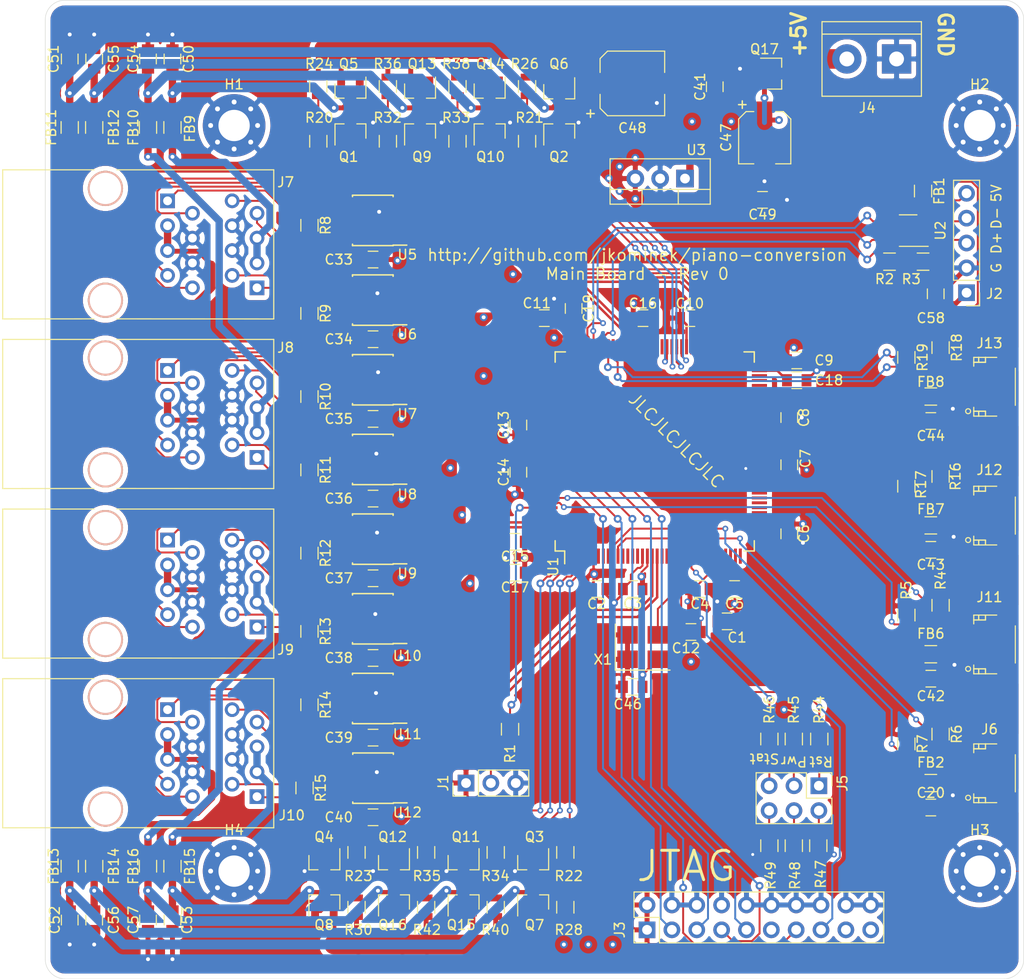
<source format=kicad_pcb>
(kicad_pcb (version 20171130) (host pcbnew "(5.1.7)-1")
  (layers (0 F.Cu signal) (1 In1.Cu power) (2 In2.Cu power) (31 B.Cu signal) (34 B.Paste user) (35 F.Paste user) (36 B.SilkS user) (37 F.SilkS user) (38 B.Mask user) (39 F.Mask user) (44 Edge.Cuts user))
  (net 0 "")
  (net 1 GND)
  (net 2 +3V3)
  (net 3 /NRST)
  (net 4 "Net-(C18-Pad1)")
  (net 5 "Net-(C19-Pad1)")
  (net 6 "Net-(J1-Pad2)")
  (net 7 "Net-(R1-Pad1)")
  (net 8 /USB_VBUS)
  (net 9 "Net-(FB1-Pad1)")
  (net 10 /JTDO)
  (net 11 /JTCK)
  (net 12 /JTMS)
  (net 13 /JTDI)
  (net 14 /JNTRST)
  (net 15 /VBUS_SENSE)
  (net 16 /USB_D+)
  (net 17 /USB_D-)
  (net 18 /D-)
  (net 19 /D+)
  (net 20 /UART8_TX)
  (net 21 /UART8_RX)
  (net 22 /USART2_RX)
  (net 23 /USART2_TX)
  (net 24 /UART5_RX)
  (net 25 /UART5_TX)
  (net 26 /UART4_TX)
  (net 27 /UART4_RX)
  (net 28 /USART6_RX)
  (net 29 /USART6_TX)
  (net 30 /USART3_RX)
  (net 31 /USART1_RX)
  (net 32 /USART1_TX)
  (net 33 /USART3_TX)
  (net 34 /UART7_TX)
  (net 35 /UART7_RX)
  (net 36 +5V)
  (net 37 /LINK1_B)
  (net 38 /LINK1_A)
  (net 39 /LINK1_Z)
  (net 40 /LINK1_Y)
  (net 41 /LINK2_Y)
  (net 42 /LINK2_Z)
  (net 43 /LINK2_A)
  (net 44 /LINK2_B)
  (net 45 /LINK3_A)
  (net 46 /LINK3_B)
  (net 47 /LINK4_B)
  (net 48 /LINK4_A)
  (net 49 /LINK4_Z)
  (net 50 /LINK4_Y)
  (net 51 /LINK3_Z)
  (net 52 /LINK3_Y)
  (net 53 /LINK6_Z)
  (net 54 /LINK6_Y)
  (net 55 /LINK6_B)
  (net 56 /LINK6_A)
  (net 57 /LINK5_B)
  (net 58 /LINK5_A)
  (net 59 /LINK5_Z)
  (net 60 /LINK5_Y)
  (net 61 /LINK7_Y)
  (net 62 /LINK7_Z)
  (net 63 /LINK7_A)
  (net 64 /LINK7_B)
  (net 65 /LINK8_A)
  (net 66 /LINK8_B)
  (net 67 /LINK8_Y)
  (net 68 /LINK8_Z)
  (net 69 /I2C4_SCL)
  (net 70 /I2C4_SDA)
  (net 71 "Net-(U1-Pad23)")
  (net 72 "Net-(FB6-Pad2)")
  (net 73 "Net-(FB7-Pad2)")
  (net 74 "Net-(FB8-Pad2)")
  (net 75 /I2C1_SCL)
  (net 76 /I2C1_SDA)
  (net 77 /I2C2_SDA)
  (net 78 /I2C2_SCL)
  (net 79 "Net-(Q1-Pad1)")
  (net 80 "Net-(Q1-Pad3)")
  (net 81 "Net-(Q2-Pad1)")
  (net 82 "Net-(Q2-Pad3)")
  (net 83 "Net-(Q3-Pad1)")
  (net 84 "Net-(Q3-Pad3)")
  (net 85 "Net-(Q4-Pad1)")
  (net 86 "Net-(Q4-Pad3)")
  (net 87 "Net-(Q9-Pad1)")
  (net 88 "Net-(Q10-Pad1)")
  (net 89 "Net-(Q10-Pad3)")
  (net 90 "Net-(Q11-Pad1)")
  (net 91 "Net-(Q11-Pad3)")
  (net 92 "Net-(Q12-Pad1)")
  (net 93 "Net-(Q12-Pad3)")
  (net 94 "Net-(Q13-Pad1)")
  (net 95 "Net-(J4-Pad2)")
  (net 96 PWR1)
  (net 97 PWR2)
  (net 98 PWR3)
  (net 99 PWR4)
  (net 100 PWR5)
  (net 101 PWR6)
  (net 102 PWR7)
  (net 103 PWR8)
  (net 104 "Net-(C50-Pad1)")
  (net 105 "Net-(C51-Pad1)")
  (net 106 "Net-(C52-Pad1)")
  (net 107 "Net-(C53-Pad1)")
  (net 108 "Net-(C54-Pad1)")
  (net 109 "Net-(C55-Pad1)")
  (net 110 "Net-(C56-Pad1)")
  (net 111 "Net-(C57-Pad1)")
  (net 112 "Net-(C58-Pad1)")
  (net 113 "Net-(J5-Pad6)")
  (net 114 "Net-(J5-Pad5)")
  (net 115 "Net-(J5-Pad4)")
  (net 116 "Net-(J5-Pad3)")
  (net 117 "Net-(J5-Pad2)")
  (net 118 "Net-(J5-Pad1)")
  (net 119 /LEDSTATUS)
  (net 120 /PWR1_CTRL)
  (net 121 /PWR3_CTRL)
  (net 122 /PWR5_CTRL)
  (net 123 /PWR7_CTRL)
  (net 124 /PWR2_CTRL)
  (net 125 /PWR4_CTRL)
  (net 126 /PWR6_CTRL)
  (net 127 /PWR8_CTRL)
  (net 128 "Net-(FB2-Pad2)")
  (net 129 /I2C3_SDA)
  (net 130 /I2C3_SCL)
  (module Connectors_JST:JST_SH_SM04B-SRSS-TB_04x1.00mm_Angled (layer F.Cu) (at 191.5 117 90)
    (fp_text reference J6 (at 4.5 0 180) (layer F.SilkS))
    (fp_text value Qwiic)
    (pad "" smd rect (at 2.8 1.9375 90) (size 1.2 1.8) (layers F.Cu F.Paste F.Mask))
    (pad "" smd rect (at -2.8 1.9375 90) (size 1.2 1.8) (layers F.Cu F.Paste F.Mask))
    (pad 4 smd rect (at 1.5 -1.9375 90) (size 0.6 1.55) (layers F.Cu F.Paste F.Mask) (net 78 /I2C2_SCL))
    (pad 3 smd rect (at 0.5 -1.9375 90) (size 0.6 1.55) (layers F.Cu F.Paste F.Mask) (net 77 /I2C2_SDA))
    (pad 2 smd rect (at -0.5 -1.9375 90) (size 0.6 1.55) (layers F.Cu F.Paste F.Mask) (net 128 "Net-(FB2-Pad2)"))
    (pad 1 smd rect (at -1.5 -1.9375 90) (size 0.6 1.55) (layers F.Cu F.Paste F.Mask) (net 1 GND))
  )
  (module Connectors_Terminal_Blocks:TerminalBlock_bornier-2_P5.08mm (layer F.Cu) (at 182 44 180)
    (fp_text reference J4 (at 3 -5) (layer F.SilkS))
    (fp_text value "5V Input")
    (pad 2 thru_hole circle (at 5.08 0 180) (size 3 3) (drill 1.52) (layers *.Cu *.Mask) (net 95 "Net-(J4-Pad2)"))
    (pad 1 thru_hole rect (at 0 0 180) (size 3 3) (drill 1.52) (layers *.Cu *.Mask) (net 1 GND))
  )
  (module footprints:RJ45_DOUBLE (layer F.Cu) (at 107.5 58.5 270)
    (fp_text reference J7 (at -1.905 -12.065 180) (layer F.SilkS))
    (fp_text value 8P8CDouble)
    (pad 15 thru_hole circle (at 1.27 -9.14 90) (size 1.5 1.5) (drill 0.9) (layers *.Cu *.Mask) (net 42 /LINK2_Z))
    (pad 16 thru_hole circle (at 0 -6.6 90) (size 1.5 1.5) (drill 0.9) (layers *.Cu *.Mask) (net 41 /LINK2_Y))
    (pad 9 thru_hole rect (at 8.89 -9.14 90) (size 1.5 1.5) (drill 0.9) (layers *.Cu *.Mask) (net 43 /LINK2_A))
    (pad 13 thru_hole circle (at 3.81 -9.14 90) (size 1.5 1.5) (drill 0.9) (layers *.Cu *.Mask) (net 97 PWR2))
    (pad 12 thru_hole circle (at 5.08 -6.6 90) (size 1.5 1.5) (drill 0.9) (layers *.Cu *.Mask) (net 1 GND))
    (pad 11 thru_hole circle (at 6.35 -9.14 90) (size 1.5 1.5) (drill 0.9) (layers *.Cu *.Mask) (net 97 PWR2))
    (pad 10 thru_hole circle (at 7.62 -6.6 90) (size 1.5 1.5) (drill 0.9) (layers *.Cu *.Mask) (net 44 /LINK2_B))
    (pad 14 thru_hole circle (at 2.54 -6.6 90) (size 1.5 1.5) (drill 0.9) (layers *.Cu *.Mask) (net 1 GND))
    (pad "" np_thru_hole circle (at 10.16 6.35 270) (size 3.6 3.6) (drill 3.2) (layers *.Cu *.SilkS *.Mask))
    (pad "" np_thru_hole circle (at -1.27 6.35 270) (size 3.6 3.6) (drill 3.2) (layers *.Cu *.SilkS *.Mask))
    (pad 1 thru_hole rect (at 0 0 270) (size 1.5 1.5) (drill 0.9) (layers *.Cu *.Mask) (net 38 /LINK1_A))
    (pad 2 thru_hole circle (at 1.27 -2.54 270) (size 1.5 1.5) (drill 0.9) (layers *.Cu *.Mask) (net 37 /LINK1_B))
    (pad 3 thru_hole circle (at 2.54 0 270) (size 1.5 1.5) (drill 0.9) (layers *.Cu *.Mask) (net 96 PWR1))
    (pad 4 thru_hole circle (at 3.81 -2.54 270) (size 1.5 1.5) (drill 0.9) (layers *.Cu *.Mask) (net 1 GND))
    (pad 5 thru_hole circle (at 5.08 0 270) (size 1.5 1.5) (drill 0.9) (layers *.Cu *.Mask) (net 96 PWR1))
    (pad 6 thru_hole circle (at 6.35 -2.54 270) (size 1.5 1.5) (drill 0.9) (layers *.Cu *.Mask) (net 1 GND))
    (pad 7 thru_hole circle (at 7.62 0 270) (size 1.5 1.5) (drill 0.9) (layers *.Cu *.Mask) (net 39 /LINK1_Z))
    (pad 8 thru_hole circle (at 8.89 -2.54 270) (size 1.5 1.5) (drill 0.9) (layers *.Cu *.Mask) (net 40 /LINK1_Y))
  )
  (module footprints:RJ45_DOUBLE (layer F.Cu) (at 107.5 110.5 270)
    (fp_text reference J10 (at 10.795 -12.7 180) (layer F.SilkS))
    (fp_text value 8P8CDouble)
    (pad 8 thru_hole circle (at 8.89 -2.54 270) (size 1.5 1.5) (drill 0.9) (layers *.Cu *.Mask) (net 61 /LINK7_Y))
    (pad 7 thru_hole circle (at 7.62 0 270) (size 1.5 1.5) (drill 0.9) (layers *.Cu *.Mask) (net 62 /LINK7_Z))
    (pad 6 thru_hole circle (at 6.35 -2.54 270) (size 1.5 1.5) (drill 0.9) (layers *.Cu *.Mask) (net 1 GND))
    (pad 5 thru_hole circle (at 5.08 0 270) (size 1.5 1.5) (drill 0.9) (layers *.Cu *.Mask) (net 102 PWR7))
    (pad 4 thru_hole circle (at 3.81 -2.54 270) (size 1.5 1.5) (drill 0.9) (layers *.Cu *.Mask) (net 1 GND))
    (pad 3 thru_hole circle (at 2.54 0 270) (size 1.5 1.5) (drill 0.9) (layers *.Cu *.Mask) (net 102 PWR7))
    (pad 2 thru_hole circle (at 1.27 -2.54 270) (size 1.5 1.5) (drill 0.9) (layers *.Cu *.Mask) (net 64 /LINK7_B))
    (pad 1 thru_hole rect (at 0 0 270) (size 1.5 1.5) (drill 0.9) (layers *.Cu *.Mask) (net 63 /LINK7_A))
    (pad "" np_thru_hole circle (at -1.27 6.35 270) (size 3.6 3.6) (drill 3.2) (layers *.Cu *.SilkS *.Mask))
    (pad "" np_thru_hole circle (at 10.16 6.35 270) (size 3.6 3.6) (drill 3.2) (layers *.Cu *.SilkS *.Mask))
    (pad 14 thru_hole circle (at 2.54 -6.6 90) (size 1.5 1.5) (drill 0.9) (layers *.Cu *.Mask) (net 1 GND))
    (pad 10 thru_hole circle (at 7.62 -6.6 90) (size 1.5 1.5) (drill 0.9) (layers *.Cu *.Mask) (net 66 /LINK8_B))
    (pad 11 thru_hole circle (at 6.35 -9.14 90) (size 1.5 1.5) (drill 0.9) (layers *.Cu *.Mask) (net 103 PWR8))
    (pad 12 thru_hole circle (at 5.08 -6.6 90) (size 1.5 1.5) (drill 0.9) (layers *.Cu *.Mask) (net 1 GND))
    (pad 13 thru_hole circle (at 3.81 -9.14 90) (size 1.5 1.5) (drill 0.9) (layers *.Cu *.Mask) (net 103 PWR8))
    (pad 9 thru_hole rect (at 8.89 -9.14 90) (size 1.5 1.5) (drill 0.9) (layers *.Cu *.Mask) (net 65 /LINK8_A))
    (pad 16 thru_hole circle (at 0 -6.6 90) (size 1.5 1.5) (drill 0.9) (layers *.Cu *.Mask) (net 67 /LINK8_Y))
    (pad 15 thru_hole circle (at 1.27 -9.14 90) (size 1.5 1.5) (drill 0.9) (layers *.Cu *.Mask) (net 68 /LINK8_Z))
  )
  (module Capacitors_SMD:C_0805 (layer F.Cu) (at 164.686 101.474 180)
    (fp_text reference C1 (at -1.016 -1.651) (layer F.SilkS))
    (fp_text value 4.7uF)
    (pad 2 smd rect (at 1 0 180) (size 1 1.25) (layers F.Cu F.Paste F.Mask) (net 1 GND))
    (pad 1 smd rect (at -1 0 180) (size 1 1.25) (layers F.Cu F.Paste F.Mask) (net 2 +3V3))
  )
  (module Capacitors_SMD:C_0805 (layer F.Cu) (at 151.351 98.172)
    (fp_text reference C2 (at 0 1.524) (layer F.SilkS))
    (fp_text value DC6)
    (pad 1 smd rect (at -1 0) (size 1 1.25) (layers F.Cu F.Paste F.Mask) (net 2 +3V3))
    (pad 2 smd rect (at 1 0) (size 1 1.25) (layers F.Cu F.Paste F.Mask) (net 1 GND))
  )
  (module Capacitors_SMD:C_0805 (layer F.Cu) (at 155.034 98.172 180)
    (fp_text reference C3 (at 0 -1.5) (layer F.SilkS))
    (fp_text value DC17)
    (pad 2 smd rect (at 1 0 180) (size 1 1.25) (layers F.Cu F.Paste F.Mask) (net 1 GND))
    (pad 1 smd rect (at -1 0 180) (size 1 1.25) (layers F.Cu F.Paste F.Mask) (net 2 +3V3))
  )
  (module Capacitors_SMD:C_0805 (layer F.Cu) (at 161.892 98.172)
    (fp_text reference C4 (at 0 1.524) (layer F.SilkS))
    (fp_text value DC30)
    (pad 1 smd rect (at -1 0) (size 1 1.25) (layers F.Cu F.Paste F.Mask) (net 2 +3V3))
    (pad 2 smd rect (at 1 0) (size 1 1.25) (layers F.Cu F.Paste F.Mask) (net 1 GND))
  )
  (module Capacitors_SMD:C_0805 (layer F.Cu) (at 165.448 98.172 180)
    (fp_text reference C5 (at 0 -1.5) (layer F.SilkS))
    (fp_text value DC33)
    (pad 2 smd rect (at 1 0 180) (size 1 1.25) (layers F.Cu F.Paste F.Mask) (net 1 GND))
    (pad 1 smd rect (at -1 0 180) (size 1 1.25) (layers F.Cu F.Paste F.Mask) (net 2 +3V3))
  )
  (module Capacitors_SMD:C_0805 (layer F.Cu) (at 171.036 92.53 270)
    (fp_text reference C6 (at 0 -1.5 90) (layer F.SilkS))
    (fp_text value DC39)
    (pad 1 smd rect (at -1 0 270) (size 1 1.25) (layers F.Cu F.Paste F.Mask) (net 2 +3V3))
    (pad 2 smd rect (at 1 0 270) (size 1 1.25) (layers F.Cu F.Paste F.Mask) (net 1 GND))
  )
  (module Capacitors_SMD:C_0805 (layer F.Cu) (at 171.036 85.472 270)
    (fp_text reference C7 (at -0.635 -1.651 90) (layer F.SilkS))
    (fp_text value DC52)
    (pad 2 smd rect (at 1 0 270) (size 1 1.25) (layers F.Cu F.Paste F.Mask) (net 1 GND))
    (pad 1 smd rect (at -1 0 270) (size 1 1.25) (layers F.Cu F.Paste F.Mask) (net 2 +3V3))
  )
  (module Capacitors_SMD:C_0805 (layer F.Cu) (at 171.036 80.646 270)
    (fp_text reference C8 (at 0 -1.5 90) (layer F.SilkS))
    (fp_text value DC62)
    (pad 1 smd rect (at -1 0 270) (size 1 1.25) (layers F.Cu F.Paste F.Mask) (net 2 +3V3))
    (pad 2 smd rect (at 1 0 270) (size 1 1.25) (layers F.Cu F.Paste F.Mask) (net 1 GND))
  )
  (module Capacitors_SMD:C_0805 (layer F.Cu) (at 171.798 74.804)
    (fp_text reference C9 (at 2.794 0) (layer F.SilkS))
    (fp_text value DC72)
    (pad 2 smd rect (at 1 0) (size 1 1.25) (layers F.Cu F.Paste F.Mask) (net 1 GND))
    (pad 1 smd rect (at -1 0) (size 1 1.25) (layers F.Cu F.Paste F.Mask) (net 2 +3V3))
  )
  (module Capacitors_SMD:C_0805 (layer F.Cu) (at 160.876 70.486)
    (fp_text reference C10 (at 0 -1.5) (layer F.SilkS))
    (fp_text value DC84)
    (pad 2 smd rect (at 1 0) (size 1 1.25) (layers F.Cu F.Paste F.Mask) (net 1 GND))
    (pad 1 smd rect (at -1 0) (size 1 1.25) (layers F.Cu F.Paste F.Mask) (net 2 +3V3))
  )
  (module Capacitors_SMD:C_0805 (layer F.Cu) (at 146 70.486)
    (fp_text reference C11 (at -0.762 -1.524) (layer F.SilkS))
    (fp_text value DC108)
    (pad 1 smd rect (at -1 0) (size 1 1.25) (layers F.Cu F.Paste F.Mask) (net 2 +3V3))
    (pad 2 smd rect (at 1 0) (size 1 1.25) (layers F.Cu F.Paste F.Mask) (net 1 GND))
  )
  (module Capacitors_SMD:C_0805 (layer F.Cu) (at 160.987 102.563)
    (fp_text reference C12 (at -0.508 1.651) (layer F.SilkS))
    (fp_text value 0.1uF)
    (pad 1 smd rect (at -1 0) (size 1 1.25) (layers F.Cu F.Paste F.Mask) (net 3 /NRST))
    (pad 2 smd rect (at 1 0) (size 1 1.25) (layers F.Cu F.Paste F.Mask) (net 1 GND))
  )
  (module Capacitors_SMD:C_0805 (layer F.Cu) (at 143.35 81.408 90)
    (fp_text reference C13 (at 0 -1.5 90) (layer F.SilkS))
    (fp_text value DC121)
    (pad 2 smd rect (at 1 0 90) (size 1 1.25) (layers F.Cu F.Paste F.Mask) (net 1 GND))
    (pad 1 smd rect (at -1 0 90) (size 1 1.25) (layers F.Cu F.Paste F.Mask) (net 2 +3V3))
  )
  (module Capacitors_SMD:C_0805 (layer F.Cu) (at 143.35 86.234 90)
    (fp_text reference C14 (at 0 -1.5 90) (layer F.SilkS))
    (fp_text value DC131)
    (pad 1 smd rect (at -1 0 90) (size 1 1.25) (layers F.Cu F.Paste F.Mask) (net 2 +3V3))
    (pad 2 smd rect (at 1 0 90) (size 1 1.25) (layers F.Cu F.Paste F.Mask) (net 1 GND))
  )
  (module Capacitors_SMD:C_0805 (layer F.Cu) (at 143 93.346 180)
    (fp_text reference C15 (at 0 -1.5) (layer F.SilkS))
    (fp_text value DC144)
    (pad 2 smd rect (at 1 0 180) (size 1 1.25) (layers F.Cu F.Paste F.Mask) (net 1 GND))
    (pad 1 smd rect (at -1 0 180) (size 1 1.25) (layers F.Cu F.Paste F.Mask) (net 2 +3V3))
  )
  (module Capacitors_SMD:C_0805 (layer F.Cu) (at 156.088 70.486)
    (fp_text reference C16 (at 0 -1.5) (layer F.SilkS))
    (fp_text value DC95)
    (pad 1 smd rect (at -1 0) (size 1 1.25) (layers F.Cu F.Paste F.Mask) (net 2 +3V3))
    (pad 2 smd rect (at 1 0) (size 1 1.25) (layers F.Cu F.Paste F.Mask) (net 1 GND))
  )
  (module Capacitors_SMD:C_0805 (layer F.Cu) (at 143 96.5 180)
    (fp_text reference C17 (at 0 -1.5) (layer F.SilkS))
    (fp_text value DC)
    (pad 2 smd rect (at 1 0 180) (size 1 1.25) (layers F.Cu F.Paste F.Mask) (net 1 GND))
    (pad 1 smd rect (at -1 0 180) (size 1 1.25) (layers F.Cu F.Paste F.Mask) (net 2 +3V3))
  )
  (module Capacitors_SMD:C_0805 (layer F.Cu) (at 171.798 76.836)
    (fp_text reference C18 (at 3.302 0) (layer F.SilkS))
    (fp_text value 2.2uF)
    (pad 1 smd rect (at -1 0) (size 1 1.25) (layers F.Cu F.Paste F.Mask) (net 4 "Net-(C18-Pad1)"))
    (pad 2 smd rect (at 1 0) (size 1 1.25) (layers F.Cu F.Paste F.Mask) (net 1 GND))
  )
  (module Capacitors_SMD:C_0805 (layer F.Cu) (at 149 69.5 90)
    (fp_text reference C19 (at 0 1.524 90) (layer F.SilkS))
    (fp_text value 2.2uF)
    (pad 2 smd rect (at 1 0 90) (size 1 1.25) (layers F.Cu F.Paste F.Mask) (net 1 GND))
    (pad 1 smd rect (at -1 0 90) (size 1 1.25) (layers F.Cu F.Paste F.Mask) (net 5 "Net-(C19-Pad1)"))
  )
  (module Pin_Headers:Pin_Header_Straight_1x03_Pitch2.54mm (layer F.Cu) (at 138 118 90)
    (fp_text reference J1 (at 0 -2.33 90) (layer F.SilkS))
    (fp_text value BOOT)
    (pad 3 thru_hole oval (at 0 5.08 90) (size 1.7 1.7) (drill 1) (layers *.Cu *.Mask) (net 1 GND))
    (pad 2 thru_hole oval (at 0 2.54 90) (size 1.7 1.7) (drill 1) (layers *.Cu *.Mask) (net 6 "Net-(J1-Pad2)"))
    (pad 1 thru_hole rect (at 0 0 90) (size 1.7 1.7) (drill 1) (layers *.Cu *.Mask) (net 2 +3V3))
  )
  (module Resistors_SMD:R_0805 (layer F.Cu) (at 142.5 112.5 270)
    (fp_text reference R1 (at 2.5 0 90) (layer F.SilkS))
    (fp_text value 10k)
    (pad 2 smd rect (at 0.95 0 270) (size 0.7 1.3) (layers F.Cu F.Paste F.Mask) (net 6 "Net-(J1-Pad2)"))
    (pad 1 smd rect (at -0.95 0 270) (size 0.7 1.3) (layers F.Cu F.Paste F.Mask) (net 7 "Net-(R1-Pad1)"))
  )
  (module Housings_QFP:LQFP-144_20x20mm_Pitch0.5mm (layer F.Cu) (at 157.284001 84.110999 90)
    (fp_text reference U1 (at -11.775001 -10.378001 90) (layer F.SilkS))
    (fp_text value STM32H743ZITx)
    (pad 144 smd rect (at -8.75 -10.7 180) (size 1.55 0.3) (layers F.Cu F.Paste F.Mask) (net 2 +3V3))
    (pad 143 smd rect (at -8.25 -10.7 180) (size 1.55 0.3) (layers F.Cu F.Paste F.Mask) (net 2 +3V3))
    (pad 142 smd rect (at -7.75 -10.7 180) (size 1.55 0.3) (layers F.Cu F.Paste F.Mask) (net 20 /UART8_TX))
    (pad 141 smd rect (at -7.25 -10.7 180) (size 1.55 0.3) (layers F.Cu F.Paste F.Mask) (net 21 /UART8_RX))
    (pad 140 smd rect (at -6.75 -10.7 180) (size 1.55 0.3) (layers F.Cu F.Paste F.Mask))
    (pad 139 smd rect (at -6.25 -10.7 180) (size 1.55 0.3) (layers F.Cu F.Paste F.Mask))
    (pad 138 smd rect (at -5.75 -10.7 180) (size 1.55 0.3) (layers F.Cu F.Paste F.Mask) (net 7 "Net-(R1-Pad1)"))
    (pad 137 smd rect (at -5.25 -10.7 180) (size 1.55 0.3) (layers F.Cu F.Paste F.Mask) (net 76 /I2C1_SDA))
    (pad 136 smd rect (at -4.75 -10.7 180) (size 1.55 0.3) (layers F.Cu F.Paste F.Mask) (net 75 /I2C1_SCL))
    (pad 135 smd rect (at -4.25 -10.7 180) (size 1.55 0.3) (layers F.Cu F.Paste F.Mask))
    (pad 134 smd rect (at -3.75 -10.7 180) (size 1.55 0.3) (layers F.Cu F.Paste F.Mask) (net 14 /JNTRST))
    (pad 133 smd rect (at -3.25 -10.7 180) (size 1.55 0.3) (layers F.Cu F.Paste F.Mask) (net 10 /JTDO))
    (pad 132 smd rect (at -2.75 -10.7 180) (size 1.55 0.3) (layers F.Cu F.Paste F.Mask))
    (pad 131 smd rect (at -2.25 -10.7 180) (size 1.55 0.3) (layers F.Cu F.Paste F.Mask) (net 2 +3V3))
    (pad 130 smd rect (at -1.75 -10.7 180) (size 1.55 0.3) (layers F.Cu F.Paste F.Mask) (net 1 GND))
    (pad 129 smd rect (at -1.25 -10.7 180) (size 1.55 0.3) (layers F.Cu F.Paste F.Mask))
    (pad 128 smd rect (at -0.75 -10.7 180) (size 1.55 0.3) (layers F.Cu F.Paste F.Mask))
    (pad 127 smd rect (at -0.25 -10.7 180) (size 1.55 0.3) (layers F.Cu F.Paste F.Mask))
    (pad 126 smd rect (at 0.25 -10.7 180) (size 1.55 0.3) (layers F.Cu F.Paste F.Mask))
    (pad 125 smd rect (at 0.75 -10.7 180) (size 1.55 0.3) (layers F.Cu F.Paste F.Mask))
    (pad 124 smd rect (at 1.25 -10.7 180) (size 1.55 0.3) (layers F.Cu F.Paste F.Mask))
    (pad 123 smd rect (at 1.75 -10.7 180) (size 1.55 0.3) (layers F.Cu F.Paste F.Mask))
    (pad 122 smd rect (at 2.25 -10.7 180) (size 1.55 0.3) (layers F.Cu F.Paste F.Mask) (net 22 /USART2_RX))
    (pad 121 smd rect (at 2.75 -10.7 180) (size 1.55 0.3) (layers F.Cu F.Paste F.Mask) (net 2 +3V3))
    (pad 120 smd rect (at 3.25 -10.7 180) (size 1.55 0.3) (layers F.Cu F.Paste F.Mask) (net 1 GND))
    (pad 119 smd rect (at 3.75 -10.7 180) (size 1.55 0.3) (layers F.Cu F.Paste F.Mask) (net 23 /USART2_TX))
    (pad 118 smd rect (at 4.25 -10.7 180) (size 1.55 0.3) (layers F.Cu F.Paste F.Mask))
    (pad 117 smd rect (at 4.75 -10.7 180) (size 1.55 0.3) (layers F.Cu F.Paste F.Mask))
    (pad 116 smd rect (at 5.25 -10.7 180) (size 1.55 0.3) (layers F.Cu F.Paste F.Mask) (net 24 /UART5_RX))
    (pad 115 smd rect (at 5.75 -10.7 180) (size 1.55 0.3) (layers F.Cu F.Paste F.Mask))
    (pad 114 smd rect (at 6.25 -10.7 180) (size 1.55 0.3) (layers F.Cu F.Paste F.Mask))
    (pad 113 smd rect (at 6.75 -10.7 180) (size 1.55 0.3) (layers F.Cu F.Paste F.Mask) (net 25 /UART5_TX))
    (pad 112 smd rect (at 7.25 -10.7 180) (size 1.55 0.3) (layers F.Cu F.Paste F.Mask) (net 27 /UART4_RX))
    (pad 111 smd rect (at 7.75 -10.7 180) (size 1.55 0.3) (layers F.Cu F.Paste F.Mask) (net 26 /UART4_TX))
    (pad 110 smd rect (at 8.25 -10.7 180) (size 1.55 0.3) (layers F.Cu F.Paste F.Mask) (net 13 /JTDI))
    (pad 109 smd rect (at 8.75 -10.7 180) (size 1.55 0.3) (layers F.Cu F.Paste F.Mask) (net 11 /JTCK))
    (pad 108 smd rect (at 10.7 -8.75 90) (size 1.55 0.3) (layers F.Cu F.Paste F.Mask) (net 2 +3V3))
    (pad 107 smd rect (at 10.7 -8.25 90) (size 1.55 0.3) (layers F.Cu F.Paste F.Mask) (net 1 GND))
    (pad 106 smd rect (at 10.7 -7.75 90) (size 1.55 0.3) (layers F.Cu F.Paste F.Mask) (net 5 "Net-(C19-Pad1)"))
    (pad 105 smd rect (at 10.7 -7.25 90) (size 1.55 0.3) (layers F.Cu F.Paste F.Mask) (net 12 /JTMS))
    (pad 104 smd rect (at 10.7 -6.75 90) (size 1.55 0.3) (layers F.Cu F.Paste F.Mask) (net 16 /USB_D+))
    (pad 103 smd rect (at 10.7 -6.25 90) (size 1.55 0.3) (layers F.Cu F.Paste F.Mask) (net 17 /USB_D-))
    (pad 102 smd rect (at 10.7 -5.75 90) (size 1.55 0.3) (layers F.Cu F.Paste F.Mask))
    (pad 101 smd rect (at 10.7 -5.25 90) (size 1.55 0.3) (layers F.Cu F.Paste F.Mask) (net 15 /VBUS_SENSE))
    (pad 100 smd rect (at 10.7 -4.75 90) (size 1.55 0.3) (layers F.Cu F.Paste F.Mask) (net 130 /I2C3_SCL))
    (pad 99 smd rect (at 10.7 -4.25 90) (size 1.55 0.3) (layers F.Cu F.Paste F.Mask) (net 129 /I2C3_SDA))
    (pad 98 smd rect (at 10.7 -3.75 90) (size 1.55 0.3) (layers F.Cu F.Paste F.Mask))
    (pad 97 smd rect (at 10.7 -3.25 90) (size 1.55 0.3) (layers F.Cu F.Paste F.Mask) (net 28 /USART6_RX))
    (pad 96 smd rect (at 10.7 -2.75 90) (size 1.55 0.3) (layers F.Cu F.Paste F.Mask) (net 29 /USART6_TX))
    (pad 95 smd rect (at 10.7 -2.25 90) (size 1.55 0.3) (layers F.Cu F.Paste F.Mask) (net 2 +3V3))
    (pad 94 smd rect (at 10.7 -1.75 90) (size 1.55 0.3) (layers F.Cu F.Paste F.Mask) (net 1 GND))
    (pad 93 smd rect (at 10.7 -1.25 90) (size 1.55 0.3) (layers F.Cu F.Paste F.Mask))
    (pad 92 smd rect (at 10.7 -0.75 90) (size 1.55 0.3) (layers F.Cu F.Paste F.Mask))
    (pad 91 smd rect (at 10.7 -0.25 90) (size 1.55 0.3) (layers F.Cu F.Paste F.Mask))
    (pad 90 smd rect (at 10.7 0.25 90) (size 1.55 0.3) (layers F.Cu F.Paste F.Mask))
    (pad 89 smd rect (at 10.7 0.75 90) (size 1.55 0.3) (layers F.Cu F.Paste F.Mask))
    (pad 88 smd rect (at 10.7 1.25 90) (size 1.55 0.3) (layers F.Cu F.Paste F.Mask) (net 124 /PWR2_CTRL))
    (pad 87 smd rect (at 10.7 1.75 90) (size 1.55 0.3) (layers F.Cu F.Paste F.Mask) (net 125 /PWR4_CTRL))
    (pad 86 smd rect (at 10.7 2.25 90) (size 1.55 0.3) (layers F.Cu F.Paste F.Mask) (net 120 /PWR1_CTRL))
    (pad 85 smd rect (at 10.7 2.75 90) (size 1.55 0.3) (layers F.Cu F.Paste F.Mask) (net 121 /PWR3_CTRL))
    (pad 84 smd rect (at 10.7 3.25 90) (size 1.55 0.3) (layers F.Cu F.Paste F.Mask) (net 2 +3V3))
    (pad 83 smd rect (at 10.7 3.75 90) (size 1.55 0.3) (layers F.Cu F.Paste F.Mask) (net 1 GND))
    (pad 82 smd rect (at 10.7 4.25 90) (size 1.55 0.3) (layers F.Cu F.Paste F.Mask))
    (pad 81 smd rect (at 10.7 4.75 90) (size 1.55 0.3) (layers F.Cu F.Paste F.Mask))
    (pad 80 smd rect (at 10.7 5.25 90) (size 1.55 0.3) (layers F.Cu F.Paste F.Mask))
    (pad 79 smd rect (at 10.7 5.75 90) (size 1.55 0.3) (layers F.Cu F.Paste F.Mask))
    (pad 78 smd rect (at 10.7 6.25 90) (size 1.55 0.3) (layers F.Cu F.Paste F.Mask) (net 30 /USART3_RX))
    (pad 77 smd rect (at 10.7 6.75 90) (size 1.55 0.3) (layers F.Cu F.Paste F.Mask) (net 33 /USART3_TX))
    (pad 76 smd rect (at 10.7 7.25 90) (size 1.55 0.3) (layers F.Cu F.Paste F.Mask) (net 31 /USART1_RX))
    (pad 75 smd rect (at 10.7 7.75 90) (size 1.55 0.3) (layers F.Cu F.Paste F.Mask) (net 32 /USART1_TX))
    (pad 74 smd rect (at 10.7 8.25 90) (size 1.55 0.3) (layers F.Cu F.Paste F.Mask))
    (pad 73 smd rect (at 10.7 8.75 90) (size 1.55 0.3) (layers F.Cu F.Paste F.Mask))
    (pad 72 smd rect (at 8.75 10.7 180) (size 1.55 0.3) (layers F.Cu F.Paste F.Mask) (net 2 +3V3))
    (pad 71 smd rect (at 8.25 10.7 180) (size 1.55 0.3) (layers F.Cu F.Paste F.Mask) (net 4 "Net-(C18-Pad1)"))
    (pad 70 smd rect (at 7.75 10.7 180) (size 1.55 0.3) (layers F.Cu F.Paste F.Mask))
    (pad 69 smd rect (at 7.25 10.7 180) (size 1.55 0.3) (layers F.Cu F.Paste F.Mask))
    (pad 68 smd rect (at 6.75 10.7 180) (size 1.55 0.3) (layers F.Cu F.Paste F.Mask))
    (pad 67 smd rect (at 6.25 10.7 180) (size 1.55 0.3) (layers F.Cu F.Paste F.Mask))
    (pad 66 smd rect (at 5.75 10.7 180) (size 1.55 0.3) (layers F.Cu F.Paste F.Mask))
    (pad 65 smd rect (at 5.25 10.7 180) (size 1.55 0.3) (layers F.Cu F.Paste F.Mask))
    (pad 64 smd rect (at 4.75 10.7 180) (size 1.55 0.3) (layers F.Cu F.Paste F.Mask))
    (pad 63 smd rect (at 4.25 10.7 180) (size 1.55 0.3) (layers F.Cu F.Paste F.Mask))
    (pad 62 smd rect (at 3.75 10.7 180) (size 1.55 0.3) (layers F.Cu F.Paste F.Mask) (net 2 +3V3))
    (pad 61 smd rect (at 3.25 10.7 180) (size 1.55 0.3) (layers F.Cu F.Paste F.Mask) (net 1 GND))
    (pad 60 smd rect (at 2.75 10.7 180) (size 1.55 0.3) (layers F.Cu F.Paste F.Mask))
    (pad 59 smd rect (at 2.25 10.7 180) (size 1.55 0.3) (layers F.Cu F.Paste F.Mask))
    (pad 58 smd rect (at 1.75 10.7 180) (size 1.55 0.3) (layers F.Cu F.Paste F.Mask))
    (pad 57 smd rect (at 1.25 10.7 180) (size 1.55 0.3) (layers F.Cu F.Paste F.Mask))
    (pad 56 smd rect (at 0.75 10.7 180) (size 1.55 0.3) (layers F.Cu F.Paste F.Mask))
    (pad 55 smd rect (at 0.25 10.7 180) (size 1.55 0.3) (layers F.Cu F.Paste F.Mask) (net 70 /I2C4_SDA))
    (pad 54 smd rect (at -0.25 10.7 180) (size 1.55 0.3) (layers F.Cu F.Paste F.Mask) (net 69 /I2C4_SCL))
    (pad 53 smd rect (at -0.75 10.7 180) (size 1.55 0.3) (layers F.Cu F.Paste F.Mask))
    (pad 52 smd rect (at -1.25 10.7 180) (size 1.55 0.3) (layers F.Cu F.Paste F.Mask) (net 2 +3V3))
    (pad 51 smd rect (at -1.75 10.7 180) (size 1.55 0.3) (layers F.Cu F.Paste F.Mask) (net 1 GND))
    (pad 50 smd rect (at -2.25 10.7 180) (size 1.55 0.3) (layers F.Cu F.Paste F.Mask))
    (pad 49 smd rect (at -2.75 10.7 180) (size 1.55 0.3) (layers F.Cu F.Paste F.Mask))
    (pad 48 smd rect (at -3.25 10.7 180) (size 1.55 0.3) (layers F.Cu F.Paste F.Mask))
    (pad 47 smd rect (at -3.75 10.7 180) (size 1.55 0.3) (layers F.Cu F.Paste F.Mask))
    (pad 46 smd rect (at -4.25 10.7 180) (size 1.55 0.3) (layers F.Cu F.Paste F.Mask))
    (pad 45 smd rect (at -4.75 10.7 180) (size 1.55 0.3) (layers F.Cu F.Paste F.Mask))
    (pad 44 smd rect (at -5.25 10.7 180) (size 1.55 0.3) (layers F.Cu F.Paste F.Mask))
    (pad 43 smd rect (at -5.75 10.7 180) (size 1.55 0.3) (layers F.Cu F.Paste F.Mask))
    (pad 42 smd rect (at -6.25 10.7 180) (size 1.55 0.3) (layers F.Cu F.Paste F.Mask))
    (pad 41 smd rect (at -6.75 10.7 180) (size 1.55 0.3) (layers F.Cu F.Paste F.Mask))
    (pad 40 smd rect (at -7.25 10.7 180) (size 1.55 0.3) (layers F.Cu F.Paste F.Mask))
    (pad 39 smd rect (at -7.75 10.7 180) (size 1.55 0.3) (layers F.Cu F.Paste F.Mask) (net 2 +3V3))
    (pad 38 smd rect (at -8.25 10.7 180) (size 1.55 0.3) (layers F.Cu F.Paste F.Mask) (net 1 GND))
    (pad 37 smd rect (at -8.75 10.7 180) (size 1.55 0.3) (layers F.Cu F.Paste F.Mask))
    (pad 36 smd rect (at -10.7 8.75 90) (size 1.55 0.3) (layers F.Cu F.Paste F.Mask))
    (pad 35 smd rect (at -10.7 8.25 90) (size 1.55 0.3) (layers F.Cu F.Paste F.Mask))
    (pad 34 smd rect (at -10.7 7.75 90) (size 1.55 0.3) (layers F.Cu F.Paste F.Mask))
    (pad 33 smd rect (at -10.7 7.25 90) (size 1.55 0.3) (layers F.Cu F.Paste F.Mask) (net 2 +3V3))
    (pad 32 smd rect (at -10.7 6.75 90) (size 1.55 0.3) (layers F.Cu F.Paste F.Mask) (net 2 +3V3))
    (pad 31 smd rect (at -10.7 6.25 90) (size 1.55 0.3) (layers F.Cu F.Paste F.Mask) (net 1 GND))
    (pad 30 smd rect (at -10.7 5.75 90) (size 1.55 0.3) (layers F.Cu F.Paste F.Mask) (net 2 +3V3))
    (pad 29 smd rect (at -10.7 5.25 90) (size 1.55 0.3) (layers F.Cu F.Paste F.Mask))
    (pad 28 smd rect (at -10.7 4.75 90) (size 1.55 0.3) (layers F.Cu F.Paste F.Mask))
    (pad 27 smd rect (at -10.7 4.25 90) (size 1.55 0.3) (layers F.Cu F.Paste F.Mask))
    (pad 26 smd rect (at -10.7 3.75 90) (size 1.55 0.3) (layers F.Cu F.Paste F.Mask) (net 119 /LEDSTATUS))
    (pad 25 smd rect (at -10.7 3.25 90) (size 1.55 0.3) (layers F.Cu F.Paste F.Mask) (net 3 /NRST))
    (pad 24 smd rect (at -10.7 2.75 90) (size 1.55 0.3) (layers F.Cu F.Paste F.Mask))
    (pad 23 smd rect (at -10.7 2.25 90) (size 1.55 0.3) (layers F.Cu F.Paste F.Mask) (net 71 "Net-(U1-Pad23)"))
    (pad 22 smd rect (at -10.7 1.75 90) (size 1.55 0.3) (layers F.Cu F.Paste F.Mask))
    (pad 21 smd rect (at -10.7 1.25 90) (size 1.55 0.3) (layers F.Cu F.Paste F.Mask))
    (pad 20 smd rect (at -10.7 0.75 90) (size 1.55 0.3) (layers F.Cu F.Paste F.Mask))
    (pad 19 smd rect (at -10.7 0.25 90) (size 1.55 0.3) (layers F.Cu F.Paste F.Mask) (net 34 /UART7_TX))
    (pad 18 smd rect (at -10.7 -0.25 90) (size 1.55 0.3) (layers F.Cu F.Paste F.Mask) (net 35 /UART7_RX))
    (pad 17 smd rect (at -10.7 -0.75 90) (size 1.55 0.3) (layers F.Cu F.Paste F.Mask) (net 2 +3V3))
    (pad 16 smd rect (at -10.7 -1.25 90) (size 1.55 0.3) (layers F.Cu F.Paste F.Mask) (net 1 GND))
    (pad 15 smd rect (at -10.7 -1.75 90) (size 1.55 0.3) (layers F.Cu F.Paste F.Mask))
    (pad 14 smd rect (at -10.7 -2.25 90) (size 1.55 0.3) (layers F.Cu F.Paste F.Mask))
    (pad 13 smd rect (at -10.7 -2.75 90) (size 1.55 0.3) (layers F.Cu F.Paste F.Mask))
    (pad 12 smd rect (at -10.7 -3.25 90) (size 1.55 0.3) (layers F.Cu F.Paste F.Mask))
    (pad 11 smd rect (at -10.7 -3.75 90) (size 1.55 0.3) (layers F.Cu F.Paste F.Mask) (net 78 /I2C2_SCL))
    (pad 10 smd rect (at -10.7 -4.25 90) (size 1.55 0.3) (layers F.Cu F.Paste F.Mask) (net 77 /I2C2_SDA))
    (pad 9 smd rect (at -10.7 -4.75 90) (size 1.55 0.3) (layers F.Cu F.Paste F.Mask))
    (pad 8 smd rect (at -10.7 -5.25 90) (size 1.55 0.3) (layers F.Cu F.Paste F.Mask))
    (pad 7 smd rect (at -10.7 -5.75 90) (size 1.55 0.3) (layers F.Cu F.Paste F.Mask))
    (pad 6 smd rect (at -10.7 -6.25 90) (size 1.55 0.3) (layers F.Cu F.Paste F.Mask) (net 2 +3V3))
    (pad 5 smd rect (at -10.7 -6.75 90) (size 1.55 0.3) (layers F.Cu F.Paste F.Mask))
    (pad 4 smd rect (at -10.7 -7.25 90) (size 1.55 0.3) (layers F.Cu F.Paste F.Mask) (net 122 /PWR5_CTRL))
    (pad 3 smd rect (at -10.7 -7.75 90) (size 1.55 0.3) (layers F.Cu F.Paste F.Mask) (net 123 /PWR7_CTRL))
    (pad 2 smd rect (at -10.7 -8.25 90) (size 1.55 0.3) (layers F.Cu F.Paste F.Mask) (net 126 /PWR6_CTRL))
    (pad 1 smd rect (at -10.7 -8.75 90) (size 1.55 0.3) (layers F.Cu F.Paste F.Mask) (net 127 /PWR8_CTRL))
  )
  (module Inductors_SMD:L_0805 (layer F.Cu) (at 184.708 57.5 90)
    (fp_text reference FB1 (at 0 1.651 90) (layer F.SilkS))
    (fp_text value Ferrite)
    (pad 2 smd rect (at 0.95 0 90) (size 0.7 1.3) (layers F.Cu F.Paste F.Mask) (net 8 /USB_VBUS))
    (pad 1 smd rect (at -0.95 0 90) (size 0.7 1.3) (layers F.Cu F.Paste F.Mask) (net 9 "Net-(FB1-Pad1)"))
  )
  (module Pin_Headers:Pin_Header_Straight_2x10_Pitch2.54mm (layer F.Cu) (at 156.5 133 90)
    (fp_text reference J3 (at 0 -2.794 90) (layer F.SilkS))
    (fp_text value JTAG)
    (pad 20 thru_hole oval (at 2.54 22.86 90) (size 1.7 1.7) (drill 1) (layers *.Cu *.Mask) (net 1 GND))
    (pad 19 thru_hole oval (at 0 22.86 90) (size 1.7 1.7) (drill 1) (layers *.Cu *.Mask))
    (pad 18 thru_hole oval (at 2.54 20.32 90) (size 1.7 1.7) (drill 1) (layers *.Cu *.Mask) (net 1 GND))
    (pad 17 thru_hole oval (at 0 20.32 90) (size 1.7 1.7) (drill 1) (layers *.Cu *.Mask))
    (pad 16 thru_hole oval (at 2.54 17.78 90) (size 1.7 1.7) (drill 1) (layers *.Cu *.Mask) (net 1 GND))
    (pad 15 thru_hole oval (at 0 17.78 90) (size 1.7 1.7) (drill 1) (layers *.Cu *.Mask) (net 3 /NRST))
    (pad 14 thru_hole oval (at 2.54 15.24 90) (size 1.7 1.7) (drill 1) (layers *.Cu *.Mask) (net 1 GND))
    (pad 13 thru_hole oval (at 0 15.24 90) (size 1.7 1.7) (drill 1) (layers *.Cu *.Mask) (net 10 /JTDO))
    (pad 12 thru_hole oval (at 2.54 12.7 90) (size 1.7 1.7) (drill 1) (layers *.Cu *.Mask) (net 1 GND))
    (pad 11 thru_hole oval (at 0 12.7 90) (size 1.7 1.7) (drill 1) (layers *.Cu *.Mask))
    (pad 10 thru_hole oval (at 2.54 10.16 90) (size 1.7 1.7) (drill 1) (layers *.Cu *.Mask) (net 1 GND))
    (pad 9 thru_hole oval (at 0 10.16 90) (size 1.7 1.7) (drill 1) (layers *.Cu *.Mask) (net 11 /JTCK))
    (pad 8 thru_hole oval (at 2.54 7.62 90) (size 1.7 1.7) (drill 1) (layers *.Cu *.Mask) (net 1 GND))
    (pad 7 thru_hole oval (at 0 7.62 90) (size 1.7 1.7) (drill 1) (layers *.Cu *.Mask) (net 12 /JTMS))
    (pad 6 thru_hole oval (at 2.54 5.08 90) (size 1.7 1.7) (drill 1) (layers *.Cu *.Mask) (net 1 GND))
    (pad 5 thru_hole oval (at 0 5.08 90) (size 1.7 1.7) (drill 1) (layers *.Cu *.Mask) (net 13 /JTDI))
    (pad 4 thru_hole oval (at 2.54 2.54 90) (size 1.7 1.7) (drill 1) (layers *.Cu *.Mask) (net 1 GND))
    (pad 3 thru_hole oval (at 0 2.54 90) (size 1.7 1.7) (drill 1) (layers *.Cu *.Mask) (net 14 /JNTRST))
    (pad 2 thru_hole oval (at 2.54 0 90) (size 1.7 1.7) (drill 1) (layers *.Cu *.Mask) (net 2 +3V3))
    (pad 1 thru_hole rect (at 0 0 90) (size 1.7 1.7) (drill 1) (layers *.Cu *.Mask) (net 2 +3V3))
  )
  (module Resistors_SMD:R_0805 (layer F.Cu) (at 181.279 64.715)
    (fp_text reference R2 (at -0.508 1.778) (layer F.SilkS))
    (fp_text value 2200)
    (pad 1 smd rect (at -0.95 0) (size 0.7 1.3) (layers F.Cu F.Paste F.Mask) (net 8 /USB_VBUS))
    (pad 2 smd rect (at 0.95 0) (size 0.7 1.3) (layers F.Cu F.Paste F.Mask) (net 15 /VBUS_SENSE))
  )
  (module Resistors_SMD:R_0805 (layer F.Cu) (at 184.708 64.715)
    (fp_text reference R3 (at -1.208 1.785) (layer F.SilkS))
    (fp_text value 4300)
    (pad 2 smd rect (at 0.95 0) (size 0.7 1.3) (layers F.Cu F.Paste F.Mask) (net 1 GND))
    (pad 1 smd rect (at -0.95 0) (size 0.7 1.3) (layers F.Cu F.Paste F.Mask) (net 15 /VBUS_SENSE))
  )
  (module TO_SOT_Packages_SMD:SOT-23-6_Handsoldering (layer F.Cu) (at 183.184 61.54 180)
    (fp_text reference U2 (at -3.302 0 90) (layer F.SilkS))
    (fp_text value USBLC6-2SC6)
    (pad 5 smd rect (at 1.35 0 180) (size 1.56 0.65) (layers F.Cu F.Paste F.Mask) (net 9 "Net-(FB1-Pad1)"))
    (pad 6 smd rect (at 1.35 -0.95 180) (size 1.56 0.65) (layers F.Cu F.Paste F.Mask) (net 16 /USB_D+))
    (pad 4 smd rect (at 1.35 0.95 180) (size 1.56 0.65) (layers F.Cu F.Paste F.Mask) (net 17 /USB_D-))
    (pad 3 smd rect (at -1.35 0.95 180) (size 1.56 0.65) (layers F.Cu F.Paste F.Mask) (net 18 /D-))
    (pad 2 smd rect (at -1.35 0 180) (size 1.56 0.65) (layers F.Cu F.Paste F.Mask) (net 1 GND))
    (pad 1 smd rect (at -1.35 -0.95 180) (size 1.56 0.65) (layers F.Cu F.Paste F.Mask) (net 19 /D+))
  )
  (module Oscillators:Oscillator_SMD_SeikoEpson_SG8002CE-4pin_3.2x2.5mm_HandSoldering (layer F.Cu) (at 156.056 104.106)
    (fp_text reference X1 (at -4.064 1.27) (layer F.SilkS))
    (fp_text value "20MHz Oscillator")
    (pad 4 smd rect (at -1.55 -1.25) (size 2.1 1.8) (layers F.Cu F.Paste F.Mask) (net 2 +3V3))
    (pad 3 smd rect (at 1.55 -1.25) (size 2.1 1.8) (layers F.Cu F.Paste F.Mask) (net 71 "Net-(U1-Pad23)"))
    (pad 2 smd rect (at 1.55 1.25) (size 2.1 1.8) (layers F.Cu F.Paste F.Mask) (net 1 GND))
    (pad 1 smd rect (at -1.55 1.25) (size 2.1 1.8) (layers F.Cu F.Paste F.Mask) (net 2 +3V3))
  )
  (module Capacitors_SMD:C_0805 (layer F.Cu) (at 128.5 64.5)
    (fp_text reference C33 (at -3.5 0) (layer F.SilkS))
    (fp_text value 0.1uF)
    (pad 1 smd rect (at -1 0) (size 1 1.25) (layers F.Cu F.Paste F.Mask) (net 1 GND))
    (pad 2 smd rect (at 1 0) (size 1 1.25) (layers F.Cu F.Paste F.Mask) (net 2 +3V3))
  )
  (module Capacitors_SMD:C_0805 (layer F.Cu) (at 128.5 72.642857)
    (fp_text reference C34 (at -3.5 0) (layer F.SilkS))
    (fp_text value 0.1uF)
    (pad 1 smd rect (at -1 0) (size 1 1.25) (layers F.Cu F.Paste F.Mask) (net 1 GND))
    (pad 2 smd rect (at 1 0) (size 1 1.25) (layers F.Cu F.Paste F.Mask) (net 2 +3V3))
  )
  (module Capacitors_SMD:C_0805 (layer F.Cu) (at 128.5 80.785714)
    (fp_text reference C35 (at -3.5 0) (layer F.SilkS))
    (fp_text value 0.1uF)
    (pad 2 smd rect (at 1 0) (size 1 1.25) (layers F.Cu F.Paste F.Mask) (net 2 +3V3))
    (pad 1 smd rect (at -1 0) (size 1 1.25) (layers F.Cu F.Paste F.Mask) (net 1 GND))
  )
  (module Capacitors_SMD:C_0805 (layer F.Cu) (at 128.5 88.928571)
    (fp_text reference C36 (at -3.5 0) (layer F.SilkS))
    (fp_text value 0.1uF)
    (pad 1 smd rect (at -1 0) (size 1 1.25) (layers F.Cu F.Paste F.Mask) (net 1 GND))
    (pad 2 smd rect (at 1 0) (size 1 1.25) (layers F.Cu F.Paste F.Mask) (net 2 +3V3))
  )
  (module Capacitors_SMD:C_0805 (layer F.Cu) (at 128.5 97.071428)
    (fp_text reference C37 (at -3.5 0) (layer F.SilkS))
    (fp_text value 0.1uF)
    (pad 2 smd rect (at 1 0) (size 1 1.25) (layers F.Cu F.Paste F.Mask) (net 2 +3V3))
    (pad 1 smd rect (at -1 0) (size 1 1.25) (layers F.Cu F.Paste F.Mask) (net 1 GND))
  )
  (module Capacitors_SMD:C_0805 (layer F.Cu) (at 128.5 105.214285)
    (fp_text reference C38 (at -3.5 0) (layer F.SilkS))
    (fp_text value 0.1uF)
    (pad 1 smd rect (at -1 0) (size 1 1.25) (layers F.Cu F.Paste F.Mask) (net 1 GND))
    (pad 2 smd rect (at 1 0) (size 1 1.25) (layers F.Cu F.Paste F.Mask) (net 2 +3V3))
  )
  (module Capacitors_SMD:C_0805 (layer F.Cu) (at 128.5 113.357142)
    (fp_text reference C39 (at -3.5 0) (layer F.SilkS))
    (fp_text value 0.1uF)
    (pad 2 smd rect (at 1 0) (size 1 1.25) (layers F.Cu F.Paste F.Mask) (net 2 +3V3))
    (pad 1 smd rect (at -1 0) (size 1 1.25) (layers F.Cu F.Paste F.Mask) (net 1 GND))
  )
  (module Capacitors_SMD:C_0805 (layer F.Cu) (at 128.5 121.5)
    (fp_text reference C40 (at -3.5 0) (layer F.SilkS))
    (fp_text value 0.1uF)
    (pad 2 smd rect (at 1 0) (size 1 1.25) (layers F.Cu F.Paste F.Mask) (net 2 +3V3))
    (pad 1 smd rect (at -1 0) (size 1 1.25) (layers F.Cu F.Paste F.Mask) (net 1 GND))
  )
  (module Resistors_SMD:R_0805 (layer F.Cu) (at 122 61 270)
    (fp_text reference R8 (at 0 -1.65 90) (layer F.SilkS))
    (fp_text value 120)
    (pad 2 smd rect (at 0.95 0 270) (size 0.7 1.3) (layers F.Cu F.Paste F.Mask) (net 38 /LINK1_A))
    (pad 1 smd rect (at -0.95 0 270) (size 0.7 1.3) (layers F.Cu F.Paste F.Mask) (net 37 /LINK1_B))
  )
  (module Resistors_SMD:R_0805 (layer F.Cu) (at 122 70 270)
    (fp_text reference R9 (at 0 -1.65 90) (layer F.SilkS))
    (fp_text value 120)
    (pad 1 smd rect (at -0.95 0 270) (size 0.7 1.3) (layers F.Cu F.Paste F.Mask) (net 44 /LINK2_B))
    (pad 2 smd rect (at 0.95 0 270) (size 0.7 1.3) (layers F.Cu F.Paste F.Mask) (net 43 /LINK2_A))
  )
  (module Resistors_SMD:R_0805 (layer F.Cu) (at 122 78.5 270)
    (fp_text reference R10 (at 0 -1.65 90) (layer F.SilkS))
    (fp_text value 120)
    (pad 2 smd rect (at 0.95 0 270) (size 0.7 1.3) (layers F.Cu F.Paste F.Mask) (net 45 /LINK3_A))
    (pad 1 smd rect (at -0.95 0 270) (size 0.7 1.3) (layers F.Cu F.Paste F.Mask) (net 46 /LINK3_B))
  )
  (module Resistors_SMD:R_0805 (layer F.Cu) (at 122 86 270)
    (fp_text reference R11 (at 0 -1.65 90) (layer F.SilkS))
    (fp_text value 120)
    (pad 1 smd rect (at -0.95 0 270) (size 0.7 1.3) (layers F.Cu F.Paste F.Mask) (net 47 /LINK4_B))
    (pad 2 smd rect (at 0.95 0 270) (size 0.7 1.3) (layers F.Cu F.Paste F.Mask) (net 48 /LINK4_A))
  )
  (module Resistors_SMD:R_0805 (layer F.Cu) (at 122 94.5 270)
    (fp_text reference R12 (at 0 -1.65 90) (layer F.SilkS))
    (fp_text value 120)
    (pad 2 smd rect (at 0.95 0 270) (size 0.7 1.3) (layers F.Cu F.Paste F.Mask) (net 58 /LINK5_A))
    (pad 1 smd rect (at -0.95 0 270) (size 0.7 1.3) (layers F.Cu F.Paste F.Mask) (net 57 /LINK5_B))
  )
  (module Resistors_SMD:R_0805 (layer F.Cu) (at 122 102.5 270)
    (fp_text reference R13 (at 0 -1.65 90) (layer F.SilkS))
    (fp_text value 120)
    (pad 2 smd rect (at 0.95 0 270) (size 0.7 1.3) (layers F.Cu F.Paste F.Mask) (net 56 /LINK6_A))
    (pad 1 smd rect (at -0.95 0 270) (size 0.7 1.3) (layers F.Cu F.Paste F.Mask) (net 55 /LINK6_B))
  )
  (module Resistors_SMD:R_0805 (layer F.Cu) (at 122 110 270)
    (fp_text reference R14 (at 0 -1.65 90) (layer F.SilkS))
    (fp_text value 120)
    (pad 1 smd rect (at -0.95 0 270) (size 0.7 1.3) (layers F.Cu F.Paste F.Mask) (net 64 /LINK7_B))
    (pad 2 smd rect (at 0.95 0 270) (size 0.7 1.3) (layers F.Cu F.Paste F.Mask) (net 63 /LINK7_A))
  )
  (module Resistors_SMD:R_0805 (layer F.Cu) (at 121.5 118.5 270)
    (fp_text reference R15 (at 0 -1.65 90) (layer F.SilkS))
    (fp_text value 120)
    (pad 1 smd rect (at -0.95 0 270) (size 0.7 1.3) (layers F.Cu F.Paste F.Mask) (net 66 /LINK8_B))
    (pad 2 smd rect (at 0.95 0 270) (size 0.7 1.3) (layers F.Cu F.Paste F.Mask) (net 65 /LINK8_A))
  )
  (module footprints:RJ45_DOUBLE (layer F.Cu) (at 107.5 93.166666 270)
    (fp_text reference J9 (at 11.218334 -12.065 180) (layer F.SilkS))
    (fp_text value 8P8CDouble)
    (pad 15 thru_hole circle (at 1.27 -9.14 90) (size 1.5 1.5) (drill 0.9) (layers *.Cu *.Mask) (net 53 /LINK6_Z))
    (pad 16 thru_hole circle (at 0 -6.6 90) (size 1.5 1.5) (drill 0.9) (layers *.Cu *.Mask) (net 54 /LINK6_Y))
    (pad 9 thru_hole rect (at 8.89 -9.14 90) (size 1.5 1.5) (drill 0.9) (layers *.Cu *.Mask) (net 56 /LINK6_A))
    (pad 13 thru_hole circle (at 3.81 -9.14 90) (size 1.5 1.5) (drill 0.9) (layers *.Cu *.Mask) (net 101 PWR6))
    (pad 12 thru_hole circle (at 5.08 -6.6 90) (size 1.5 1.5) (drill 0.9) (layers *.Cu *.Mask) (net 1 GND))
    (pad 11 thru_hole circle (at 6.35 -9.14 90) (size 1.5 1.5) (drill 0.9) (layers *.Cu *.Mask) (net 101 PWR6))
    (pad 10 thru_hole circle (at 7.62 -6.6 90) (size 1.5 1.5) (drill 0.9) (layers *.Cu *.Mask) (net 55 /LINK6_B))
    (pad 14 thru_hole circle (at 2.54 -6.6 90) (size 1.5 1.5) (drill 0.9) (layers *.Cu *.Mask) (net 1 GND))
    (pad "" np_thru_hole circle (at 10.16 6.35 270) (size 3.6 3.6) (drill 3.2) (layers *.Cu *.SilkS *.Mask))
    (pad "" np_thru_hole circle (at -1.27 6.35 270) (size 3.6 3.6) (drill 3.2) (layers *.Cu *.SilkS *.Mask))
    (pad 1 thru_hole rect (at 0 0 270) (size 1.5 1.5) (drill 0.9) (layers *.Cu *.Mask) (net 58 /LINK5_A))
    (pad 2 thru_hole circle (at 1.27 -2.54 270) (size 1.5 1.5) (drill 0.9) (layers *.Cu *.Mask) (net 57 /LINK5_B))
    (pad 3 thru_hole circle (at 2.54 0 270) (size 1.5 1.5) (drill 0.9) (layers *.Cu *.Mask) (net 100 PWR5))
    (pad 4 thru_hole circle (at 3.81 -2.54 270) (size 1.5 1.5) (drill 0.9) (layers *.Cu *.Mask) (net 1 GND))
    (pad 5 thru_hole circle (at 5.08 0 270) (size 1.5 1.5) (drill 0.9) (layers *.Cu *.Mask) (net 100 PWR5))
    (pad 6 thru_hole circle (at 6.35 -2.54 270) (size 1.5 1.5) (drill 0.9) (layers *.Cu *.Mask) (net 1 GND))
    (pad 7 thru_hole circle (at 7.62 0 270) (size 1.5 1.5) (drill 0.9) (layers *.Cu *.Mask) (net 59 /LINK5_Z))
    (pad 8 thru_hole circle (at 8.89 -2.54 270) (size 1.5 1.5) (drill 0.9) (layers *.Cu *.Mask) (net 60 /LINK5_Y))
  )
  (module footprints:RJ45_DOUBLE (layer F.Cu) (at 107.5 75.833333 270)
    (fp_text reference J8 (at -2.328333 -12.065 180) (layer F.SilkS))
    (fp_text value 8P8CDouble)
    (pad 15 thru_hole circle (at 1.27 -9.14 90) (size 1.5 1.5) (drill 0.9) (layers *.Cu *.Mask) (net 49 /LINK4_Z))
    (pad 16 thru_hole circle (at 0 -6.6 90) (size 1.5 1.5) (drill 0.9) (layers *.Cu *.Mask) (net 50 /LINK4_Y))
    (pad 9 thru_hole rect (at 8.89 -9.14 90) (size 1.5 1.5) (drill 0.9) (layers *.Cu *.Mask) (net 48 /LINK4_A))
    (pad 13 thru_hole circle (at 3.81 -9.14 90) (size 1.5 1.5) (drill 0.9) (layers *.Cu *.Mask) (net 99 PWR4))
    (pad 12 thru_hole circle (at 5.08 -6.6 90) (size 1.5 1.5) (drill 0.9) (layers *.Cu *.Mask) (net 1 GND))
    (pad 11 thru_hole circle (at 6.35 -9.14 90) (size 1.5 1.5) (drill 0.9) (layers *.Cu *.Mask) (net 99 PWR4))
    (pad 10 thru_hole circle (at 7.62 -6.6 90) (size 1.5 1.5) (drill 0.9) (layers *.Cu *.Mask) (net 47 /LINK4_B))
    (pad 14 thru_hole circle (at 2.54 -6.6 90) (size 1.5 1.5) (drill 0.9) (layers *.Cu *.Mask) (net 1 GND))
    (pad "" np_thru_hole circle (at 10.16 6.35 270) (size 3.6 3.6) (drill 3.2) (layers *.Cu *.SilkS *.Mask))
    (pad "" np_thru_hole circle (at -1.27 6.35 270) (size 3.6 3.6) (drill 3.2) (layers *.Cu *.SilkS *.Mask))
    (pad 1 thru_hole rect (at 0 0 270) (size 1.5 1.5) (drill 0.9) (layers *.Cu *.Mask) (net 45 /LINK3_A))
    (pad 2 thru_hole circle (at 1.27 -2.54 270) (size 1.5 1.5) (drill 0.9) (layers *.Cu *.Mask) (net 46 /LINK3_B))
    (pad 3 thru_hole circle (at 2.54 0 270) (size 1.5 1.5) (drill 0.9) (layers *.Cu *.Mask) (net 98 PWR3))
    (pad 4 thru_hole circle (at 3.81 -2.54 270) (size 1.5 1.5) (drill 0.9) (layers *.Cu *.Mask) (net 1 GND))
    (pad 5 thru_hole circle (at 5.08 0 270) (size 1.5 1.5) (drill 0.9) (layers *.Cu *.Mask) (net 98 PWR3))
    (pad 6 thru_hole circle (at 6.35 -2.54 270) (size 1.5 1.5) (drill 0.9) (layers *.Cu *.Mask) (net 1 GND))
    (pad 7 thru_hole circle (at 7.62 0 270) (size 1.5 1.5) (drill 0.9) (layers *.Cu *.Mask) (net 51 /LINK3_Z))
    (pad 8 thru_hole circle (at 8.89 -2.54 270) (size 1.5 1.5) (drill 0.9) (layers *.Cu *.Mask) (net 52 /LINK3_Y))
  )
  (module Connectors_JST:JST_SH_SM04B-SRSS-TB_04x1.00mm_Angled (layer F.Cu) (at 191.5 103.833332 90)
    (fp_text reference J11 (at 4.833332 0) (layer F.SilkS))
    (fp_text value Qwiic)
    (pad "" smd rect (at 2.8 1.9375 90) (size 1.2 1.8) (layers F.Cu F.Paste F.Mask))
    (pad "" smd rect (at -2.8 1.9375 90) (size 1.2 1.8) (layers F.Cu F.Paste F.Mask))
    (pad 4 smd rect (at 1.5 -1.9375 90) (size 0.6 1.55) (layers F.Cu F.Paste F.Mask) (net 75 /I2C1_SCL))
    (pad 3 smd rect (at 0.5 -1.9375 90) (size 0.6 1.55) (layers F.Cu F.Paste F.Mask) (net 76 /I2C1_SDA))
    (pad 2 smd rect (at -0.5 -1.9375 90) (size 0.6 1.55) (layers F.Cu F.Paste F.Mask) (net 72 "Net-(FB6-Pad2)"))
    (pad 1 smd rect (at -1.5 -1.9375 90) (size 0.6 1.55) (layers F.Cu F.Paste F.Mask) (net 1 GND))
  )
  (module Connectors_JST:JST_SH_SM04B-SRSS-TB_04x1.00mm_Angled (layer F.Cu) (at 191.5 90.666666 90)
    (fp_text reference J12 (at 4.666666 0 180) (layer F.SilkS))
    (fp_text value Qwiic)
    (pad 1 smd rect (at -1.5 -1.9375 90) (size 0.6 1.55) (layers F.Cu F.Paste F.Mask) (net 1 GND))
    (pad 2 smd rect (at -0.5 -1.9375 90) (size 0.6 1.55) (layers F.Cu F.Paste F.Mask) (net 73 "Net-(FB7-Pad2)"))
    (pad 3 smd rect (at 0.5 -1.9375 90) (size 0.6 1.55) (layers F.Cu F.Paste F.Mask) (net 70 /I2C4_SDA))
    (pad 4 smd rect (at 1.5 -1.9375 90) (size 0.6 1.55) (layers F.Cu F.Paste F.Mask) (net 69 /I2C4_SCL))
    (pad "" smd rect (at -2.8 1.9375 90) (size 1.2 1.8) (layers F.Cu F.Paste F.Mask))
    (pad "" smd rect (at 2.8 1.9375 90) (size 1.2 1.8) (layers F.Cu F.Paste F.Mask))
  )
  (module Connectors_JST:JST_SH_SM04B-SRSS-TB_04x1.00mm_Angled (layer F.Cu) (at 191.5 77.5 90)
    (fp_text reference J13 (at 4.445 0) (layer F.SilkS))
    (fp_text value Qwiic)
    (pad "" smd rect (at 2.8 1.9375 90) (size 1.2 1.8) (layers F.Cu F.Paste F.Mask))
    (pad "" smd rect (at -2.8 1.9375 90) (size 1.2 1.8) (layers F.Cu F.Paste F.Mask))
    (pad 4 smd rect (at 1.5 -1.9375 90) (size 0.6 1.55) (layers F.Cu F.Paste F.Mask) (net 130 /I2C3_SCL))
    (pad 3 smd rect (at 0.5 -1.9375 90) (size 0.6 1.55) (layers F.Cu F.Paste F.Mask) (net 129 /I2C3_SDA))
    (pad 2 smd rect (at -0.5 -1.9375 90) (size 0.6 1.55) (layers F.Cu F.Paste F.Mask) (net 74 "Net-(FB8-Pad2)"))
    (pad 1 smd rect (at -1.5 -1.9375 90) (size 0.6 1.55) (layers F.Cu F.Paste F.Mask) (net 1 GND))
  )
  (module Capacitors_SMD:C_0805 (layer F.Cu) (at 185.5 107.333332)
    (fp_text reference C42 (at 0 1.778) (layer F.SilkS))
    (fp_text value 1uF)
    (pad 1 smd rect (at -1 0) (size 1 1.25) (layers F.Cu F.Paste F.Mask) (net 2 +3V3))
    (pad 2 smd rect (at 1 0) (size 1 1.25) (layers F.Cu F.Paste F.Mask) (net 1 GND))
  )
  (module Capacitors_SMD:C_0805 (layer F.Cu) (at 185.5 94.166666)
    (fp_text reference C43 (at 0 1.524) (layer F.SilkS))
    (fp_text value 1uF)
    (pad 2 smd rect (at 1 0) (size 1 1.25) (layers F.Cu F.Paste F.Mask) (net 1 GND))
    (pad 1 smd rect (at -1 0) (size 1 1.25) (layers F.Cu F.Paste F.Mask) (net 2 +3V3))
  )
  (module Capacitors_SMD:C_0805 (layer F.Cu) (at 185.5 81)
    (fp_text reference C44 (at 0 1.524) (layer F.SilkS))
    (fp_text value 1uF)
    (pad 2 smd rect (at 1 0) (size 1 1.25) (layers F.Cu F.Paste F.Mask) (net 1 GND))
    (pad 1 smd rect (at -1 0) (size 1 1.25) (layers F.Cu F.Paste F.Mask) (net 2 +3V3))
  )
  (module Inductors_SMD:L_0805 (layer F.Cu) (at 185.5 104.833332)
    (fp_text reference FB6 (at 0 -2.1) (layer F.SilkS))
    (fp_text value FB)
    (pad 2 smd rect (at 0.95 0) (size 0.7 1.3) (layers F.Cu F.Paste F.Mask) (net 72 "Net-(FB6-Pad2)"))
    (pad 1 smd rect (at -0.95 0) (size 0.7 1.3) (layers F.Cu F.Paste F.Mask) (net 2 +3V3))
  )
  (module Inductors_SMD:L_0805 (layer F.Cu) (at 185.5 91.666666)
    (fp_text reference FB7 (at 0 -1.651) (layer F.SilkS))
    (fp_text value FB)
    (pad 1 smd rect (at -0.95 0) (size 0.7 1.3) (layers F.Cu F.Paste F.Mask) (net 2 +3V3))
    (pad 2 smd rect (at 0.95 0) (size 0.7 1.3) (layers F.Cu F.Paste F.Mask) (net 73 "Net-(FB7-Pad2)"))
  )
  (module Inductors_SMD:L_0805 (layer F.Cu) (at 185.5 78.5)
    (fp_text reference FB8 (at 0 -1.5) (layer F.SilkS))
    (fp_text value FB)
    (pad 2 smd rect (at 0.95 0) (size 0.7 1.3) (layers F.Cu F.Paste F.Mask) (net 74 "Net-(FB8-Pad2)"))
    (pad 1 smd rect (at -0.95 0) (size 0.7 1.3) (layers F.Cu F.Paste F.Mask) (net 2 +3V3))
  )
  (module Capacitors_SMD:C_0805 (layer F.Cu) (at 155.04 108.17)
    (fp_text reference C46 (at -0.508 1.778) (layer F.SilkS))
    (fp_text value DC)
    (pad 1 smd rect (at -1 0) (size 1 1.25) (layers F.Cu F.Paste F.Mask) (net 2 +3V3))
    (pad 2 smd rect (at 1 0) (size 1 1.25) (layers F.Cu F.Paste F.Mask) (net 1 GND))
  )
  (module Capacitors_SMD:C_0805 (layer F.Cu) (at 163.42 46.84 90)
    (fp_text reference C41 (at 0 -1.5 90) (layer F.SilkS))
    (fp_text value 0.1uF)
    (pad 1 smd rect (at -1 0 90) (size 1 1.25) (layers F.Cu F.Paste F.Mask) (net 36 +5V))
    (pad 2 smd rect (at 1 0 90) (size 1 1.25) (layers F.Cu F.Paste F.Mask) (net 1 GND))
  )
  (module Capacitors_SMD:C_0805 (layer F.Cu) (at 168.3 58.4)
    (fp_text reference C49 (at 0 1.5) (layer F.SilkS))
    (fp_text value 0.1uF)
    (pad 2 smd rect (at 1 0) (size 1 1.25) (layers F.Cu F.Paste F.Mask) (net 1 GND))
    (pad 1 smd rect (at -1 0) (size 1 1.25) (layers F.Cu F.Paste F.Mask) (net 2 +3V3))
  )
  (module Resistors_SMD:R_0805 (layer F.Cu) (at 186.5 99.833332 270)
    (fp_text reference R4 (at -2.54 0 270) (layer F.SilkS))
    (fp_text value 1200)
    (pad 2 smd rect (at 0.95 0 270) (size 0.7 1.3) (layers F.Cu F.Paste F.Mask) (net 75 /I2C1_SCL))
    (pad 1 smd rect (at -0.95 0 270) (size 0.7 1.3) (layers F.Cu F.Paste F.Mask) (net 2 +3V3))
  )
  (module Resistors_SMD:R_0805 (layer F.Cu) (at 183 100.833332 270)
    (fp_text reference R5 (at -2.54 0 270) (layer F.SilkS))
    (fp_text value 1200)
    (pad 1 smd rect (at -0.95 0 270) (size 0.7 1.3) (layers F.Cu F.Paste F.Mask) (net 2 +3V3))
    (pad 2 smd rect (at 0.95 0 270) (size 0.7 1.3) (layers F.Cu F.Paste F.Mask) (net 76 /I2C1_SDA))
  )
  (module Resistors_SMD:R_0805 (layer F.Cu) (at 186.5 86.666666 270)
    (fp_text reference R16 (at 0 -1.524 270) (layer F.SilkS))
    (fp_text value 1200)
    (pad 1 smd rect (at -0.95 0 270) (size 0.7 1.3) (layers F.Cu F.Paste F.Mask) (net 2 +3V3))
    (pad 2 smd rect (at 0.95 0 270) (size 0.7 1.3) (layers F.Cu F.Paste F.Mask) (net 69 /I2C4_SCL))
  )
  (module Resistors_SMD:R_0805 (layer F.Cu) (at 183 87.666666 270)
    (fp_text reference R17 (at -0.166666 -1.5 90) (layer F.SilkS))
    (fp_text value 1200)
    (pad 2 smd rect (at 0.95 0 270) (size 0.7 1.3) (layers F.Cu F.Paste F.Mask) (net 70 /I2C4_SDA))
    (pad 1 smd rect (at -0.95 0 270) (size 0.7 1.3) (layers F.Cu F.Paste F.Mask) (net 2 +3V3))
  )
  (module Resistors_SMD:R_0805 (layer F.Cu) (at 186.5 73.5 270)
    (fp_text reference R18 (at 0 -1.65 90) (layer F.SilkS))
    (fp_text value 1200)
    (pad 1 smd rect (at -0.95 0 270) (size 0.7 1.3) (layers F.Cu F.Paste F.Mask) (net 2 +3V3))
    (pad 2 smd rect (at 0.95 0 270) (size 0.7 1.3) (layers F.Cu F.Paste F.Mask) (net 130 /I2C3_SCL))
  )
  (module Resistors_SMD:R_0805 (layer F.Cu) (at 183 74.5 270)
    (fp_text reference R19 (at 0 -1.65 90) (layer F.SilkS))
    (fp_text value 1200)
    (pad 2 smd rect (at 0.95 0 270) (size 0.7 1.3) (layers F.Cu F.Paste F.Mask) (net 129 /I2C3_SDA))
    (pad 1 smd rect (at -0.95 0 270) (size 0.7 1.3) (layers F.Cu F.Paste F.Mask) (net 2 +3V3))
  )
  (module TO_SOT_Packages_THT:TO-220-3_Vertical (layer F.Cu) (at 160.38 56.222 180)
    (fp_text reference U3 (at -1.143 2.921) (layer F.SilkS))
    (fp_text value "3.3V Reg")
    (pad 3 thru_hole oval (at 5.08 0 180) (size 1.8 1.8) (drill 1) (layers *.Cu *.Mask) (net 2 +3V3))
    (pad 2 thru_hole oval (at 2.54 0 180) (size 1.8 1.8) (drill 1) (layers *.Cu *.Mask) (net 1 GND))
    (pad 1 thru_hole rect (at 0 0 180) (size 1.8 1.8) (drill 1) (layers *.Cu *.Mask) (net 36 +5V))
  )
  (module Resistors_SMD:R_0805 (layer F.Cu) (at 122.904 52.412 270)
    (fp_text reference R20 (at -2.412 -0.096 180) (layer F.SilkS))
    (fp_text value 1000)
    (pad 2 smd rect (at 0.95 0 270) (size 0.7 1.3) (layers F.Cu F.Paste F.Mask) (net 124 /PWR2_CTRL))
    (pad 1 smd rect (at -0.95 0 270) (size 0.7 1.3) (layers F.Cu F.Paste F.Mask) (net 79 "Net-(Q1-Pad1)"))
  )
  (module Resistors_SMD:R_0805 (layer F.Cu) (at 144.24 52.412 270)
    (fp_text reference R21 (at -2.412 -0.26) (layer F.SilkS))
    (fp_text value 1000)
    (pad 2 smd rect (at 0.95 0 270) (size 0.7 1.3) (layers F.Cu F.Paste F.Mask) (net 121 /PWR3_CTRL))
    (pad 1 smd rect (at -0.95 0 270) (size 0.7 1.3) (layers F.Cu F.Paste F.Mask) (net 81 "Net-(Q2-Pad1)"))
  )
  (module Resistors_SMD:R_0805 (layer F.Cu) (at 148.148 125.088 90)
    (fp_text reference R22 (at -2.412 0.352) (layer F.SilkS))
    (fp_text value 1000)
    (pad 2 smd rect (at 0.95 0 90) (size 0.7 1.3) (layers F.Cu F.Paste F.Mask) (net 122 /PWR5_CTRL))
    (pad 1 smd rect (at -0.95 0 90) (size 0.7 1.3) (layers F.Cu F.Paste F.Mask) (net 83 "Net-(Q3-Pad1)"))
  )
  (module Resistors_SMD:R_0805 (layer F.Cu) (at 126.812 125.088 90)
    (fp_text reference R23 (at -2.412 0.188) (layer F.SilkS))
    (fp_text value 1000)
    (pad 2 smd rect (at 0.95 0 90) (size 0.7 1.3) (layers F.Cu F.Paste F.Mask) (net 127 /PWR8_CTRL))
    (pad 1 smd rect (at -0.95 0 90) (size 0.7 1.3) (layers F.Cu F.Paste F.Mask) (net 85 "Net-(Q4-Pad1)"))
  )
  (module Resistors_SMD:R_0805 (layer F.Cu) (at 122.904 46.808 270)
    (fp_text reference R24 (at -2.308 -0.096 180) (layer F.SilkS))
    (fp_text value 4700)
    (pad 1 smd rect (at -0.95 0 270) (size 0.7 1.3) (layers F.Cu F.Paste F.Mask) (net 36 +5V))
    (pad 2 smd rect (at 0.95 0 270) (size 0.7 1.3) (layers F.Cu F.Paste F.Mask) (net 80 "Net-(Q1-Pad3)"))
  )
  (module Resistors_SMD:R_0805 (layer F.Cu) (at 144.24 46.808 270)
    (fp_text reference R26 (at -2.308 0.24) (layer F.SilkS))
    (fp_text value 4700)
    (pad 2 smd rect (at 0.95 0 270) (size 0.7 1.3) (layers F.Cu F.Paste F.Mask) (net 82 "Net-(Q2-Pad3)"))
    (pad 1 smd rect (at -0.95 0 270) (size 0.7 1.3) (layers F.Cu F.Paste F.Mask) (net 36 +5V))
  )
  (module Resistors_SMD:R_0805 (layer F.Cu) (at 148.148 130.692 90)
    (fp_text reference R28 (at -2.308 0.352) (layer F.SilkS))
    (fp_text value 4700)
    (pad 2 smd rect (at 0.95 0 90) (size 0.7 1.3) (layers F.Cu F.Paste F.Mask) (net 84 "Net-(Q3-Pad3)"))
    (pad 1 smd rect (at -0.95 0 90) (size 0.7 1.3) (layers F.Cu F.Paste F.Mask) (net 36 +5V))
  )
  (module Resistors_SMD:R_0805 (layer F.Cu) (at 126.812 130.692 90)
    (fp_text reference R30 (at -2.308 0.188) (layer F.SilkS))
    (fp_text value 4700)
    (pad 1 smd rect (at -0.95 0 90) (size 0.7 1.3) (layers F.Cu F.Paste F.Mask) (net 36 +5V))
    (pad 2 smd rect (at 0.95 0 90) (size 0.7 1.3) (layers F.Cu F.Paste F.Mask) (net 86 "Net-(Q4-Pad3)"))
  )
  (module Resistors_SMD:R_0805 (layer F.Cu) (at 130.016 52.412 270)
    (fp_text reference R32 (at -2.412 0.016 180) (layer F.SilkS))
    (fp_text value 1000)
    (pad 1 smd rect (at -0.95 0 270) (size 0.7 1.3) (layers F.Cu F.Paste F.Mask) (net 87 "Net-(Q9-Pad1)"))
    (pad 2 smd rect (at 0.95 0 270) (size 0.7 1.3) (layers F.Cu F.Paste F.Mask) (net 125 /PWR4_CTRL))
  )
  (module Resistors_SMD:R_0805 (layer F.Cu) (at 137.128 52.412 270)
    (fp_text reference R33 (at -2.412 0.128) (layer F.SilkS))
    (fp_text value 1000)
    (pad 1 smd rect (at -0.95 0 270) (size 0.7 1.3) (layers F.Cu F.Paste F.Mask) (net 88 "Net-(Q10-Pad1)"))
    (pad 2 smd rect (at 0.95 0 270) (size 0.7 1.3) (layers F.Cu F.Paste F.Mask) (net 120 /PWR1_CTRL))
  )
  (module Resistors_SMD:R_0805 (layer F.Cu) (at 141.036 125.088 90)
    (fp_text reference R34 (at -2.412 -0.036) (layer F.SilkS))
    (fp_text value 1000)
    (pad 2 smd rect (at 0.95 0 90) (size 0.7 1.3) (layers F.Cu F.Paste F.Mask) (net 123 /PWR7_CTRL))
    (pad 1 smd rect (at -0.95 0 90) (size 0.7 1.3) (layers F.Cu F.Paste F.Mask) (net 90 "Net-(Q11-Pad1)"))
  )
  (module Resistors_SMD:R_0805 (layer F.Cu) (at 133.924 125.088 90)
    (fp_text reference R35 (at -2.412 0.076) (layer F.SilkS))
    (fp_text value 1000)
    (pad 2 smd rect (at 0.95 0 90) (size 0.7 1.3) (layers F.Cu F.Paste F.Mask) (net 126 /PWR6_CTRL))
    (pad 1 smd rect (at -0.95 0 90) (size 0.7 1.3) (layers F.Cu F.Paste F.Mask) (net 92 "Net-(Q12-Pad1)"))
  )
  (module Resistors_SMD:R_0805 (layer F.Cu) (at 130.016 46.808 270)
    (fp_text reference R36 (at -2.308 0.016 180) (layer F.SilkS))
    (fp_text value 4700)
    (pad 1 smd rect (at -0.95 0 270) (size 0.7 1.3) (layers F.Cu F.Paste F.Mask) (net 36 +5V))
    (pad 2 smd rect (at 0.95 0 270) (size 0.7 1.3) (layers F.Cu F.Paste F.Mask) (net 94 "Net-(Q13-Pad1)"))
  )
  (module Resistors_SMD:R_0805 (layer F.Cu) (at 137.128 46.808 270)
    (fp_text reference R38 (at -2.308 0.128) (layer F.SilkS))
    (fp_text value 4700)
    (pad 1 smd rect (at -0.95 0 270) (size 0.7 1.3) (layers F.Cu F.Paste F.Mask) (net 36 +5V))
    (pad 2 smd rect (at 0.95 0 270) (size 0.7 1.3) (layers F.Cu F.Paste F.Mask) (net 89 "Net-(Q10-Pad3)"))
  )
  (module Resistors_SMD:R_0805 (layer F.Cu) (at 141.036 130.692 90)
    (fp_text reference R40 (at -2.308 -0.036) (layer F.SilkS))
    (fp_text value 4700)
    (pad 2 smd rect (at 0.95 0 90) (size 0.7 1.3) (layers F.Cu F.Paste F.Mask) (net 91 "Net-(Q11-Pad3)"))
    (pad 1 smd rect (at -0.95 0 90) (size 0.7 1.3) (layers F.Cu F.Paste F.Mask) (net 36 +5V))
  )
  (module Resistors_SMD:R_0805 (layer F.Cu) (at 133.924 130.692 90)
    (fp_text reference R42 (at -2.308 0.076) (layer F.SilkS))
    (fp_text value 4700)
    (pad 2 smd rect (at 0.95 0 90) (size 0.7 1.3) (layers F.Cu F.Paste F.Mask) (net 93 "Net-(Q12-Pad3)"))
    (pad 1 smd rect (at -0.95 0 90) (size 0.7 1.3) (layers F.Cu F.Paste F.Mask) (net 36 +5V))
  )
  (module Capacitors_SMD:C_0805 (layer F.Cu) (at 108 44 90)
    (fp_text reference C50 (at 0 1.651 90) (layer F.SilkS))
    (fp_text value 0.1uF)
    (pad 2 smd rect (at 1 0 90) (size 1 1.25) (layers F.Cu F.Paste F.Mask) (net 1 GND))
    (pad 1 smd rect (at -1 0 90) (size 1 1.25) (layers F.Cu F.Paste F.Mask) (net 104 "Net-(C50-Pad1)"))
  )
  (module Capacitors_SMD:C_0805 (layer F.Cu) (at 97.5 44 90)
    (fp_text reference C51 (at 0 -1.651 90) (layer F.SilkS))
    (fp_text value 0.1uF)
    (pad 1 smd rect (at -1 0 90) (size 1 1.25) (layers F.Cu F.Paste F.Mask) (net 105 "Net-(C51-Pad1)"))
    (pad 2 smd rect (at 1 0 90) (size 1 1.25) (layers F.Cu F.Paste F.Mask) (net 1 GND))
  )
  (module Capacitors_SMD:C_0805 (layer F.Cu) (at 97.5 132 270)
    (fp_text reference C52 (at 0 1.524 90) (layer F.SilkS))
    (fp_text value 0.1uF)
    (pad 2 smd rect (at 1 0 270) (size 1 1.25) (layers F.Cu F.Paste F.Mask) (net 1 GND))
    (pad 1 smd rect (at -1 0 270) (size 1 1.25) (layers F.Cu F.Paste F.Mask) (net 106 "Net-(C52-Pad1)"))
  )
  (module Capacitors_SMD:C_0805 (layer F.Cu) (at 108 132 270)
    (fp_text reference C53 (at 0 -1.5 90) (layer F.SilkS))
    (fp_text value 0.1uF)
    (pad 1 smd rect (at -1 0 270) (size 1 1.25) (layers F.Cu F.Paste F.Mask) (net 107 "Net-(C53-Pad1)"))
    (pad 2 smd rect (at 1 0 270) (size 1 1.25) (layers F.Cu F.Paste F.Mask) (net 1 GND))
  )
  (module Capacitors_SMD:C_0805 (layer F.Cu) (at 105.5 44 90)
    (fp_text reference C54 (at 0.016 -1.5 90) (layer F.SilkS))
    (fp_text value 0.1uF)
    (pad 1 smd rect (at -1 0 90) (size 1 1.25) (layers F.Cu F.Paste F.Mask) (net 108 "Net-(C54-Pad1)"))
    (pad 2 smd rect (at 1 0 90) (size 1 1.25) (layers F.Cu F.Paste F.Mask) (net 1 GND))
  )
  (module Capacitors_SMD:C_0805 (layer F.Cu) (at 100 44 90)
    (fp_text reference C55 (at 0 2 90) (layer F.SilkS))
    (fp_text value 0.1uF)
    (pad 2 smd rect (at 1 0 90) (size 1 1.25) (layers F.Cu F.Paste F.Mask) (net 1 GND))
    (pad 1 smd rect (at -1 0 90) (size 1 1.25) (layers F.Cu F.Paste F.Mask) (net 109 "Net-(C55-Pad1)"))
  )
  (module Capacitors_SMD:C_0805 (layer F.Cu) (at 100 132 270)
    (fp_text reference C56 (at 0 -2 90) (layer F.SilkS))
    (fp_text value 0.1uF)
    (pad 1 smd rect (at -1 0 270) (size 1 1.25) (layers F.Cu F.Paste F.Mask) (net 110 "Net-(C56-Pad1)"))
    (pad 2 smd rect (at 1 0 270) (size 1 1.25) (layers F.Cu F.Paste F.Mask) (net 1 GND))
  )
  (module Capacitors_SMD:C_0805 (layer F.Cu) (at 105.5 132 270)
    (fp_text reference C57 (at 0 1.5 90) (layer F.SilkS))
    (fp_text value 0.1uF)
    (pad 2 smd rect (at 1 0 270) (size 1 1.25) (layers F.Cu F.Paste F.Mask) (net 1 GND))
    (pad 1 smd rect (at -1 0 270) (size 1 1.25) (layers F.Cu F.Paste F.Mask) (net 111 "Net-(C57-Pad1)"))
  )
  (module Inductors_SMD:L_0805 (layer F.Cu) (at 108 51 90)
    (fp_text reference FB9 (at -0.127 1.778 90) (layer F.SilkS))
    (fp_text value FB)
    (pad 1 smd rect (at -0.95 0 90) (size 0.7 1.3) (layers F.Cu F.Paste F.Mask) (net 97 PWR2))
    (pad 2 smd rect (at 0.95 0 90) (size 0.7 1.3) (layers F.Cu F.Paste F.Mask) (net 104 "Net-(C50-Pad1)"))
  )
  (module Inductors_SMD:L_0805 (layer F.Cu) (at 105.5 51 90)
    (fp_text reference FB10 (at 0 -1.5 90) (layer F.SilkS))
    (fp_text value FB)
    (pad 1 smd rect (at -0.95 0 90) (size 0.7 1.3) (layers F.Cu F.Paste F.Mask) (net 99 PWR4))
    (pad 2 smd rect (at 0.95 0 90) (size 0.7 1.3) (layers F.Cu F.Paste F.Mask) (net 108 "Net-(C54-Pad1)"))
  )
  (module Inductors_SMD:L_0805 (layer F.Cu) (at 97.5 51 90)
    (fp_text reference FB11 (at 0 -1.905 90) (layer F.SilkS))
    (fp_text value FB)
    (pad 1 smd rect (at -0.95 0 90) (size 0.7 1.3) (layers F.Cu F.Paste F.Mask) (net 98 PWR3))
    (pad 2 smd rect (at 0.95 0 90) (size 0.7 1.3) (layers F.Cu F.Paste F.Mask) (net 105 "Net-(C51-Pad1)"))
  )
  (module Inductors_SMD:L_0805 (layer F.Cu) (at 100 51 90)
    (fp_text reference FB12 (at 0 2 90) (layer F.SilkS))
    (fp_text value FB)
    (pad 2 smd rect (at 0.95 0 90) (size 0.7 1.3) (layers F.Cu F.Paste F.Mask) (net 109 "Net-(C55-Pad1)"))
    (pad 1 smd rect (at -0.95 0 90) (size 0.7 1.3) (layers F.Cu F.Paste F.Mask) (net 96 PWR1))
  )
  (module Inductors_SMD:L_0805 (layer F.Cu) (at 97.5 126.5 270)
    (fp_text reference FB13 (at 0 1.651 90) (layer F.SilkS))
    (fp_text value FB)
    (pad 2 smd rect (at 0.95 0 270) (size 0.7 1.3) (layers F.Cu F.Paste F.Mask) (net 106 "Net-(C52-Pad1)"))
    (pad 1 smd rect (at -0.95 0 270) (size 0.7 1.3) (layers F.Cu F.Paste F.Mask) (net 100 PWR5))
  )
  (module Inductors_SMD:L_0805 (layer F.Cu) (at 100 126.5 270)
    (fp_text reference FB14 (at 0 -2 90) (layer F.SilkS))
    (fp_text value FB)
    (pad 2 smd rect (at 0.95 0 270) (size 0.7 1.3) (layers F.Cu F.Paste F.Mask) (net 110 "Net-(C56-Pad1)"))
    (pad 1 smd rect (at -0.95 0 270) (size 0.7 1.3) (layers F.Cu F.Paste F.Mask) (net 102 PWR7))
  )
  (module Inductors_SMD:L_0805 (layer F.Cu) (at 108 126.5 270)
    (fp_text reference FB15 (at 0 -1.778 90) (layer F.SilkS))
    (fp_text value FB)
    (pad 1 smd rect (at -0.95 0 270) (size 0.7 1.3) (layers F.Cu F.Paste F.Mask) (net 103 PWR8))
    (pad 2 smd rect (at 0.95 0 270) (size 0.7 1.3) (layers F.Cu F.Paste F.Mask) (net 107 "Net-(C53-Pad1)"))
  )
  (module Inductors_SMD:L_0805 (layer F.Cu) (at 105.5 126.5 270)
    (fp_text reference FB16 (at 0 1.5 90) (layer F.SilkS))
    (fp_text value FB)
    (pad 2 smd rect (at 0.95 0 270) (size 0.7 1.3) (layers F.Cu F.Paste F.Mask) (net 111 "Net-(C57-Pad1)"))
    (pad 1 smd rect (at -0.95 0 270) (size 0.7 1.3) (layers F.Cu F.Paste F.Mask) (net 101 PWR6))
  )
  (module Capacitors_SMD:C_0805 (layer F.Cu) (at 186 68 90)
    (fp_text reference C58 (at -2.483 -0.5 180) (layer F.SilkS))
    (fp_text value 0.1uF)
    (pad 2 smd rect (at 1 0 90) (size 1 1.25) (layers F.Cu F.Paste F.Mask) (net 1 GND))
    (pad 1 smd rect (at -1 0 90) (size 1 1.25) (layers F.Cu F.Paste F.Mask) (net 112 "Net-(C58-Pad1)"))
  )
  (module Pin_Headers:Pin_Header_Straight_1x05_Pitch2.54mm (layer F.Cu) (at 189.153 67.89 180)
    (fp_text reference J2 (at -2.847 -0.11) (layer F.SilkS))
    (fp_text value "USB Header")
    (pad 5 thru_hole oval (at 0 10.16 180) (size 1.7 1.7) (drill 1) (layers *.Cu *.Mask) (net 9 "Net-(FB1-Pad1)"))
    (pad 4 thru_hole oval (at 0 7.62 180) (size 1.7 1.7) (drill 1) (layers *.Cu *.Mask) (net 18 /D-))
    (pad 3 thru_hole oval (at 0 5.08 180) (size 1.7 1.7) (drill 1) (layers *.Cu *.Mask) (net 19 /D+))
    (pad 2 thru_hole oval (at 0 2.54 180) (size 1.7 1.7) (drill 1) (layers *.Cu *.Mask) (net 1 GND))
    (pad 1 thru_hole rect (at 0 0 180) (size 1.7 1.7) (drill 1) (layers *.Cu *.Mask) (net 112 "Net-(C58-Pad1)"))
  )
  (module Pin_Headers:Pin_Header_Straight_2x03_Pitch2.54mm (layer F.Cu) (at 174.058 118.276 270)
    (fp_text reference J5 (at -0.254 -2.413 90) (layer F.SilkS) (effects (font (thickness 0.153))))
    (fp_text value StatusPanel)
    (pad 6 thru_hole oval (at 2.54 5.08 270) (size 1.7 1.7) (drill 1) (layers *.Cu *.Mask) (net 113 "Net-(J5-Pad6)"))
    (pad 5 thru_hole oval (at 0 5.08 270) (size 1.7 1.7) (drill 1) (layers *.Cu *.Mask) (net 114 "Net-(J5-Pad5)"))
    (pad 4 thru_hole oval (at 2.54 2.54 270) (size 1.7 1.7) (drill 1) (layers *.Cu *.Mask) (net 115 "Net-(J5-Pad4)"))
    (pad 3 thru_hole oval (at 0 2.54 270) (size 1.7 1.7) (drill 1) (layers *.Cu *.Mask) (net 116 "Net-(J5-Pad3)"))
    (pad 2 thru_hole oval (at 2.54 0 270) (size 1.7 1.7) (drill 1) (layers *.Cu *.Mask) (net 117 "Net-(J5-Pad2)"))
    (pad 1 thru_hole rect (at 0 0 270) (size 1.7 1.7) (drill 1) (layers *.Cu *.Mask) (net 118 "Net-(J5-Pad1)"))
  )
  (module Resistors_SMD:R_0805 (layer F.Cu) (at 174.1 113.5 90)
    (fp_text reference R44 (at 3 0 90) (layer F.SilkS) (effects (font (thickness 0.153))))
    (fp_text value 27)
    (pad 1 smd rect (at -0.95 0 90) (size 0.7 1.3) (layers F.Cu F.Paste F.Mask) (net 118 "Net-(J5-Pad1)"))
    (pad 2 smd rect (at 0.95 0 90) (size 0.7 1.3) (layers F.Cu F.Paste F.Mask) (net 3 /NRST))
  )
  (module Resistors_SMD:R_0805 (layer F.Cu) (at 171.5 113.5 90)
    (fp_text reference R45 (at 3 0 90) (layer F.SilkS) (effects (font (thickness 0.153))))
    (fp_text value 27)
    (pad 1 smd rect (at -0.95 0 90) (size 0.7 1.3) (layers F.Cu F.Paste F.Mask) (net 116 "Net-(J5-Pad3)"))
    (pad 2 smd rect (at 0.95 0 90) (size 0.7 1.3) (layers F.Cu F.Paste F.Mask) (net 2 +3V3))
  )
  (module Resistors_SMD:R_0805 (layer F.Cu) (at 169 113.5 90)
    (fp_text reference R46 (at 3 0 90) (layer F.SilkS) (effects (font (thickness 0.153))))
    (fp_text value 27)
    (pad 2 smd rect (at 0.95 0 90) (size 0.7 1.3) (layers F.Cu F.Paste F.Mask) (net 119 /LEDSTATUS))
    (pad 1 smd rect (at -0.95 0 90) (size 0.7 1.3) (layers F.Cu F.Paste F.Mask) (net 114 "Net-(J5-Pad5)"))
  )
  (module Resistors_SMD:R_0805 (layer F.Cu) (at 174 124.4 90)
    (fp_text reference R47 (at -2.921 0.254 90) (layer F.SilkS) (effects (font (thickness 0.153))))
    (fp_text value 1000)
    (pad 2 smd rect (at 0.95 0 90) (size 0.7 1.3) (layers F.Cu F.Paste F.Mask) (net 117 "Net-(J5-Pad2)"))
    (pad 1 smd rect (at -0.95 0 90) (size 0.7 1.3) (layers F.Cu F.Paste F.Mask) (net 1 GND))
  )
  (module Resistors_SMD:R_0805 (layer F.Cu) (at 171.5 124.4 90)
    (fp_text reference R48 (at -3.048 0.127 90) (layer F.SilkS) (effects (font (thickness 0.153))))
    (fp_text value 3300)
    (pad 1 smd rect (at -0.95 0 90) (size 0.7 1.3) (layers F.Cu F.Paste F.Mask) (net 1 GND))
    (pad 2 smd rect (at 0.95 0 90) (size 0.7 1.3) (layers F.Cu F.Paste F.Mask) (net 115 "Net-(J5-Pad4)"))
  )
  (module Resistors_SMD:R_0805 (layer F.Cu) (at 169 124.4 90)
    (fp_text reference R49 (at -3.048 0.127 90) (layer F.SilkS) (effects (font (thickness 0.153))))
    (fp_text value 3300)
    (pad 2 smd rect (at 0.95 0 90) (size 0.7 1.3) (layers F.Cu F.Paste F.Mask) (net 113 "Net-(J5-Pad6)"))
    (pad 1 smd rect (at -0.95 0 90) (size 0.7 1.3) (layers F.Cu F.Paste F.Mask) (net 1 GND))
  )
  (module Capacitors_SMD:C_0805 (layer F.Cu) (at 185.5 120.5)
    (fp_text reference C20 (at 0 -1.5) (layer F.SilkS))
    (fp_text value 1uF)
    (pad 2 smd rect (at 1 0) (size 1 1.25) (layers F.Cu F.Paste F.Mask) (net 1 GND))
    (pad 1 smd rect (at -1 0) (size 1 1.25) (layers F.Cu F.Paste F.Mask) (net 2 +3V3))
  )
  (module Inductors_SMD:L_0805 (layer F.Cu) (at 185.5 118)
    (fp_text reference FB2 (at 0 -2.1) (layer F.SilkS))
    (fp_text value FB)
    (pad 2 smd rect (at 0.95 0) (size 0.7 1.3) (layers F.Cu F.Paste F.Mask) (net 128 "Net-(FB2-Pad2)"))
    (pad 1 smd rect (at -0.95 0) (size 0.7 1.3) (layers F.Cu F.Paste F.Mask) (net 2 +3V3))
  )
  (module Mounting_Holes:MountingHole_3.2mm_M3_Pad_Via (layer F.Cu) (at 114.3 50.8)
    (fp_text reference H1 (at 0 -4.2) (layer F.SilkS))
    (fp_text value MountingHole_Pad)
    (pad 1 thru_hole circle (at 1.697056 -1.697056) (size 0.8 0.8) (drill 0.5) (layers *.Cu *.Mask) (net 1 GND))
    (pad 1 thru_hole circle (at 0 -2.4) (size 0.8 0.8) (drill 0.5) (layers *.Cu *.Mask) (net 1 GND))
    (pad 1 thru_hole circle (at -1.697056 -1.697056) (size 0.8 0.8) (drill 0.5) (layers *.Cu *.Mask) (net 1 GND))
    (pad 1 thru_hole circle (at -2.4 0) (size 0.8 0.8) (drill 0.5) (layers *.Cu *.Mask) (net 1 GND))
    (pad 1 thru_hole circle (at -1.697056 1.697056) (size 0.8 0.8) (drill 0.5) (layers *.Cu *.Mask) (net 1 GND))
    (pad 1 thru_hole circle (at 0 2.4) (size 0.8 0.8) (drill 0.5) (layers *.Cu *.Mask) (net 1 GND))
    (pad 1 thru_hole circle (at 1.697056 1.697056) (size 0.8 0.8) (drill 0.5) (layers *.Cu *.Mask) (net 1 GND))
    (pad 1 thru_hole circle (at 2.4 0) (size 0.8 0.8) (drill 0.5) (layers *.Cu *.Mask) (net 1 GND))
    (pad 1 thru_hole circle (at 0 0) (size 6.4 6.4) (drill 3.2) (layers *.Cu *.Mask) (net 1 GND))
  )
  (module Mounting_Holes:MountingHole_3.2mm_M3_Pad_Via (layer F.Cu) (at 190.5 50.8)
    (fp_text reference H2 (at 0 -4.2) (layer F.SilkS))
    (fp_text value MountingHole_Pad)
    (pad 1 thru_hole circle (at 0 0) (size 6.4 6.4) (drill 3.2) (layers *.Cu *.Mask) (net 1 GND))
    (pad 1 thru_hole circle (at 2.4 0) (size 0.8 0.8) (drill 0.5) (layers *.Cu *.Mask) (net 1 GND))
    (pad 1 thru_hole circle (at 1.697056 1.697056) (size 0.8 0.8) (drill 0.5) (layers *.Cu *.Mask) (net 1 GND))
    (pad 1 thru_hole circle (at 0 2.4) (size 0.8 0.8) (drill 0.5) (layers *.Cu *.Mask) (net 1 GND))
    (pad 1 thru_hole circle (at -1.697056 1.697056) (size 0.8 0.8) (drill 0.5) (layers *.Cu *.Mask) (net 1 GND))
    (pad 1 thru_hole circle (at -2.4 0) (size 0.8 0.8) (drill 0.5) (layers *.Cu *.Mask) (net 1 GND))
    (pad 1 thru_hole circle (at -1.697056 -1.697056) (size 0.8 0.8) (drill 0.5) (layers *.Cu *.Mask) (net 1 GND))
    (pad 1 thru_hole circle (at 0 -2.4) (size 0.8 0.8) (drill 0.5) (layers *.Cu *.Mask) (net 1 GND))
    (pad 1 thru_hole circle (at 1.697056 -1.697056) (size 0.8 0.8) (drill 0.5) (layers *.Cu *.Mask) (net 1 GND))
  )
  (module Mounting_Holes:MountingHole_3.2mm_M3_Pad_Via (layer F.Cu) (at 190.5 127)
    (fp_text reference H3 (at 0 -4.2) (layer F.SilkS))
    (fp_text value MountingHole_Pad)
    (pad 1 thru_hole circle (at 1.697056 -1.697056) (size 0.8 0.8) (drill 0.5) (layers *.Cu *.Mask) (net 1 GND))
    (pad 1 thru_hole circle (at 0 -2.4) (size 0.8 0.8) (drill 0.5) (layers *.Cu *.Mask) (net 1 GND))
    (pad 1 thru_hole circle (at -1.697056 -1.697056) (size 0.8 0.8) (drill 0.5) (layers *.Cu *.Mask) (net 1 GND))
    (pad 1 thru_hole circle (at -2.4 0) (size 0.8 0.8) (drill 0.5) (layers *.Cu *.Mask) (net 1 GND))
    (pad 1 thru_hole circle (at -1.697056 1.697056) (size 0.8 0.8) (drill 0.5) (layers *.Cu *.Mask) (net 1 GND))
    (pad 1 thru_hole circle (at 0 2.4) (size 0.8 0.8) (drill 0.5) (layers *.Cu *.Mask) (net 1 GND))
    (pad 1 thru_hole circle (at 1.697056 1.697056) (size 0.8 0.8) (drill 0.5) (layers *.Cu *.Mask) (net 1 GND))
    (pad 1 thru_hole circle (at 2.4 0) (size 0.8 0.8) (drill 0.5) (layers *.Cu *.Mask) (net 1 GND))
    (pad 1 thru_hole circle (at 0 0) (size 6.4 6.4) (drill 3.2) (layers *.Cu *.Mask) (net 1 GND))
  )
  (module Mounting_Holes:MountingHole_3.2mm_M3_Pad_Via (layer F.Cu) (at 114.3 127)
    (fp_text reference H4 (at 0 -4.2) (layer F.SilkS))
    (fp_text value MountingHole_Pad)
    (pad 1 thru_hole circle (at 0 0) (size 6.4 6.4) (drill 3.2) (layers *.Cu *.Mask) (net 1 GND))
    (pad 1 thru_hole circle (at 2.4 0) (size 0.8 0.8) (drill 0.5) (layers *.Cu *.Mask) (net 1 GND))
    (pad 1 thru_hole circle (at 1.697056 1.697056) (size 0.8 0.8) (drill 0.5) (layers *.Cu *.Mask) (net 1 GND))
    (pad 1 thru_hole circle (at 0 2.4) (size 0.8 0.8) (drill 0.5) (layers *.Cu *.Mask) (net 1 GND))
    (pad 1 thru_hole circle (at -1.697056 1.697056) (size 0.8 0.8) (drill 0.5) (layers *.Cu *.Mask) (net 1 GND))
    (pad 1 thru_hole circle (at -2.4 0) (size 0.8 0.8) (drill 0.5) (layers *.Cu *.Mask) (net 1 GND))
    (pad 1 thru_hole circle (at -1.697056 -1.697056) (size 0.8 0.8) (drill 0.5) (layers *.Cu *.Mask) (net 1 GND))
    (pad 1 thru_hole circle (at 0 -2.4) (size 0.8 0.8) (drill 0.5) (layers *.Cu *.Mask) (net 1 GND))
    (pad 1 thru_hole circle (at 1.697056 -1.697056) (size 0.8 0.8) (drill 0.5) (layers *.Cu *.Mask) (net 1 GND))
  )
  (module Resistors_SMD:R_0805 (layer F.Cu) (at 186.5 113 270)
    (fp_text reference R6 (at 0 -1.65 270) (layer F.SilkS))
    (fp_text value 1200)
    (pad 1 smd rect (at -0.95 0 270) (size 0.7 1.3) (layers F.Cu F.Paste F.Mask) (net 2 +3V3))
    (pad 2 smd rect (at 0.95 0 270) (size 0.7 1.3) (layers F.Cu F.Paste F.Mask) (net 78 /I2C2_SCL))
  )
  (module Resistors_SMD:R_0805 (layer F.Cu) (at 183 114 270)
    (fp_text reference R7 (at 0 -1.65 270) (layer F.SilkS))
    (fp_text value 1200)
    (pad 2 smd rect (at 0.95 0 270) (size 0.7 1.3) (layers F.Cu F.Paste F.Mask) (net 77 /I2C2_SDA))
    (pad 1 smd rect (at -0.95 0 270) (size 0.7 1.3) (layers F.Cu F.Paste F.Mask) (net 2 +3V3))
  )
  (module Housings_SOIC:SOIC-8_3.9x4.9mm_Pitch1.27mm (layer F.Cu) (at 128.474 60.5 180)
    (fp_text reference U5 (at -3.526 -3.5) (layer F.SilkS))
    (fp_text value ISL83490)
    (pad 1 smd rect (at -2.7 -1.905 180) (size 1.55 0.6) (layers F.Cu F.Paste F.Mask) (net 2 +3V3))
    (pad 2 smd rect (at -2.7 -0.635 180) (size 1.55 0.6) (layers F.Cu F.Paste F.Mask) (net 31 /USART1_RX))
    (pad 3 smd rect (at -2.7 0.635 180) (size 1.55 0.6) (layers F.Cu F.Paste F.Mask) (net 32 /USART1_TX))
    (pad 4 smd rect (at -2.7 1.905 180) (size 1.55 0.6) (layers F.Cu F.Paste F.Mask) (net 1 GND))
    (pad 5 smd rect (at 2.7 1.905 180) (size 1.55 0.6) (layers F.Cu F.Paste F.Mask) (net 40 /LINK1_Y))
    (pad 6 smd rect (at 2.7 0.635 180) (size 1.55 0.6) (layers F.Cu F.Paste F.Mask) (net 39 /LINK1_Z))
    (pad 7 smd rect (at 2.7 -0.635 180) (size 1.55 0.6) (layers F.Cu F.Paste F.Mask) (net 37 /LINK1_B))
    (pad 8 smd rect (at 2.7 -1.905 180) (size 1.55 0.6) (layers F.Cu F.Paste F.Mask) (net 38 /LINK1_A))
  )
  (module Housings_SOIC:SOIC-8_3.9x4.9mm_Pitch1.27mm (layer F.Cu) (at 128.474 68.642857 180)
    (fp_text reference U6 (at -3.526 -3.5) (layer F.SilkS))
    (fp_text value ISL83490)
    (pad 8 smd rect (at 2.7 -1.905 180) (size 1.55 0.6) (layers F.Cu F.Paste F.Mask) (net 43 /LINK2_A))
    (pad 7 smd rect (at 2.7 -0.635 180) (size 1.55 0.6) (layers F.Cu F.Paste F.Mask) (net 44 /LINK2_B))
    (pad 6 smd rect (at 2.7 0.635 180) (size 1.55 0.6) (layers F.Cu F.Paste F.Mask) (net 42 /LINK2_Z))
    (pad 5 smd rect (at 2.7 1.905 180) (size 1.55 0.6) (layers F.Cu F.Paste F.Mask) (net 41 /LINK2_Y))
    (pad 4 smd rect (at -2.7 1.905 180) (size 1.55 0.6) (layers F.Cu F.Paste F.Mask) (net 1 GND))
    (pad 3 smd rect (at -2.7 0.635 180) (size 1.55 0.6) (layers F.Cu F.Paste F.Mask) (net 33 /USART3_TX))
    (pad 2 smd rect (at -2.7 -0.635 180) (size 1.55 0.6) (layers F.Cu F.Paste F.Mask) (net 30 /USART3_RX))
    (pad 1 smd rect (at -2.7 -1.905 180) (size 1.55 0.6) (layers F.Cu F.Paste F.Mask) (net 2 +3V3))
  )
  (module Housings_SOIC:SOIC-8_3.9x4.9mm_Pitch1.27mm (layer F.Cu) (at 128.474 76.785714 180)
    (fp_text reference U7 (at -3.526 -3.5) (layer F.SilkS))
    (fp_text value ISL83490)
    (pad 1 smd rect (at -2.7 -1.905 180) (size 1.55 0.6) (layers F.Cu F.Paste F.Mask) (net 2 +3V3))
    (pad 2 smd rect (at -2.7 -0.635 180) (size 1.55 0.6) (layers F.Cu F.Paste F.Mask) (net 28 /USART6_RX))
    (pad 3 smd rect (at -2.7 0.635 180) (size 1.55 0.6) (layers F.Cu F.Paste F.Mask) (net 29 /USART6_TX))
    (pad 4 smd rect (at -2.7 1.905 180) (size 1.55 0.6) (layers F.Cu F.Paste F.Mask) (net 1 GND))
    (pad 5 smd rect (at 2.7 1.905 180) (size 1.55 0.6) (layers F.Cu F.Paste F.Mask) (net 52 /LINK3_Y))
    (pad 6 smd rect (at 2.7 0.635 180) (size 1.55 0.6) (layers F.Cu F.Paste F.Mask) (net 51 /LINK3_Z))
    (pad 7 smd rect (at 2.7 -0.635 180) (size 1.55 0.6) (layers F.Cu F.Paste F.Mask) (net 46 /LINK3_B))
    (pad 8 smd rect (at 2.7 -1.905 180) (size 1.55 0.6) (layers F.Cu F.Paste F.Mask) (net 45 /LINK3_A))
  )
  (module Housings_SOIC:SOIC-8_3.9x4.9mm_Pitch1.27mm (layer F.Cu) (at 128.474 84.928571 180)
    (fp_text reference U8 (at -3.526 -3.571429) (layer F.SilkS))
    (fp_text value ISL83490)
    (pad 8 smd rect (at 2.7 -1.905 180) (size 1.55 0.6) (layers F.Cu F.Paste F.Mask) (net 48 /LINK4_A))
    (pad 7 smd rect (at 2.7 -0.635 180) (size 1.55 0.6) (layers F.Cu F.Paste F.Mask) (net 47 /LINK4_B))
    (pad 6 smd rect (at 2.7 0.635 180) (size 1.55 0.6) (layers F.Cu F.Paste F.Mask) (net 49 /LINK4_Z))
    (pad 5 smd rect (at 2.7 1.905 180) (size 1.55 0.6) (layers F.Cu F.Paste F.Mask) (net 50 /LINK4_Y))
    (pad 4 smd rect (at -2.7 1.905 180) (size 1.55 0.6) (layers F.Cu F.Paste F.Mask) (net 1 GND))
    (pad 3 smd rect (at -2.7 0.635 180) (size 1.55 0.6) (layers F.Cu F.Paste F.Mask) (net 26 /UART4_TX))
    (pad 2 smd rect (at -2.7 -0.635 180) (size 1.55 0.6) (layers F.Cu F.Paste F.Mask) (net 27 /UART4_RX))
    (pad 1 smd rect (at -2.7 -1.905 180) (size 1.55 0.6) (layers F.Cu F.Paste F.Mask) (net 2 +3V3))
  )
  (module Housings_SOIC:SOIC-8_3.9x4.9mm_Pitch1.27mm (layer F.Cu) (at 128.474 93.071428 180)
    (fp_text reference U9 (at -3.526 -3.5) (layer F.SilkS))
    (fp_text value ISL83490)
    (pad 1 smd rect (at -2.7 -1.905 180) (size 1.55 0.6) (layers F.Cu F.Paste F.Mask) (net 2 +3V3))
    (pad 2 smd rect (at -2.7 -0.635 180) (size 1.55 0.6) (layers F.Cu F.Paste F.Mask) (net 24 /UART5_RX))
    (pad 3 smd rect (at -2.7 0.635 180) (size 1.55 0.6) (layers F.Cu F.Paste F.Mask) (net 25 /UART5_TX))
    (pad 4 smd rect (at -2.7 1.905 180) (size 1.55 0.6) (layers F.Cu F.Paste F.Mask) (net 1 GND))
    (pad 5 smd rect (at 2.7 1.905 180) (size 1.55 0.6) (layers F.Cu F.Paste F.Mask) (net 60 /LINK5_Y))
    (pad 6 smd rect (at 2.7 0.635 180) (size 1.55 0.6) (layers F.Cu F.Paste F.Mask) (net 59 /LINK5_Z))
    (pad 7 smd rect (at 2.7 -0.635 180) (size 1.55 0.6) (layers F.Cu F.Paste F.Mask) (net 57 /LINK5_B))
    (pad 8 smd rect (at 2.7 -1.905 180) (size 1.55 0.6) (layers F.Cu F.Paste F.Mask) (net 58 /LINK5_A))
  )
  (module Housings_SOIC:SOIC-8_3.9x4.9mm_Pitch1.27mm (layer F.Cu) (at 128.474 101.214285 180)
    (fp_text reference U10 (at -3.526 -3.785715) (layer F.SilkS))
    (fp_text value ISL83490)
    (pad 8 smd rect (at 2.7 -1.905 180) (size 1.55 0.6) (layers F.Cu F.Paste F.Mask) (net 56 /LINK6_A))
    (pad 7 smd rect (at 2.7 -0.635 180) (size 1.55 0.6) (layers F.Cu F.Paste F.Mask) (net 55 /LINK6_B))
    (pad 6 smd rect (at 2.7 0.635 180) (size 1.55 0.6) (layers F.Cu F.Paste F.Mask) (net 53 /LINK6_Z))
    (pad 5 smd rect (at 2.7 1.905 180) (size 1.55 0.6) (layers F.Cu F.Paste F.Mask) (net 54 /LINK6_Y))
    (pad 4 smd rect (at -2.7 1.905 180) (size 1.55 0.6) (layers F.Cu F.Paste F.Mask) (net 1 GND))
    (pad 3 smd rect (at -2.7 0.635 180) (size 1.55 0.6) (layers F.Cu F.Paste F.Mask) (net 23 /USART2_TX))
    (pad 2 smd rect (at -2.7 -0.635 180) (size 1.55 0.6) (layers F.Cu F.Paste F.Mask) (net 22 /USART2_RX))
    (pad 1 smd rect (at -2.7 -1.905 180) (size 1.55 0.6) (layers F.Cu F.Paste F.Mask) (net 2 +3V3))
  )
  (module Housings_SOIC:SOIC-8_3.9x4.9mm_Pitch1.27mm (layer F.Cu) (at 128.474 109.357142 180)
    (fp_text reference U11 (at -3.526 -3.642858) (layer F.SilkS))
    (fp_text value ISL83490)
    (pad 8 smd rect (at 2.7 -1.905 180) (size 1.55 0.6) (layers F.Cu F.Paste F.Mask) (net 63 /LINK7_A))
    (pad 7 smd rect (at 2.7 -0.635 180) (size 1.55 0.6) (layers F.Cu F.Paste F.Mask) (net 64 /LINK7_B))
    (pad 6 smd rect (at 2.7 0.635 180) (size 1.55 0.6) (layers F.Cu F.Paste F.Mask) (net 62 /LINK7_Z))
    (pad 5 smd rect (at 2.7 1.905 180) (size 1.55 0.6) (layers F.Cu F.Paste F.Mask) (net 61 /LINK7_Y))
    (pad 4 smd rect (at -2.7 1.905 180) (size 1.55 0.6) (layers F.Cu F.Paste F.Mask) (net 1 GND))
    (pad 3 smd rect (at -2.7 0.635 180) (size 1.55 0.6) (layers F.Cu F.Paste F.Mask) (net 20 /UART8_TX))
    (pad 2 smd rect (at -2.7 -0.635 180) (size 1.55 0.6) (layers F.Cu F.Paste F.Mask) (net 21 /UART8_RX))
    (pad 1 smd rect (at -2.7 -1.905 180) (size 1.55 0.6) (layers F.Cu F.Paste F.Mask) (net 2 +3V3))
  )
  (module Housings_SOIC:SOIC-8_3.9x4.9mm_Pitch1.27mm (layer F.Cu) (at 128.5 117.5 180)
    (fp_text reference U12 (at -3.5 -3.5) (layer F.SilkS))
    (fp_text value ISL83490)
    (pad 1 smd rect (at -2.7 -1.905 180) (size 1.55 0.6) (layers F.Cu F.Paste F.Mask) (net 2 +3V3))
    (pad 2 smd rect (at -2.7 -0.635 180) (size 1.55 0.6) (layers F.Cu F.Paste F.Mask) (net 35 /UART7_RX))
    (pad 3 smd rect (at -2.7 0.635 180) (size 1.55 0.6) (layers F.Cu F.Paste F.Mask) (net 34 /UART7_TX))
    (pad 4 smd rect (at -2.7 1.905 180) (size 1.55 0.6) (layers F.Cu F.Paste F.Mask) (net 1 GND))
    (pad 5 smd rect (at 2.7 1.905 180) (size 1.55 0.6) (layers F.Cu F.Paste F.Mask) (net 67 /LINK8_Y))
    (pad 6 smd rect (at 2.7 0.635 180) (size 1.55 0.6) (layers F.Cu F.Paste F.Mask) (net 68 /LINK8_Z))
    (pad 7 smd rect (at 2.7 -0.635 180) (size 1.55 0.6) (layers F.Cu F.Paste F.Mask) (net 66 /LINK8_B))
    (pad 8 smd rect (at 2.7 -1.905 180) (size 1.55 0.6) (layers F.Cu F.Paste F.Mask) (net 65 /LINK8_A))
  )
  (module TO_SOT_Packages_SMD:SOT-23 (layer F.Cu) (at 126.19 51.396 90)
    (fp_text reference Q1 (at -2.604 -0.19 180) (layer F.SilkS))
    (fp_text value "N Channel")
    (pad 1 smd rect (at -1 -0.95 90) (size 0.9 0.8) (layers F.Cu F.Paste F.Mask) (net 79 "Net-(Q1-Pad1)"))
    (pad 2 smd rect (at -1 0.95 90) (size 0.9 0.8) (layers F.Cu F.Paste F.Mask) (net 1 GND))
    (pad 3 smd rect (at 1 0 90) (size 0.9 0.8) (layers F.Cu F.Paste F.Mask) (net 80 "Net-(Q1-Pad3)"))
  )
  (module TO_SOT_Packages_SMD:SOT-23 (layer F.Cu) (at 147.526 51.396 90)
    (fp_text reference Q2 (at -2.604 -0.026 180) (layer F.SilkS))
    (fp_text value "N Channel")
    (pad 3 smd rect (at 1 0 90) (size 0.9 0.8) (layers F.Cu F.Paste F.Mask) (net 82 "Net-(Q2-Pad3)"))
    (pad 2 smd rect (at -1 0.95 90) (size 0.9 0.8) (layers F.Cu F.Paste F.Mask) (net 1 GND))
    (pad 1 smd rect (at -1 -0.95 90) (size 0.9 0.8) (layers F.Cu F.Paste F.Mask) (net 81 "Net-(Q2-Pad1)"))
  )
  (module TO_SOT_Packages_SMD:SOT-23 (layer F.Cu) (at 144.862 126.104 270)
    (fp_text reference Q3 (at -2.604 -0.138 180) (layer F.SilkS))
    (fp_text value "N Channel")
    (pad 1 smd rect (at -1 -0.95 270) (size 0.9 0.8) (layers F.Cu F.Paste F.Mask) (net 83 "Net-(Q3-Pad1)"))
    (pad 2 smd rect (at -1 0.95 270) (size 0.9 0.8) (layers F.Cu F.Paste F.Mask) (net 1 GND))
    (pad 3 smd rect (at 1 0 270) (size 0.9 0.8) (layers F.Cu F.Paste F.Mask) (net 84 "Net-(Q3-Pad3)"))
  )
  (module TO_SOT_Packages_SMD:SOT-23 (layer F.Cu) (at 123.526 126.104 270)
    (fp_text reference Q4 (at -2.604 0.026 180) (layer F.SilkS))
    (fp_text value "N Channel")
    (pad 3 smd rect (at 1 0 270) (size 0.9 0.8) (layers F.Cu F.Paste F.Mask) (net 86 "Net-(Q4-Pad3)"))
    (pad 2 smd rect (at -1 0.95 270) (size 0.9 0.8) (layers F.Cu F.Paste F.Mask) (net 1 GND))
    (pad 1 smd rect (at -1 -0.95 270) (size 0.9 0.8) (layers F.Cu F.Paste F.Mask) (net 85 "Net-(Q4-Pad1)"))
  )
  (module TO_SOT_Packages_SMD:SOT-23 (layer F.Cu) (at 126.19 47.25 270)
    (fp_text reference Q5 (at -2.75 0.19 180) (layer F.SilkS))
    (fp_text value "P Channel")
    (pad 3 smd rect (at 1 0 270) (size 0.9 0.8) (layers F.Cu F.Paste F.Mask) (net 104 "Net-(C50-Pad1)"))
    (pad 2 smd rect (at -1 0.95 270) (size 0.9 0.8) (layers F.Cu F.Paste F.Mask) (net 36 +5V))
    (pad 1 smd rect (at -1 -0.95 270) (size 0.9 0.8) (layers F.Cu F.Paste F.Mask) (net 80 "Net-(Q1-Pad3)"))
  )
  (module TO_SOT_Packages_SMD:SOT-23 (layer F.Cu) (at 147.526 47.316 270)
    (fp_text reference Q6 (at -2.816 0.026 180) (layer F.SilkS))
    (fp_text value "P Channel")
    (pad 1 smd rect (at -1 -0.95 270) (size 0.9 0.8) (layers F.Cu F.Paste F.Mask) (net 82 "Net-(Q2-Pad3)"))
    (pad 2 smd rect (at -1 0.95 270) (size 0.9 0.8) (layers F.Cu F.Paste F.Mask) (net 36 +5V))
    (pad 3 smd rect (at 1 0 270) (size 0.9 0.8) (layers F.Cu F.Paste F.Mask) (net 105 "Net-(C51-Pad1)"))
  )
  (module TO_SOT_Packages_SMD:SOT-23 (layer F.Cu) (at 144.862 130.184 90)
    (fp_text reference Q7 (at -2.316 0.138 180) (layer F.SilkS))
    (fp_text value "P Channel")
    (pad 3 smd rect (at 1 0 90) (size 0.9 0.8) (layers F.Cu F.Paste F.Mask) (net 106 "Net-(C52-Pad1)"))
    (pad 2 smd rect (at -1 0.95 90) (size 0.9 0.8) (layers F.Cu F.Paste F.Mask) (net 36 +5V))
    (pad 1 smd rect (at -1 -0.95 90) (size 0.9 0.8) (layers F.Cu F.Paste F.Mask) (net 84 "Net-(Q3-Pad3)"))
  )
  (module TO_SOT_Packages_SMD:SOT-23 (layer F.Cu) (at 123.526 130.184 90)
    (fp_text reference Q8 (at -2.316 -0.026 180) (layer F.SilkS))
    (fp_text value "P Channel")
    (pad 3 smd rect (at 1 0 90) (size 0.9 0.8) (layers F.Cu F.Paste F.Mask) (net 107 "Net-(C53-Pad1)"))
    (pad 2 smd rect (at -1 0.95 90) (size 0.9 0.8) (layers F.Cu F.Paste F.Mask) (net 36 +5V))
    (pad 1 smd rect (at -1 -0.95 90) (size 0.9 0.8) (layers F.Cu F.Paste F.Mask) (net 86 "Net-(Q4-Pad3)"))
  )
  (module TO_SOT_Packages_SMD:SOT-23 (layer F.Cu) (at 133.302 51.396 90)
    (fp_text reference Q9 (at -2.604 0.198 180) (layer F.SilkS))
    (fp_text value "N Channel")
    (pad 3 smd rect (at 1 0 90) (size 0.9 0.8) (layers F.Cu F.Paste F.Mask) (net 94 "Net-(Q13-Pad1)"))
    (pad 2 smd rect (at -1 0.95 90) (size 0.9 0.8) (layers F.Cu F.Paste F.Mask) (net 1 GND))
    (pad 1 smd rect (at -1 -0.95 90) (size 0.9 0.8) (layers F.Cu F.Paste F.Mask) (net 87 "Net-(Q9-Pad1)"))
  )
  (module TO_SOT_Packages_SMD:SOT-23 (layer F.Cu) (at 140.414 51.396 90)
    (fp_text reference Q10 (at -2.604 0.086 180) (layer F.SilkS))
    (fp_text value "N Channel")
    (pad 1 smd rect (at -1 -0.95 90) (size 0.9 0.8) (layers F.Cu F.Paste F.Mask) (net 88 "Net-(Q10-Pad1)"))
    (pad 2 smd rect (at -1 0.95 90) (size 0.9 0.8) (layers F.Cu F.Paste F.Mask) (net 1 GND))
    (pad 3 smd rect (at 1 0 90) (size 0.9 0.8) (layers F.Cu F.Paste F.Mask) (net 89 "Net-(Q10-Pad3)"))
  )
  (module TO_SOT_Packages_SMD:SOT-23 (layer F.Cu) (at 137.75 126.104 270)
    (fp_text reference Q11 (at -2.604 -0.25 180) (layer F.SilkS))
    (fp_text value "N Channel")
    (pad 1 smd rect (at -1 -0.95 270) (size 0.9 0.8) (layers F.Cu F.Paste F.Mask) (net 90 "Net-(Q11-Pad1)"))
    (pad 2 smd rect (at -1 0.95 270) (size 0.9 0.8) (layers F.Cu F.Paste F.Mask) (net 1 GND))
    (pad 3 smd rect (at 1 0 270) (size 0.9 0.8) (layers F.Cu F.Paste F.Mask) (net 91 "Net-(Q11-Pad3)"))
  )
  (module TO_SOT_Packages_SMD:SOT-23 (layer F.Cu) (at 130.638 126.104 270)
    (fp_text reference Q12 (at -2.604 0.138 180) (layer F.SilkS))
    (fp_text value "N Channel")
    (pad 3 smd rect (at 1 0 270) (size 0.9 0.8) (layers F.Cu F.Paste F.Mask) (net 93 "Net-(Q12-Pad3)"))
    (pad 2 smd rect (at -1 0.95 270) (size 0.9 0.8) (layers F.Cu F.Paste F.Mask) (net 1 GND))
    (pad 1 smd rect (at -1 -0.95 270) (size 0.9 0.8) (layers F.Cu F.Paste F.Mask) (net 92 "Net-(Q12-Pad1)"))
  )
  (module TO_SOT_Packages_SMD:SOT-23 (layer F.Cu) (at 133.302 47.25 270)
    (fp_text reference Q13 (at -2.75 -0.198 180) (layer F.SilkS))
    (fp_text value "P Channel")
    (pad 1 smd rect (at -1 -0.95 270) (size 0.9 0.8) (layers F.Cu F.Paste F.Mask) (net 94 "Net-(Q13-Pad1)"))
    (pad 2 smd rect (at -1 0.95 270) (size 0.9 0.8) (layers F.Cu F.Paste F.Mask) (net 36 +5V))
    (pad 3 smd rect (at 1 0 270) (size 0.9 0.8) (layers F.Cu F.Paste F.Mask) (net 108 "Net-(C54-Pad1)"))
  )
  (module TO_SOT_Packages_SMD:SOT-23 (layer F.Cu) (at 140.414 47.25 270)
    (fp_text reference Q14 (at -2.75 -0.086 180) (layer F.SilkS))
    (fp_text value "P Channel")
    (pad 1 smd rect (at -1 -0.95 270) (size 0.9 0.8) (layers F.Cu F.Paste F.Mask) (net 89 "Net-(Q10-Pad3)"))
    (pad 2 smd rect (at -1 0.95 270) (size 0.9 0.8) (layers F.Cu F.Paste F.Mask) (net 36 +5V))
    (pad 3 smd rect (at 1 0 270) (size 0.9 0.8) (layers F.Cu F.Paste F.Mask) (net 109 "Net-(C55-Pad1)"))
  )
  (module TO_SOT_Packages_SMD:SOT-23 (layer F.Cu) (at 137.75 130.184 90)
    (fp_text reference Q15 (at -2.316 -0.25 180) (layer F.SilkS))
    (fp_text value "P Channel")
    (pad 3 smd rect (at 1 0 90) (size 0.9 0.8) (layers F.Cu F.Paste F.Mask) (net 110 "Net-(C56-Pad1)"))
    (pad 2 smd rect (at -1 0.95 90) (size 0.9 0.8) (layers F.Cu F.Paste F.Mask) (net 36 +5V))
    (pad 1 smd rect (at -1 -0.95 90) (size 0.9 0.8) (layers F.Cu F.Paste F.Mask) (net 91 "Net-(Q11-Pad3)"))
  )
  (module TO_SOT_Packages_SMD:SOT-23 (layer F.Cu) (at 130.638 130.184 90)
    (fp_text reference Q16 (at -2.316 -0.138 180) (layer F.SilkS))
    (fp_text value "P Channel")
    (pad 1 smd rect (at -1 -0.95 90) (size 0.9 0.8) (layers F.Cu F.Paste F.Mask) (net 93 "Net-(Q12-Pad3)"))
    (pad 2 smd rect (at -1 0.95 90) (size 0.9 0.8) (layers F.Cu F.Paste F.Mask) (net 36 +5V))
    (pad 3 smd rect (at 1 0 90) (size 0.9 0.8) (layers F.Cu F.Paste F.Mask) (net 111 "Net-(C57-Pad1)"))
  )
  (module TO_SOT_Packages_SMD:SOT-23 (layer F.Cu) (at 169.5 45.5)
    (fp_text reference Q17 (at -1 -2.5) (layer F.SilkS))
    (fp_text value "P Channel")
    (pad 3 smd rect (at 1 0) (size 0.9 0.8) (layers F.Cu F.Paste F.Mask) (net 95 "Net-(J4-Pad2)"))
    (pad 2 smd rect (at -1 0.95) (size 0.9 0.8) (layers F.Cu F.Paste F.Mask) (net 36 +5V))
    (pad 1 smd rect (at -1 -0.95) (size 0.9 0.8) (layers F.Cu F.Paste F.Mask) (net 1 GND))
  )
  (module Capacitors_SMD:CP_Elec_5x5.3 (layer F.Cu) (at 168.5 52.047 270)
    (fp_text reference C47 (at 0 3.92 90) (layer F.SilkS))
    (fp_text value 10uF)
    (fp_text user + (at -3.38 2.34 90) (layer F.SilkS))
    (pad 2 smd rect (at 2.2 0 90) (size 3 1.6) (layers F.Cu F.Paste F.Mask) (net 1 GND))
    (pad 1 smd rect (at -2.2 0 90) (size 3 1.6) (layers F.Cu F.Paste F.Mask) (net 36 +5V))
  )
  (module Capacitors_SMD:CP_Elec_6.3x5.8 (layer F.Cu) (at 155 46.5)
    (fp_text reference C48 (at 0 4.56) (layer F.SilkS))
    (fp_text value 22uF)
    (fp_text user + (at -4.28 3.01) (layer F.SilkS))
    (pad 2 smd rect (at 2.7 0 180) (size 3.5 1.6) (layers F.Cu F.Paste F.Mask) (net 1 GND))
    (pad 1 smd rect (at -2.7 0 180) (size 3.5 1.6) (layers F.Cu F.Paste F.Mask) (net 2 +3V3))
  )
  (gr_text JLCJLCJLCJLC (at 159.5 83 315) (layer F.SilkS) (effects (font (size 1.25 1.25))))
  (gr_arc (start 193 40) (end 195 40) (angle -90) (layer Edge.Cuts) (width 0.05))
  (gr_arc (start 193 136) (end 193 138) (angle -90) (layer Edge.Cuts) (width 0.05))
  (gr_arc (start 97 136) (end 95 136) (angle -90) (layer Edge.Cuts) (width 0.05))
  (gr_arc (start 97 40) (end 97 38) (angle -90) (layer Edge.Cuts) (width 0.05))
  (gr_text "http://github.com/jkominek/piano-conversion\nMain Board - Rev 0" (at 155.5 65) (layer F.SilkS) (effects (font (size 1.2 1.2))))
  (gr_text Rst (at 174.3 115.8 180) (layer F.SilkS) (effects (font (size 1 1) (thickness 0.153))))
  (gr_text Pwr (at 171.5 115.8 180) (layer F.SilkS) (effects (font (size 1 1))))
  (gr_text Stat (at 168.5 115.5 180) (layer F.SilkS) (effects (font (size 1 1))))
  (gr_text +5V (at 172 41.5 90) (layer F.SilkS) (effects (font (size 1.5 1.5) (thickness 0.3))))
  (gr_text GND (at 187 41.5 270) (layer F.SilkS) (effects (font (size 1.5 1.5) (thickness 0.3))))
  (gr_text JTAG (at 160.5 126.5) (layer F.SilkS) (effects (font (size 3 3) (thickness 0.3))))
  (gr_text 5V (at 192.201 57.73 90) (layer F.SilkS) (effects (font (size 1 1))))
  (gr_text D- (at 192.201 60.27 90) (layer F.SilkS) (effects (font (size 1 1))))
  (gr_text D+ (at 192.201 62.81 90) (layer F.SilkS) (effects (font (size 1 1))))
  (gr_text G (at 192.201 65.35 90) (layer F.SilkS) (effects (font (size 1 1))))
  (gr_line (start 193 38) (end 97 38) (layer Edge.Cuts) (width 0.05))
  (gr_line (start 195 136) (end 195 40) (layer Edge.Cuts) (width 0.05))
  (gr_line (start 97 138) (end 193 138) (layer Edge.Cuts) (width 0.05))
  (gr_line (start 95 40) (end 95 136) (layer Edge.Cuts) (width 0.05))
  (segment (start 161.034001 71.327999) (end 161.876 70.486) (width 0.25) (layer F.Cu) (net 1))
  (segment (start 161.034001 73.410999) (end 161.034001 71.327999) (width 0.25) (layer F.Cu) (net 1))
  (segment (start 170.250999 80.860999) (end 171.036 81.646) (width 0.25) (layer F.Cu) (net 1))
  (segment (start 167.984001 80.860999) (end 170.250999 80.860999) (width 0.25) (layer F.Cu) (net 1))
  (segment (start 168.107001 85.860999) (end 168.132 85.885998) (width 0.25) (layer F.Cu) (net 1))
  (segment (start 167.984001 85.860999) (end 168.107001 85.860999) (width 0.25) (layer F.Cu) (net 1))
  (segment (start 163.534001 97.529999) (end 162.892 98.172) (width 0.25) (layer F.Cu) (net 1))
  (segment (start 163.534001 94.810999) (end 163.534001 97.529999) (width 0.25) (layer F.Cu) (net 1))
  (segment (start 164.176002 98.172) (end 163.534001 97.529999) (width 0.25) (layer F.Cu) (net 1))
  (segment (start 164.448 98.172) (end 164.176002 98.172) (width 0.25) (layer F.Cu) (net 1))
  (segment (start 143.976999 85.860999) (end 143.35 85.234) (width 0.25) (layer F.Cu) (net 1))
  (segment (start 146.584001 85.860999) (end 143.976999 85.860999) (width 0.25) (layer F.Cu) (net 1))
  (segment (start 143.802999 80.860999) (end 143.35 80.408) (width 0.25) (layer F.Cu) (net 1))
  (segment (start 146.584001 80.860999) (end 143.802999 80.860999) (width 0.25) (layer F.Cu) (net 1))
  (via (at 141.826 85.98) (size 0.8) (drill 0.4) (layers F.Cu B.Cu) (net 1))
  (segment (start 142.096 93.346) (end 142.096 93.838) (width 0.25) (layer F.Cu) (net 1))
  (segment (start 142.572 85.234) (end 141.826 85.98) (width 0.25) (layer F.Cu) (net 1))
  (segment (start 143.35 85.234) (end 142.572 85.234) (width 0.25) (layer F.Cu) (net 1))
  (via (at 142.08 81.408) (size 0.8) (drill 0.4) (layers F.Cu B.Cu) (net 1))
  (segment (start 142.35 81.408) (end 143.35 80.408) (width 0.25) (layer F.Cu) (net 1))
  (segment (start 142.08 81.408) (end 142.35 81.408) (width 0.25) (layer F.Cu) (net 1))
  (via (at 147 68.5) (size 0.8) (drill 0.4) (layers F.Cu B.Cu) (net 1))
  (via (at 157 69) (size 0.8) (drill 0.4) (layers F.Cu B.Cu) (net 1))
  (segment (start 157.088 70.486) (end 157.088 70.47) (width 0.25) (layer F.Cu) (net 1))
  (via (at 160.876 69.47) (size 0.8) (drill 0.4) (layers F.Cu B.Cu) (net 1))
  (segment (start 161.876 70.47) (end 160.876 69.47) (width 0.25) (layer F.Cu) (net 1))
  (segment (start 161.876 70.486) (end 161.876 70.47) (width 0.25) (layer F.Cu) (net 1))
  (via (at 173.83 75.82) (size 0.8) (drill 0.4) (layers F.Cu B.Cu) (net 1))
  (segment (start 173.814 75.82) (end 172.798 74.804) (width 0.25) (layer F.Cu) (net 1))
  (segment (start 173.83 75.82) (end 173.814 75.82) (width 0.25) (layer F.Cu) (net 1))
  (segment (start 172.814 76.836) (end 173.83 75.82) (width 0.25) (layer F.Cu) (net 1))
  (segment (start 172.798 76.836) (end 172.814 76.836) (width 0.25) (layer F.Cu) (net 1))
  (via (at 172.306 80.646) (size 0.8) (drill 0.4) (layers F.Cu B.Cu) (net 1))
  (segment (start 171.306 81.646) (end 172.306 80.646) (width 0.25) (layer F.Cu) (net 1))
  (segment (start 171.036 81.646) (end 171.306 81.646) (width 0.25) (layer F.Cu) (net 1))
  (via (at 166.591 85.853) (size 0.6) (drill 0.3) (layers F.Cu B.Cu) (net 1))
  (segment (start 171.036 86.472) (end 171.306 86.472) (width 0.25) (layer F.Cu) (net 1))
  (via (at 172.433 93.446) (size 0.8) (drill 0.4) (layers F.Cu B.Cu) (net 1))
  (segment (start 171.036 93.43) (end 171.306 93.43) (width 0.25) (layer F.Cu) (net 1))
  (via (at 163.67 99.442) (size 0.8) (drill 0.4) (layers F.Cu B.Cu) (net 1))
  (segment (start 164.448 98.664) (end 163.67 99.442) (width 0.25) (layer F.Cu) (net 1))
  (segment (start 164.448 98.172) (end 164.448 98.664) (width 0.25) (layer F.Cu) (net 1))
  (segment (start 162.892 98.664) (end 163.67 99.442) (width 0.25) (layer F.Cu) (net 1))
  (segment (start 162.892 98.172) (end 162.892 98.664) (width 0.25) (layer F.Cu) (net 1))
  (via (at 153.129 99.569) (size 0.8) (drill 0.4) (layers F.Cu B.Cu) (net 1))
  (segment (start 172.417 93.53) (end 172.433 93.546) (width 0.25) (layer F.Cu) (net 1))
  (segment (start 171.036 93.53) (end 172.417 93.53) (width 0.25) (layer F.Cu) (net 1))
  (segment (start 171.306 86.742) (end 171.036 86.472) (width 0.25) (layer F.Cu) (net 1))
  (segment (start 156.04 108.17) (end 156.04 106.922) (width 0.25) (layer F.Cu) (net 1))
  (segment (start 156.04 106.922) (end 157.606 105.356) (width 0.25) (layer F.Cu) (net 1))
  (via (at 156.04 106.922) (size 0.8) (drill 0.4) (layers F.Cu B.Cu) (net 1))
  (via (at 166 45) (size 0.8) (drill 0.4) (layers F.Cu B.Cu) (net 1))
  (via (at 162.003 101.166) (size 0.6) (drill 0.3) (layers F.Cu B.Cu) (net 1))
  (segment (start 161.987 101.182) (end 162.003 101.166) (width 0.2) (layer F.Cu) (net 1))
  (segment (start 161.987 102.563) (end 161.987 101.182) (width 0.2) (layer F.Cu) (net 1))
  (segment (start 163.67 101.458) (end 163.686 101.474) (width 0.25) (layer F.Cu) (net 1))
  (segment (start 163.67 99.442) (end 163.67 101.458) (width 0.25) (layer F.Cu) (net 1))
  (segment (start 152.351 98.791) (end 153.129 99.569) (width 0.25) (layer F.Cu) (net 1))
  (segment (start 152.351 98.172) (end 152.351 98.791) (width 0.25) (layer F.Cu) (net 1))
  (segment (start 154.034 98.664) (end 153.129 99.569) (width 0.25) (layer F.Cu) (net 1))
  (segment (start 154.034 98.172) (end 154.034 98.664) (width 0.25) (layer F.Cu) (net 1))
  (segment (start 156.034001 95.776001) (end 155.797002 96.013) (width 0.2) (layer F.Cu) (net 1))
  (segment (start 156.034001 94.810999) (end 156.034001 95.776001) (width 0.2) (layer F.Cu) (net 1))
  (segment (start 154.845001 97.360999) (end 154.034 98.172) (width 0.2) (layer F.Cu) (net 1))
  (segment (start 154.845001 96.709999) (end 154.845001 97.360999) (width 0.2) (layer F.Cu) (net 1))
  (segment (start 155.542 96.013) (end 154.845001 96.709999) (width 0.2) (layer F.Cu) (net 1))
  (segment (start 155.797002 96.013) (end 155.542 96.013) (width 0.2) (layer F.Cu) (net 1))
  (segment (start 170.424999 85.860999) (end 171.036 86.472) (width 0.25) (layer F.Cu) (net 1))
  (segment (start 167.984001 85.860999) (end 170.424999 85.860999) (width 0.25) (layer F.Cu) (net 1))
  (segment (start 167.984001 85.860999) (end 166.583001 85.860999) (width 0.25) (layer F.Cu) (net 1))
  (via (at 175.6 125.3) (size 0.6) (drill 0.3) (layers F.Cu B.Cu) (net 1))
  (via (at 167.3 125.3) (size 0.6) (drill 0.3) (layers F.Cu B.Cu) (net 1))
  (segment (start 167.35 125.35) (end 167.3 125.3) (width 0.2) (layer F.Cu) (net 1))
  (segment (start 169 125.35) (end 167.35 125.35) (width 0.2) (layer F.Cu) (net 1))
  (segment (start 171.5 125.35) (end 169 125.35) (width 0.2) (layer F.Cu) (net 1))
  (segment (start 174 125.35) (end 171.5 125.35) (width 0.2) (layer F.Cu) (net 1))
  (segment (start 175.55 125.35) (end 175.6 125.3) (width 0.2) (layer F.Cu) (net 1))
  (segment (start 174 125.35) (end 175.55 125.35) (width 0.2) (layer F.Cu) (net 1))
  (via (at 170.8 58.4) (size 0.8) (drill 0.4) (layers F.Cu B.Cu) (net 1))
  (segment (start 170.8 58.4) (end 169.3 58.4) (width 0.25) (layer F.Cu) (net 1))
  (via (at 168.5 56.5) (size 0.8) (drill 0.4) (layers F.Cu B.Cu) (net 1))
  (segment (start 170.128002 93.53) (end 171.036 93.53) (width 0.2) (layer F.Cu) (net 1))
  (segment (start 168.959001 92.360999) (end 170.128002 93.53) (width 0.2) (layer F.Cu) (net 1))
  (segment (start 167.984001 92.360999) (end 168.959001 92.360999) (width 0.2) (layer F.Cu) (net 1))
  (segment (start 142 93.346) (end 142 96.5) (width 0.2) (layer F.Cu) (net 1))
  (segment (start 166.45 44.55) (end 166 45) (width 0.5) (layer F.Cu) (net 1))
  (segment (start 168.5 44.55) (end 166.45 44.55) (width 0.5) (layer F.Cu) (net 1))
  (segment (start 165.16 45.84) (end 166 45) (width 0.5) (layer F.Cu) (net 1))
  (segment (start 163.42 45.84) (end 165.16 45.84) (width 0.5) (layer F.Cu) (net 1))
  (via (at 128.5 50.5) (size 0.8) (drill 0.4) (layers F.Cu B.Cu) (net 1))
  (via (at 135.5 50.5) (size 0.8) (drill 0.4) (layers F.Cu B.Cu) (net 1))
  (via (at 142.5 50.5) (size 0.8) (drill 0.4) (layers F.Cu B.Cu) (net 1))
  (via (at 149.5 50.5) (size 0.8) (drill 0.4) (layers F.Cu B.Cu) (net 1))
  (segment (start 127.14 51.86) (end 128.5 50.5) (width 0.2) (layer F.Cu) (net 1))
  (segment (start 127.14 52.396) (end 127.14 51.86) (width 0.2) (layer F.Cu) (net 1))
  (segment (start 134.252 51.748) (end 135.5 50.5) (width 0.2) (layer F.Cu) (net 1))
  (segment (start 134.252 52.396) (end 134.252 51.748) (width 0.2) (layer F.Cu) (net 1))
  (segment (start 141.364 51.636) (end 142.5 50.5) (width 0.2) (layer F.Cu) (net 1))
  (segment (start 141.364 52.396) (end 141.364 51.636) (width 0.2) (layer F.Cu) (net 1))
  (segment (start 148.476 51.524) (end 149.5 50.5) (width 0.2) (layer F.Cu) (net 1))
  (segment (start 148.476 52.396) (end 148.476 51.524) (width 0.2) (layer F.Cu) (net 1))
  (via (at 121.5 127) (size 0.8) (drill 0.4) (layers F.Cu B.Cu) (net 1))
  (via (at 128.5 127) (size 0.8) (drill 0.4) (layers F.Cu B.Cu) (net 1))
  (via (at 136 127) (size 0.8) (drill 0.4) (layers F.Cu B.Cu) (net 1))
  (via (at 143 127) (size 0.8) (drill 0.4) (layers F.Cu B.Cu) (net 1))
  (segment (start 143 126.016) (end 143.912 125.104) (width 0.2) (layer F.Cu) (net 1))
  (segment (start 143 127) (end 143 126.016) (width 0.2) (layer F.Cu) (net 1))
  (segment (start 136 125.904) (end 136.8 125.104) (width 0.2) (layer F.Cu) (net 1))
  (segment (start 136 127) (end 136 125.904) (width 0.2) (layer F.Cu) (net 1))
  (segment (start 128.5 126.292) (end 129.688 125.104) (width 0.2) (layer F.Cu) (net 1))
  (segment (start 128.5 127) (end 128.5 126.292) (width 0.2) (layer F.Cu) (net 1))
  (segment (start 121.5 126.18) (end 122.576 125.104) (width 0.2) (layer F.Cu) (net 1))
  (segment (start 121.5 127) (end 121.5 126.18) (width 0.2) (layer F.Cu) (net 1))
  (via (at 97.5 41.5) (size 0.8) (drill 0.4) (layers F.Cu B.Cu) (net 1))
  (via (at 100 41.5) (size 0.8) (drill 0.4) (layers F.Cu B.Cu) (net 1))
  (via (at 105.5 41.5) (size 0.8) (drill 0.4) (layers F.Cu B.Cu) (net 1))
  (via (at 108 41.5) (size 0.8) (drill 0.4) (layers F.Cu B.Cu) (net 1))
  (segment (start 97.5 41.5) (end 97.5 43) (width 0.5) (layer F.Cu) (net 1))
  (segment (start 100 41.5) (end 100 43) (width 0.5) (layer F.Cu) (net 1))
  (segment (start 105.5 41.5) (end 105.5 43) (width 0.5) (layer F.Cu) (net 1))
  (segment (start 108 41.5) (end 108 43) (width 0.5) (layer F.Cu) (net 1))
  (via (at 97.5 134.5) (size 0.8) (drill 0.4) (layers F.Cu B.Cu) (net 1))
  (via (at 100 134.5) (size 0.8) (drill 0.4) (layers F.Cu B.Cu) (net 1))
  (via (at 105.5 136) (size 0.8) (drill 0.4) (layers F.Cu B.Cu) (net 1))
  (via (at 108 136) (size 0.8) (drill 0.4) (layers F.Cu B.Cu) (net 1))
  (segment (start 97.5 134.5) (end 97.5 133) (width 0.5) (layer F.Cu) (net 1))
  (segment (start 100 134.5) (end 100 133) (width 0.5) (layer F.Cu) (net 1))
  (segment (start 105.5 136) (end 105.5 133) (width 0.5) (layer F.Cu) (net 1))
  (segment (start 108 136) (end 108 133) (width 0.5) (layer F.Cu) (net 1))
  (segment (start 127.5 61.244) (end 127.5 64.5) (width 0.25) (layer F.Cu) (net 1))
  (segment (start 130.149 58.595) (end 129.122 59.622) (width 0.25) (layer F.Cu) (net 1))
  (segment (start 131.174 58.595) (end 130.149 58.595) (width 0.25) (layer F.Cu) (net 1))
  (segment (start 127.5 69.386857) (end 127.5 72.642857) (width 0.25) (layer F.Cu) (net 1))
  (segment (start 130.149 66.737857) (end 128.943429 67.943429) (width 0.25) (layer F.Cu) (net 1))
  (segment (start 131.174 66.737857) (end 130.149 66.737857) (width 0.25) (layer F.Cu) (net 1))
  (segment (start 127.5 77.529714) (end 127.5 80.785714) (width 0.25) (layer F.Cu) (net 1))
  (segment (start 130.149 74.880714) (end 129.014857 76.014857) (width 0.25) (layer F.Cu) (net 1))
  (segment (start 131.174 74.880714) (end 130.149 74.880714) (width 0.25) (layer F.Cu) (net 1))
  (segment (start 127.5 85.672571) (end 127.5 88.928571) (width 0.25) (layer F.Cu) (net 1))
  (segment (start 130.149 83.023571) (end 128.836286 84.336286) (width 0.25) (layer F.Cu) (net 1))
  (segment (start 131.174 83.023571) (end 130.149 83.023571) (width 0.25) (layer F.Cu) (net 1))
  (segment (start 127.5 93.815428) (end 127.5 97.071428) (width 0.25) (layer F.Cu) (net 1))
  (segment (start 130.149 91.166428) (end 128.907714 92.407714) (width 0.25) (layer F.Cu) (net 1))
  (segment (start 131.174 91.166428) (end 130.149 91.166428) (width 0.25) (layer F.Cu) (net 1))
  (segment (start 127.5 101.958285) (end 127.5 105.214285) (width 0.25) (layer F.Cu) (net 1))
  (segment (start 130.149 99.309285) (end 128.729143 100.729143) (width 0.25) (layer F.Cu) (net 1))
  (segment (start 131.174 99.309285) (end 130.149 99.309285) (width 0.25) (layer F.Cu) (net 1))
  (segment (start 127.5 110.101142) (end 127.5 113.357142) (width 0.25) (layer F.Cu) (net 1))
  (segment (start 130.149 107.452142) (end 128.800571 108.800571) (width 0.25) (layer F.Cu) (net 1))
  (segment (start 131.174 107.452142) (end 130.149 107.452142) (width 0.25) (layer F.Cu) (net 1))
  (segment (start 127.5 118.27) (end 127.5 121.5) (width 0.25) (layer F.Cu) (net 1))
  (segment (start 130.175 115.595) (end 128.885 116.885) (width 0.25) (layer F.Cu) (net 1))
  (segment (start 131.2 115.595) (end 130.175 115.595) (width 0.25) (layer F.Cu) (net 1))
  (segment (start 128.800571 108.800571) (end 127.5 110.101142) (width 0.25) (layer F.Cu) (net 1))
  (via (at 128.800571 108.800571) (size 0.8) (drill 0.4) (layers F.Cu B.Cu) (net 1))
  (segment (start 128.885 116.885) (end 127.5 118.27) (width 0.25) (layer F.Cu) (net 1))
  (via (at 128.885 116.885) (size 0.8) (drill 0.4) (layers F.Cu B.Cu) (net 1))
  (segment (start 128.907714 92.407714) (end 127.5 93.815428) (width 0.25) (layer F.Cu) (net 1))
  (via (at 128.907714 92.407714) (size 0.8) (drill 0.4) (layers F.Cu B.Cu) (net 1))
  (segment (start 128.836286 84.336286) (end 127.5 85.672571) (width 0.25) (layer F.Cu) (net 1))
  (via (at 128.836286 84.336286) (size 0.8) (drill 0.4) (layers F.Cu B.Cu) (net 1))
  (segment (start 129.014857 76.014857) (end 127.5 77.529714) (width 0.25) (layer F.Cu) (net 1))
  (via (at 129.014857 76.014857) (size 0.8) (drill 0.4) (layers F.Cu B.Cu) (net 1))
  (segment (start 128.943429 67.943429) (end 127.5 69.386857) (width 0.25) (layer F.Cu) (net 1))
  (via (at 128.943429 67.943429) (size 0.8) (drill 0.4) (layers F.Cu B.Cu) (net 1))
  (segment (start 129.122 59.622) (end 127.5 61.244) (width 0.25) (layer F.Cu) (net 1))
  (via (at 129.122 59.622) (size 0.8) (drill 0.4) (layers F.Cu B.Cu) (net 1))
  (segment (start 149.034001 72.520001) (end 147 70.486) (width 0.25) (layer F.Cu) (net 1))
  (segment (start 149.034001 73.410999) (end 149.034001 72.520001) (width 0.25) (layer F.Cu) (net 1))
  (segment (start 149 68.5) (end 147 68.5) (width 0.25) (layer F.Cu) (net 1))
  (segment (start 147 70.486) (end 147 68.5) (width 0.25) (layer F.Cu) (net 1))
  (segment (start 157.088 70.832) (end 157.088 70.486) (width 0.25) (layer F.Cu) (net 1))
  (segment (start 155.534001 72.385999) (end 157.088 70.832) (width 0.25) (layer F.Cu) (net 1))
  (segment (start 155.534001 73.410999) (end 155.534001 72.385999) (width 0.25) (layer F.Cu) (net 1))
  (via (at 142 95) (size 0.8) (drill 0.4) (layers F.Cu B.Cu) (net 1))
  (segment (start 184.058001 63.115001) (end 185.658 64.715) (width 0.2) (layer F.Cu) (net 1))
  (segment (start 183.513999 63.115001) (end 184.058001 63.115001) (width 0.2) (layer F.Cu) (net 1))
  (segment (start 183.453999 63.055001) (end 183.513999 63.115001) (width 0.2) (layer F.Cu) (net 1))
  (segment (start 183.453999 61.924999) (end 183.453999 63.055001) (width 0.2) (layer F.Cu) (net 1))
  (segment (start 183.838998 61.54) (end 183.453999 61.924999) (width 0.2) (layer F.Cu) (net 1))
  (segment (start 184.534 61.54) (end 183.838998 61.54) (width 0.2) (layer F.Cu) (net 1))
  (segment (start 186.293 65.35) (end 185.658 64.715) (width 0.2) (layer F.Cu) (net 1))
  (segment (start 189.153 65.35) (end 186.293 65.35) (width 0.2) (layer F.Cu) (net 1))
  (segment (start 188.5 79) (end 187.75 79.75) (width 0.2) (layer F.Cu) (net 1))
  (segment (start 189.5625 79) (end 188.5 79) (width 0.2) (layer F.Cu) (net 1))
  (segment (start 187.75 79.75) (end 186.5 81) (width 0.2) (layer F.Cu) (net 1))
  (via (at 187.75 79.75) (size 0.8) (drill 0.4) (layers F.Cu B.Cu) (net 1))
  (segment (start 188.5 92.166666) (end 187.833333 92.833333) (width 0.2) (layer F.Cu) (net 1))
  (segment (start 189.5625 92.166666) (end 188.5 92.166666) (width 0.2) (layer F.Cu) (net 1))
  (segment (start 187.833333 92.833333) (end 186.5 94.166666) (width 0.2) (layer F.Cu) (net 1))
  (via (at 187.833333 92.833333) (size 0.8) (drill 0.4) (layers F.Cu B.Cu) (net 1))
  (segment (start 188.5 105.333332) (end 187.916666 105.916666) (width 0.2) (layer F.Cu) (net 1))
  (segment (start 189.5625 105.333332) (end 188.5 105.333332) (width 0.2) (layer F.Cu) (net 1))
  (segment (start 188.5 118.5) (end 187.75 119.25) (width 0.2) (layer F.Cu) (net 1))
  (segment (start 189.5625 118.5) (end 188.5 118.5) (width 0.2) (layer F.Cu) (net 1))
  (segment (start 157.088 69.088) (end 157 69) (width 0.2) (layer F.Cu) (net 1))
  (segment (start 157.088 70.486) (end 157.088 69.088) (width 0.2) (layer F.Cu) (net 1))
  (segment (start 187.75 119.25) (end 186.5 120.5) (width 0.2) (layer F.Cu) (net 1))
  (via (at 187.75 119.25) (size 0.8) (drill 0.4) (layers F.Cu B.Cu) (net 1))
  (segment (start 187.916666 105.916666) (end 186.5 107.333332) (width 0.2) (layer F.Cu) (net 1))
  (via (at 187.916666 105.916666) (size 0.8) (drill 0.4) (layers F.Cu B.Cu) (net 1))
  (segment (start 128.729143 100.729143) (end 127.5 101.958285) (width 0.25) (layer F.Cu) (net 1))
  (via (at 128.729143 100.729143) (size 0.8) (drill 0.4) (layers F.Cu B.Cu) (net 1))
  (segment (start 187.503 67) (end 189.153 65.35) (width 0.5) (layer F.Cu) (net 1))
  (segment (start 186 67) (end 187.503 67) (width 0.5) (layer F.Cu) (net 1))
  (via (at 157.5 48.5) (size 0.8) (drill 0.4) (layers F.Cu B.Cu) (net 1))
  (segment (start 157.5 46.7) (end 157.7 46.5) (width 0.75) (layer F.Cu) (net 1))
  (segment (start 157.5 48.5) (end 157.5 46.7) (width 0.75) (layer F.Cu) (net 1))
  (segment (start 168.5 56.5) (end 168.5 54.247) (width 0.75) (layer F.Cu) (net 1))
  (segment (start 160.534001 71.144001) (end 159.876 70.486) (width 0.25) (layer F.Cu) (net 2))
  (segment (start 160.534001 73.410999) (end 160.534001 71.144001) (width 0.25) (layer F.Cu) (net 2))
  (segment (start 170.241001 75.360999) (end 170.798 74.804) (width 0.25) (layer F.Cu) (net 2))
  (segment (start 167.984001 75.360999) (end 170.241001 75.360999) (width 0.25) (layer F.Cu) (net 2))
  (segment (start 170.321001 80.360999) (end 171.036 79.646) (width 0.25) (layer F.Cu) (net 2))
  (segment (start 170.147001 85.360999) (end 171.036 84.472) (width 0.25) (layer F.Cu) (net 2))
  (segment (start 167.984001 85.360999) (end 170.147001 85.360999) (width 0.25) (layer F.Cu) (net 2))
  (segment (start 161.181998 98.172) (end 160.892 98.172) (width 0.25) (layer F.Cu) (net 2))
  (segment (start 166.158002 98.172) (end 166.448 98.172) (width 0.25) (layer F.Cu) (net 2))
  (segment (start 144.223001 86.360999) (end 143.35 87.234) (width 0.25) (layer F.Cu) (net 2))
  (segment (start 146.584001 86.360999) (end 144.223001 86.360999) (width 0.25) (layer F.Cu) (net 2))
  (segment (start 144.397001 81.360999) (end 143.35 82.408) (width 0.25) (layer F.Cu) (net 2))
  (segment (start 146.584001 81.360999) (end 144.397001 81.360999) (width 0.25) (layer F.Cu) (net 2))
  (via (at 142.08 82.424) (size 0.8) (drill 0.4) (layers F.Cu B.Cu) (net 2))
  (segment (start 143.334 82.424) (end 143.35 82.408) (width 0.25) (layer F.Cu) (net 2))
  (segment (start 142.08 82.424) (end 143.334 82.424) (width 0.25) (layer F.Cu) (net 2))
  (segment (start 159.876 70.486) (end 159.876 69.232) (width 0.25) (layer F.Cu) (net 2))
  (segment (start 155.088 70.486) (end 155.088 68.978) (width 0.25) (layer F.Cu) (net 2))
  (segment (start 166.448 98.172) (end 166.448 96.886) (width 0.25) (layer F.Cu) (net 2))
  (segment (start 166.448 96.886) (end 166.21 96.648) (width 0.25) (layer F.Cu) (net 2))
  (segment (start 165.346002 96.648) (end 164.534001 95.835999) (width 0.25) (layer F.Cu) (net 2))
  (segment (start 164.534001 95.835999) (end 164.534001 94.810999) (width 0.25) (layer F.Cu) (net 2))
  (segment (start 166.21 96.648) (end 165.346002 96.648) (width 0.25) (layer F.Cu) (net 2))
  (segment (start 164.034001 94.810999) (end 164.034001 95.996001) (width 0.25) (layer F.Cu) (net 2))
  (segment (start 164.686 96.648) (end 165.346002 96.648) (width 0.25) (layer F.Cu) (net 2))
  (segment (start 164.034001 95.996001) (end 164.686 96.648) (width 0.25) (layer F.Cu) (net 2))
  (via (at 160.622 99.442) (size 0.6) (drill 0.3) (layers F.Cu B.Cu) (net 2))
  (via (at 151.097 96.648) (size 0.8) (drill 0.4) (layers F.Cu B.Cu) (net 2))
  (via (at 172.433 91.514) (size 0.8) (drill 0.4) (layers F.Cu B.Cu) (net 2))
  (segment (start 172.417 91.43) (end 172.433 91.414) (width 0.25) (layer F.Cu) (net 2))
  (segment (start 171.036 91.53) (end 172.417 91.53) (width 0.25) (layer F.Cu) (net 2))
  (via (at 165.448 99.696) (size 0.8) (drill 0.4) (layers F.Cu B.Cu) (net 2))
  (segment (start 167.984001 80.360999) (end 170.321001 80.360999) (width 0.25) (layer F.Cu) (net 2))
  (via (at 171.5 73.5) (size 0.8) (drill 0.4) (layers F.Cu B.Cu) (net 2))
  (via (at 143 88.5) (size 0.8) (drill 0.4) (layers F.Cu B.Cu) (net 2))
  (segment (start 160.892 98.172) (end 161.257 98.172) (width 0.2) (layer F.Cu) (net 2))
  (segment (start 163.034001 96.394999) (end 163.034001 94.810999) (width 0.2) (layer F.Cu) (net 2))
  (segment (start 161.257 98.172) (end 163.034001 96.394999) (width 0.2) (layer F.Cu) (net 2))
  (segment (start 151.034001 97.488999) (end 150.351 98.172) (width 0.25) (layer F.Cu) (net 2))
  (segment (start 151.034001 94.810999) (end 151.034001 97.488999) (width 0.25) (layer F.Cu) (net 2))
  (segment (start 156.534001 95.841699) (end 155.923 96.4527) (width 0.2) (layer F.Cu) (net 2))
  (segment (start 156.534001 94.810999) (end 156.534001 95.841699) (width 0.2) (layer F.Cu) (net 2))
  (segment (start 155.923 98.061) (end 156.034 98.172) (width 0.2) (layer F.Cu) (net 2))
  (segment (start 155.923 96.4527) (end 155.923 96.902) (width 0.2) (layer F.Cu) (net 2))
  (segment (start 155.923 96.902) (end 155.923 98.061) (width 0.2) (layer F.Cu) (net 2))
  (via (at 155.923 96.902) (size 0.8) (drill 0.4) (layers F.Cu B.Cu) (net 2))
  (via (at 155.3 58.3) (size 0.8) (drill 0.4) (layers F.Cu B.Cu) (net 2))
  (via (at 161 105.6) (size 0.8) (drill 0.4) (layers F.Cu B.Cu) (net 2))
  (segment (start 170.705001 91.860999) (end 171.036 91.53) (width 0.2) (layer F.Cu) (net 2))
  (segment (start 167.984001 91.860999) (end 170.705001 91.860999) (width 0.2) (layer F.Cu) (net 2))
  (via (at 172.8 86) (size 0.6) (drill 0.3) (layers F.Cu B.Cu) (net 2))
  (via (at 155.3 54.1) (size 0.8) (drill 0.4) (layers F.Cu B.Cu) (net 2))
  (via (at 153.7 55) (size 0.8) (drill 0.4) (layers F.Cu B.Cu) (net 2))
  (via (at 153.7 57.5) (size 0.8) (drill 0.4) (layers F.Cu B.Cu) (net 2))
  (via (at 152.6 56.2) (size 0.8) (drill 0.4) (layers F.Cu B.Cu) (net 2))
  (segment (start 144.985001 92.360999) (end 144 93.346) (width 0.2) (layer F.Cu) (net 2))
  (segment (start 146.584001 92.360999) (end 144.985001 92.360999) (width 0.2) (layer F.Cu) (net 2))
  (segment (start 144 96.5) (end 144 95) (width 0.2) (layer F.Cu) (net 2))
  (segment (start 146.584001 92.860999) (end 145.139001 92.860999) (width 0.2) (layer F.Cu) (net 2))
  (segment (start 144.654 93.346) (end 144 93.346) (width 0.2) (layer F.Cu) (net 2))
  (segment (start 145.139001 92.860999) (end 144.654 93.346) (width 0.2) (layer F.Cu) (net 2))
  (segment (start 129.5 64.079) (end 131.174 62.405) (width 0.25) (layer F.Cu) (net 2))
  (segment (start 129.5 64.5) (end 129.5 64.079) (width 0.25) (layer F.Cu) (net 2))
  (segment (start 129.5 72.221857) (end 131.174 70.547857) (width 0.25) (layer F.Cu) (net 2))
  (segment (start 129.5 72.642857) (end 129.5 72.221857) (width 0.25) (layer F.Cu) (net 2))
  (segment (start 129.5 80.364714) (end 131.174 78.690714) (width 0.25) (layer F.Cu) (net 2))
  (segment (start 129.5 80.785714) (end 129.5 80.364714) (width 0.25) (layer F.Cu) (net 2))
  (segment (start 129.5 88.507571) (end 131.174 86.833571) (width 0.25) (layer F.Cu) (net 2))
  (segment (start 129.5 88.928571) (end 129.5 88.507571) (width 0.25) (layer F.Cu) (net 2))
  (segment (start 129.5 96.650428) (end 131.174 94.976428) (width 0.25) (layer F.Cu) (net 2))
  (segment (start 129.5 97.071428) (end 129.5 96.650428) (width 0.25) (layer F.Cu) (net 2))
  (segment (start 129.5 104.793285) (end 131.174 103.119285) (width 0.25) (layer F.Cu) (net 2))
  (segment (start 129.5 105.214285) (end 129.5 104.793285) (width 0.25) (layer F.Cu) (net 2))
  (segment (start 129.5 112.936142) (end 131.174 111.262142) (width 0.25) (layer F.Cu) (net 2))
  (segment (start 129.5 113.357142) (end 129.5 112.936142) (width 0.25) (layer F.Cu) (net 2))
  (segment (start 129.5 121.105) (end 131.2 119.405) (width 0.25) (layer F.Cu) (net 2))
  (segment (start 129.5 121.5) (end 129.5 121.105) (width 0.25) (layer F.Cu) (net 2))
  (segment (start 147.924999 73.410999) (end 147.007 72.493) (width 0.25) (layer F.Cu) (net 2))
  (segment (start 148.534001 73.410999) (end 147.924999 73.410999) (width 0.25) (layer F.Cu) (net 2))
  (segment (start 147.007 72.493) (end 145 70.486) (width 0.25) (layer F.Cu) (net 2))
  (via (at 147.007 72.493) (size 0.8) (drill 0.4) (layers F.Cu B.Cu) (net 2))
  (segment (start 155.034001 70.539999) (end 155.088 70.486) (width 0.25) (layer F.Cu) (net 2))
  (segment (start 155.034001 73.410999) (end 155.034001 70.539999) (width 0.25) (layer F.Cu) (net 2))
  (via (at 131 64.6) (size 0.8) (drill 0.4) (layers F.Cu B.Cu) (net 2))
  (via (at 142.8 66) (size 0.8) (drill 0.4) (layers F.Cu B.Cu) (net 2))
  (via (at 131.4 72.2) (size 0.8) (drill 0.4) (layers F.Cu B.Cu) (net 2))
  (via (at 139.8 70.4) (size 0.8) (drill 0.4) (layers F.Cu B.Cu) (net 2))
  (via (at 131.4 80.8) (size 0.8) (drill 0.4) (layers F.Cu B.Cu) (net 2))
  (via (at 139.8 76.4) (size 0.8) (drill 0.4) (layers F.Cu B.Cu) (net 2))
  (via (at 131.4 89) (size 0.8) (drill 0.4) (layers F.Cu B.Cu) (net 2))
  (via (at 131.4 97) (size 0.8) (drill 0.4) (layers F.Cu B.Cu) (net 2))
  (via (at 131.4 105.2) (size 0.8) (drill 0.4) (layers F.Cu B.Cu) (net 2))
  (via (at 131.4 113.4) (size 0.8) (drill 0.4) (layers F.Cu B.Cu) (net 2))
  (via (at 131.4 121.4) (size 0.8) (drill 0.4) (layers F.Cu B.Cu) (net 2))
  (via (at 138.4 97.6) (size 0.8) (drill 0.4) (layers F.Cu B.Cu) (net 2))
  (via (at 137.6 90.6) (size 0.8) (drill 0.4) (layers F.Cu B.Cu) (net 2))
  (via (at 136.4 85.8) (size 0.8) (drill 0.4) (layers F.Cu B.Cu) (net 2))
  (segment (start 144 95) (end 144 93.346) (width 0.2) (layer F.Cu) (net 2))
  (via (at 144 95) (size 0.8) (drill 0.4) (layers F.Cu B.Cu) (net 2))
  (via (at 155.088 68.978) (size 0.8) (drill 0.4) (layers F.Cu B.Cu) (net 2))
  (via (at 170.5 110.5) (size 0.8) (drill 0.4) (layers F.Cu B.Cu) (net 2))
  (via (at 174.1 110.2) (size 0.6) (drill 0.3) (layers F.Cu B.Cu) (net 3))
  (segment (start 174.1 110.2) (end 174.1 112.55) (width 0.2) (layer F.Cu) (net 3))
  (segment (start 159.987 97.411998) (end 159.987 102.563) (width 0.2) (layer F.Cu) (net 3))
  (segment (start 160.534001 96.864997) (end 159.987 97.411998) (width 0.2) (layer F.Cu) (net 3))
  (segment (start 160.534001 94.810999) (end 160.534001 96.864997) (width 0.2) (layer F.Cu) (net 3))
  (segment (start 172.599999 108.699999) (end 166.123999 108.699999) (width 0.2) (layer F.Cu) (net 3))
  (segment (start 166.123999 108.699999) (end 159.987 102.563) (width 0.2) (layer F.Cu) (net 3))
  (segment (start 174.1 110.2) (end 172.599999 108.699999) (width 0.2) (layer F.Cu) (net 3))
  (segment (start 176.200001 112.300001) (end 174.1 110.2) (width 0.2) (layer B.Cu) (net 3))
  (segment (start 176.200001 125.588001) (end 176.200001 112.300001) (width 0.2) (layer B.Cu) (net 3))
  (segment (start 175.430001 126.358001) (end 176.200001 125.588001) (width 0.2) (layer B.Cu) (net 3))
  (segment (start 175.430001 131.849999) (end 175.430001 126.358001) (width 0.2) (layer B.Cu) (net 3))
  (segment (start 174.28 133) (end 175.430001 131.849999) (width 0.2) (layer B.Cu) (net 3))
  (segment (start 169.822999 75.860999) (end 170.798 76.836) (width 0.25) (layer F.Cu) (net 4))
  (segment (start 167.984001 75.860999) (end 169.822999 75.860999) (width 0.25) (layer F.Cu) (net 4))
  (segment (start 149.534001 71.034001) (end 149 70.5) (width 0.25) (layer F.Cu) (net 5))
  (segment (start 149.534001 73.410999) (end 149.534001 71.034001) (width 0.25) (layer F.Cu) (net 5))
  (segment (start 140.54 115.41) (end 142.5 113.45) (width 0.2) (layer F.Cu) (net 6))
  (segment (start 140.54 118) (end 140.54 115.41) (width 0.2) (layer F.Cu) (net 6))
  (via (at 143.5 89.860999) (size 0.8) (drill 0.4) (layers F.Cu B.Cu) (net 7))
  (via (at 142.639001 110) (size 0.8) (drill 0.4) (layers F.Cu B.Cu) (net 7))
  (segment (start 142.5 110.139001) (end 142.639001 110) (width 0.2) (layer F.Cu) (net 7))
  (segment (start 142.5 111.55) (end 142.5 110.139001) (width 0.2) (layer F.Cu) (net 7))
  (segment (start 143.100001 109.539) (end 142.639001 110) (width 0.2) (layer B.Cu) (net 7))
  (segment (start 143.100001 90.260998) (end 143.100001 109.539) (width 0.2) (layer B.Cu) (net 7))
  (segment (start 143.5 89.860999) (end 143.100001 90.260998) (width 0.2) (layer B.Cu) (net 7))
  (segment (start 146.139001 89.860999) (end 143.5 89.860999) (width 0.2) (layer F.Cu) (net 7))
  (segment (start 146.584001 89.860999) (end 146.139001 89.860999) (width 0.2) (layer F.Cu) (net 7))
  (segment (start 180.329 65.565) (end 180.329 64.715) (width 0.2) (layer F.Cu) (net 8))
  (segment (start 184.564001 69.800001) (end 180.329 65.565) (width 0.2) (layer F.Cu) (net 8))
  (segment (start 190.303001 68.980001) (end 189.483001 69.800001) (width 0.2) (layer F.Cu) (net 8))
  (segment (start 190.303001 57.177999) (end 190.303001 68.980001) (width 0.2) (layer F.Cu) (net 8))
  (segment (start 189.675002 56.55) (end 190.303001 57.177999) (width 0.2) (layer F.Cu) (net 8))
  (segment (start 189.483001 69.800001) (end 184.564001 69.800001) (width 0.2) (layer F.Cu) (net 8))
  (segment (start 184.708 56.55) (end 189.675002 56.55) (width 0.2) (layer F.Cu) (net 8))
  (segment (start 183.453999 59.704001) (end 184.708 58.45) (width 0.2) (layer F.Cu) (net 9))
  (segment (start 183.453999 60.900001) (end 183.453999 59.704001) (width 0.2) (layer F.Cu) (net 9))
  (segment (start 182.814 61.54) (end 183.453999 60.900001) (width 0.2) (layer F.Cu) (net 9))
  (segment (start 181.834 61.54) (end 182.814 61.54) (width 0.2) (layer F.Cu) (net 9))
  (segment (start 188.433 58.45) (end 189.153 57.73) (width 0.2) (layer F.Cu) (net 9))
  (segment (start 184.708 58.45) (end 188.433 58.45) (width 0.2) (layer F.Cu) (net 9))
  (segment (start 171.74 133) (end 170.189989 134.550011) (width 0.2) (layer F.Cu) (net 10))
  (segment (start 161.428009 134.550011) (end 160.190001 133.312003) (width 0.2) (layer F.Cu) (net 10))
  (segment (start 170.189989 134.550011) (end 161.428009 134.550011) (width 0.2) (layer F.Cu) (net 10))
  (segment (start 160.190001 133.312003) (end 160.190001 128.690001) (width 0.2) (layer F.Cu) (net 10))
  (via (at 160.190001 128.690001) (size 0.8) (drill 0.4) (layers F.Cu B.Cu) (net 10))
  (via (at 153.5 91) (size 0.8) (drill 0.4) (layers F.Cu B.Cu) (net 10))
  (segment (start 149.860999 87.360999) (end 153.5 91) (width 0.2) (layer F.Cu) (net 10))
  (segment (start 146.584001 87.360999) (end 149.860999 87.360999) (width 0.2) (layer F.Cu) (net 10))
  (segment (start 153.899999 91.399999) (end 153.899999 117.399999) (width 0.2) (layer B.Cu) (net 10))
  (segment (start 153.5 91) (end 153.899999 91.399999) (width 0.2) (layer B.Cu) (net 10))
  (segment (start 160.190001 123.690001) (end 160.190001 128.690001) (width 0.2) (layer B.Cu) (net 10))
  (segment (start 153.899999 117.399999) (end 160.190001 123.690001) (width 0.2) (layer B.Cu) (net 10))
  (via (at 156.5 91) (size 0.8) (drill 0.4) (layers F.Cu B.Cu) (net 11))
  (segment (start 156.5 91) (end 152 86.5) (width 0.2) (layer F.Cu) (net 11))
  (segment (start 152 86.5) (end 152 78) (width 0.2) (layer F.Cu) (net 11))
  (segment (start 149.360999 75.360999) (end 146.584001 75.360999) (width 0.2) (layer F.Cu) (net 11))
  (segment (start 152 78) (end 149.360999 75.360999) (width 0.2) (layer F.Cu) (net 11))
  (segment (start 156.899999 91.399999) (end 156.899999 118.399999) (width 0.2) (layer B.Cu) (net 11))
  (segment (start 156.5 91) (end 156.899999 91.399999) (width 0.2) (layer B.Cu) (net 11))
  (segment (start 165.509999 131.849999) (end 166.66 133) (width 0.2) (layer B.Cu) (net 11))
  (segment (start 165.509999 127.009999) (end 165.509999 131.849999) (width 0.2) (layer B.Cu) (net 11))
  (segment (start 156.899999 118.399999) (end 165.509999 127.009999) (width 0.2) (layer B.Cu) (net 11))
  (via (at 158 91) (size 0.8) (drill 0.4) (layers F.Cu B.Cu) (net 12))
  (segment (start 167.212001 134.150001) (end 168 133.362002) (width 0.2) (layer F.Cu) (net 12))
  (segment (start 165.270001 134.150001) (end 167.212001 134.150001) (width 0.2) (layer F.Cu) (net 12))
  (segment (start 164.12 133) (end 165.270001 134.150001) (width 0.2) (layer F.Cu) (net 12))
  (via (at 168 128.5) (size 0.8) (drill 0.4) (layers F.Cu B.Cu) (net 12))
  (segment (start 168 133.362002) (end 168 128.5) (width 0.2) (layer F.Cu) (net 12))
  (segment (start 150.034001 74.385999) (end 153.5 77.851998) (width 0.2) (layer F.Cu) (net 12))
  (segment (start 150.034001 73.410999) (end 150.034001 74.385999) (width 0.2) (layer F.Cu) (net 12))
  (segment (start 153.5 86.5) (end 158 91) (width 0.2) (layer F.Cu) (net 12))
  (segment (start 153.5 77.851998) (end 153.5 86.5) (width 0.2) (layer F.Cu) (net 12))
  (segment (start 158 118.5) (end 158 91) (width 0.2) (layer B.Cu) (net 12))
  (segment (start 168 128.5) (end 158 118.5) (width 0.2) (layer B.Cu) (net 12))
  (via (at 155 91) (size 0.8) (drill 0.4) (layers F.Cu B.Cu) (net 13))
  (segment (start 155 91) (end 150.5 86.5) (width 0.2) (layer F.Cu) (net 13))
  (segment (start 148.549003 75.860999) (end 146.584001 75.860999) (width 0.2) (layer F.Cu) (net 13))
  (segment (start 150.5 77.811996) (end 148.549003 75.860999) (width 0.2) (layer F.Cu) (net 13))
  (segment (start 150.5 86.5) (end 150.5 77.811996) (width 0.2) (layer F.Cu) (net 13))
  (segment (start 155 91) (end 155 117.5) (width 0.2) (layer B.Cu) (net 13))
  (segment (start 162.730001 131.849999) (end 161.58 133) (width 0.2) (layer B.Cu) (net 13))
  (segment (start 162.730001 125.230001) (end 162.730001 131.849999) (width 0.2) (layer B.Cu) (net 13))
  (segment (start 155 117.5) (end 162.730001 125.230001) (width 0.2) (layer B.Cu) (net 13))
  (via (at 152 91) (size 0.8) (drill 0.4) (layers F.Cu B.Cu) (net 14))
  (segment (start 148.860999 87.860999) (end 152 91) (width 0.2) (layer F.Cu) (net 14))
  (segment (start 146.584001 87.860999) (end 148.860999 87.860999) (width 0.2) (layer F.Cu) (net 14))
  (segment (start 157.889999 131.849999) (end 159.04 133) (width 0.2) (layer B.Cu) (net 14))
  (segment (start 157.889999 131.849999) (end 157.889999 122.389999) (width 0.2) (layer B.Cu) (net 14))
  (segment (start 152 116.5) (end 152 91) (width 0.2) (layer B.Cu) (net 14))
  (segment (start 157.889999 122.389999) (end 152 116.5) (width 0.2) (layer B.Cu) (net 14))
  (via (at 179 64.5) (size 0.8) (drill 0.4) (layers F.Cu B.Cu) (net 15))
  (via (at 153 72) (size 0.6) (drill 0.3) (layers F.Cu B.Cu) (net 15))
  (segment (start 182.229 64.715) (end 183.758 64.715) (width 0.2) (layer F.Cu) (net 15))
  (segment (start 152.47 72) (end 153 72) (width 0.2) (layer F.Cu) (net 15))
  (segment (start 152.034001 72.435999) (end 152.47 72) (width 0.2) (layer F.Cu) (net 15))
  (segment (start 152.034001 73.410999) (end 152.034001 72.435999) (width 0.2) (layer F.Cu) (net 15))
  (segment (start 179 64.5) (end 180 63.5) (width 0.2) (layer F.Cu) (net 15))
  (segment (start 181.014 63.5) (end 182.229 64.715) (width 0.2) (layer F.Cu) (net 15))
  (segment (start 180 63.5) (end 181.014 63.5) (width 0.2) (layer F.Cu) (net 15))
  (segment (start 153 72) (end 153 66) (width 0.2) (layer B.Cu) (net 15))
  (segment (start 154.999999 62.674999) (end 153 64.674998) (width 0.2) (layer B.Cu) (net 15))
  (segment (start 177.174999 62.674999) (end 154.999999 62.674999) (width 0.2) (layer B.Cu) (net 15))
  (segment (start 179 64.5) (end 177.174999 62.674999) (width 0.2) (layer B.Cu) (net 15))
  (segment (start 153 64.674998) (end 153 66) (width 0.2) (layer B.Cu) (net 15))
  (via (at 179 63) (size 0.8) (drill 0.4) (layers F.Cu B.Cu) (net 16))
  (via (at 152 71) (size 0.6) (drill 0.3) (layers F.Cu B.Cu) (net 16))
  (segment (start 179.51 62.49) (end 179 63) (width 0.2) (layer F.Cu) (net 16))
  (segment (start 181.834 62.49) (end 179.51 62.49) (width 0.2) (layer F.Cu) (net 16))
  (segment (start 177.725 61.725) (end 153.5932 61.725) (width 0.2) (layer B.Cu) (net 16))
  (segment (start 179 63) (end 177.725 61.725) (width 0.2) (layer B.Cu) (net 16))
  (segment (start 150.911998 71) (end 152 71) (width 0.2) (layer F.Cu) (net 16))
  (segment (start 150.399999 71.511999) (end 150.911998 71) (width 0.2) (layer F.Cu) (net 16))
  (segment (start 150.399999 72.301997) (end 150.399999 71.511999) (width 0.2) (layer F.Cu) (net 16))
  (segment (start 150.534001 72.435999) (end 150.399999 72.301997) (width 0.2) (layer F.Cu) (net 16))
  (segment (start 150.534001 73.410999) (end 150.534001 72.435999) (width 0.2) (layer F.Cu) (net 16))
  (segment (start 151.45 63.8682) (end 153.5932 61.725) (width 0.2) (layer B.Cu) (net 16))
  (segment (start 151.45 70.45) (end 151.45 63.8682) (width 0.2) (layer B.Cu) (net 16))
  (segment (start 152 71) (end 151.45 70.45) (width 0.2) (layer B.Cu) (net 16))
  (via (at 179 60) (size 0.8) (drill 0.4) (layers F.Cu B.Cu) (net 17))
  (via (at 151 71.8) (size 0.6) (drill 0.3) (layers F.Cu B.Cu) (net 17))
  (segment (start 179.59 60.59) (end 179 60) (width 0.2) (layer F.Cu) (net 17))
  (segment (start 181.834 60.59) (end 179.59 60.59) (width 0.2) (layer F.Cu) (net 17))
  (segment (start 151.034001 71.834001) (end 151 71.8) (width 0.2) (layer F.Cu) (net 17))
  (segment (start 151.034001 73.410999) (end 151.034001 71.834001) (width 0.2) (layer F.Cu) (net 17))
  (segment (start 153.4068 61.275) (end 177.725 61.275) (width 0.2) (layer B.Cu) (net 17))
  (segment (start 151 63.6818) (end 153.4068 61.275) (width 0.2) (layer B.Cu) (net 17))
  (segment (start 151 71.8) (end 151 63.6818) (width 0.2) (layer B.Cu) (net 17))
  (segment (start 177.725 61.275) (end 179 60) (width 0.2) (layer B.Cu) (net 17))
  (segment (start 188.833 60.59) (end 189.153 60.27) (width 0.2) (layer F.Cu) (net 18))
  (segment (start 184.534 60.59) (end 188.833 60.59) (width 0.2) (layer F.Cu) (net 18))
  (segment (start 188.833 62.49) (end 189.153 62.81) (width 0.2) (layer F.Cu) (net 19))
  (segment (start 184.534 62.49) (end 188.833 62.49) (width 0.2) (layer F.Cu) (net 19))
  (segment (start 139.950009 93.685989) (end 139.950009 103.049991) (width 0.25) (layer F.Cu) (net 20))
  (segment (start 141.774999 91.860999) (end 139.950009 93.685989) (width 0.25) (layer F.Cu) (net 20))
  (segment (start 146.584001 91.860999) (end 141.774999 91.860999) (width 0.25) (layer F.Cu) (net 20))
  (segment (start 130.149 108.722142) (end 131.174 108.722142) (width 0.25) (layer F.Cu) (net 20))
  (segment (start 130.073999 108.797143) (end 130.149 108.722142) (width 0.25) (layer F.Cu) (net 20))
  (segment (start 130.073999 110.552143) (end 130.073999 108.797143) (width 0.25) (layer F.Cu) (net 20))
  (segment (start 130.138999 110.617143) (end 130.073999 110.552143) (width 0.25) (layer F.Cu) (net 20))
  (segment (start 132.382857 110.617143) (end 130.138999 110.617143) (width 0.25) (layer F.Cu) (net 20))
  (segment (start 139.950009 103.049991) (end 132.382857 110.617143) (width 0.25) (layer F.Cu) (net 20))
  (segment (start 132.199 109.992142) (end 139.5 102.691142) (width 0.25) (layer F.Cu) (net 21))
  (segment (start 131.174 109.992142) (end 132.199 109.992142) (width 0.25) (layer F.Cu) (net 21))
  (segment (start 141.638589 91.360999) (end 146.584001 91.360999) (width 0.25) (layer F.Cu) (net 21))
  (segment (start 139.5 93.499588) (end 141.638589 91.360999) (width 0.25) (layer F.Cu) (net 21))
  (segment (start 139.5 102.691142) (end 139.5 93.499588) (width 0.25) (layer F.Cu) (net 21))
  (segment (start 139.04999 94.998295) (end 139.04999 87.683008) (width 0.25) (layer F.Cu) (net 22))
  (segment (start 132.199 101.849285) (end 139.04999 94.998295) (width 0.25) (layer F.Cu) (net 22))
  (segment (start 131.174 101.849285) (end 132.199 101.849285) (width 0.25) (layer F.Cu) (net 22))
  (segment (start 146.584001 81.860999) (end 145.559001 81.860999) (width 0.25) (layer F.Cu) (net 22))
  (segment (start 143.011001 84.408999) (end 145.559001 81.860999) (width 0.25) (layer F.Cu) (net 22))
  (segment (start 142.323999 84.408999) (end 143.011001 84.408999) (width 0.25) (layer F.Cu) (net 22))
  (segment (start 139.04999 87.683008) (end 142.323999 84.408999) (width 0.25) (layer F.Cu) (net 22))
  (segment (start 142.464999 79.582999) (end 138.59998 83.448018) (width 0.25) (layer F.Cu) (net 23))
  (segment (start 144.235001 79.582999) (end 142.464999 79.582999) (width 0.25) (layer F.Cu) (net 23))
  (segment (start 145.013001 80.360999) (end 144.235001 79.582999) (width 0.25) (layer F.Cu) (net 23))
  (segment (start 146.584001 80.360999) (end 145.013001 80.360999) (width 0.25) (layer F.Cu) (net 23))
  (segment (start 138.59998 83.448018) (end 138.59998 94.40002) (width 0.25) (layer F.Cu) (net 23))
  (segment (start 132.420715 100.579285) (end 131.174 100.579285) (width 0.25) (layer F.Cu) (net 23))
  (segment (start 138.59998 94.40002) (end 132.420715 100.579285) (width 0.25) (layer F.Cu) (net 23))
  (segment (start 142.550589 78.860999) (end 146.584001 78.860999) (width 0.25) (layer F.Cu) (net 24))
  (segment (start 138.149971 83.261617) (end 142.550589 78.860999) (width 0.25) (layer F.Cu) (net 24))
  (segment (start 138.14997 87.755458) (end 138.149971 83.261617) (width 0.25) (layer F.Cu) (net 24))
  (segment (start 132.199 93.706428) (end 138.14997 87.755458) (width 0.25) (layer F.Cu) (net 24))
  (segment (start 131.174 93.706428) (end 132.199 93.706428) (width 0.25) (layer F.Cu) (net 24))
  (segment (start 143.414179 77.360999) (end 146.584001 77.360999) (width 0.25) (layer F.Cu) (net 25))
  (segment (start 137.699962 83.075216) (end 143.414179 77.360999) (width 0.25) (layer F.Cu) (net 25))
  (segment (start 137.699961 86.935467) (end 137.699962 83.075216) (width 0.25) (layer F.Cu) (net 25))
  (segment (start 132.199 92.436428) (end 137.699961 86.935467) (width 0.25) (layer F.Cu) (net 25))
  (segment (start 131.174 92.436428) (end 132.199 92.436428) (width 0.25) (layer F.Cu) (net 25))
  (segment (start 143.141359 76.360999) (end 146.584001 76.360999) (width 0.25) (layer F.Cu) (net 26))
  (segment (start 135.208787 84.293571) (end 143.141359 76.360999) (width 0.25) (layer F.Cu) (net 26))
  (segment (start 131.174 84.293571) (end 135.208787 84.293571) (width 0.25) (layer F.Cu) (net 26))
  (segment (start 143.277769 76.860999) (end 146.584001 76.860999) (width 0.25) (layer F.Cu) (net 27))
  (segment (start 134.575197 85.563571) (end 143.277769 76.860999) (width 0.25) (layer F.Cu) (net 27))
  (segment (start 131.174 85.563571) (end 134.575197 85.563571) (width 0.25) (layer F.Cu) (net 27))
  (segment (start 149.930587 67.674999) (end 145.125001 67.674999) (width 0.25) (layer F.Cu) (net 28))
  (segment (start 154.034001 71.778413) (end 149.930587 67.674999) (width 0.25) (layer F.Cu) (net 28))
  (segment (start 154.034001 73.410999) (end 154.034001 71.778413) (width 0.25) (layer F.Cu) (net 28))
  (segment (start 135.379286 77.420714) (end 131.174 77.420714) (width 0.25) (layer F.Cu) (net 28))
  (segment (start 145.125001 67.674999) (end 135.379286 77.420714) (width 0.25) (layer F.Cu) (net 28))
  (segment (start 136.012876 76.150714) (end 131.174 76.150714) (width 0.25) (layer F.Cu) (net 29))
  (segment (start 144.9386 67.22499) (end 136.012876 76.150714) (width 0.25) (layer F.Cu) (net 29))
  (segment (start 150.116987 67.224989) (end 144.9386 67.22499) (width 0.25) (layer F.Cu) (net 29))
  (segment (start 154.534001 71.642003) (end 150.116987 67.224989) (width 0.25) (layer F.Cu) (net 29))
  (segment (start 154.534001 73.410999) (end 154.534001 71.642003) (width 0.25) (layer F.Cu) (net 29))
  (segment (start 159.874983 66.774981) (end 163.534001 70.433999) (width 0.25) (layer F.Cu) (net 30))
  (segment (start 144.752201 66.774981) (end 159.874983 66.774981) (width 0.25) (layer F.Cu) (net 30))
  (segment (start 142.249323 69.277857) (end 144.752201 66.774981) (width 0.25) (layer F.Cu) (net 30))
  (segment (start 163.534001 70.433999) (end 163.534001 73.410999) (width 0.25) (layer F.Cu) (net 30))
  (segment (start 131.174 69.277857) (end 142.249323 69.277857) (width 0.25) (layer F.Cu) (net 30))
  (segment (start 164.534001 70.196535) (end 160.237427 65.899961) (width 0.2) (layer F.Cu) (net 31))
  (segment (start 164.534001 73.410999) (end 164.534001 70.196535) (width 0.2) (layer F.Cu) (net 31))
  (segment (start 160.237427 65.899961) (end 144.499961 65.899961) (width 0.2) (layer F.Cu) (net 31))
  (segment (start 139.735 61.135) (end 131.174 61.135) (width 0.2) (layer F.Cu) (net 31))
  (segment (start 144.499961 65.899961) (end 139.735 61.135) (width 0.2) (layer F.Cu) (net 31))
  (segment (start 165.034001 70.130837) (end 160.403116 65.499951) (width 0.2) (layer F.Cu) (net 32))
  (segment (start 165.034001 73.410999) (end 165.034001 70.130837) (width 0.2) (layer F.Cu) (net 32))
  (segment (start 160.403116 65.499951) (end 144.699951 65.499951) (width 0.2) (layer F.Cu) (net 32))
  (segment (start 139.065 59.865) (end 131.174 59.865) (width 0.2) (layer F.Cu) (net 32))
  (segment (start 144.699951 65.499951) (end 139.065 59.865) (width 0.2) (layer F.Cu) (net 32))
  (segment (start 164.034001 70.297589) (end 160.061383 66.324971) (width 0.25) (layer F.Cu) (net 33))
  (segment (start 164.034001 73.410999) (end 164.034001 70.297589) (width 0.25) (layer F.Cu) (net 33))
  (segment (start 142.882915 68.007857) (end 131.174 68.007857) (width 0.25) (layer F.Cu) (net 33))
  (segment (start 144.565801 66.324971) (end 142.882915 68.007857) (width 0.25) (layer F.Cu) (net 33))
  (segment (start 160.061383 66.324971) (end 144.565801 66.324971) (width 0.25) (layer F.Cu) (net 33))
  (segment (start 130.099999 116.940001) (end 130.175 116.865) (width 0.25) (layer F.Cu) (net 34))
  (segment (start 130.184997 118.779999) (end 130.099999 118.695001) (width 0.25) (layer F.Cu) (net 34))
  (segment (start 149.964003 101.030999) (end 132.215003 118.779999) (width 0.25) (layer F.Cu) (net 34))
  (segment (start 130.175 116.865) (end 131.2 116.865) (width 0.25) (layer F.Cu) (net 34))
  (segment (start 130.099999 118.695001) (end 130.099999 116.940001) (width 0.25) (layer F.Cu) (net 34))
  (segment (start 132.215003 118.779999) (end 130.184997 118.779999) (width 0.25) (layer F.Cu) (net 34))
  (segment (start 155.521413 101.030999) (end 149.964003 101.030999) (width 0.25) (layer F.Cu) (net 34))
  (segment (start 157.534001 99.018411) (end 155.521413 101.030999) (width 0.25) (layer F.Cu) (net 34))
  (segment (start 157.534001 94.810999) (end 157.534001 99.018411) (width 0.25) (layer F.Cu) (net 34))
  (segment (start 155.622001 100.294001) (end 149.794001 100.294001) (width 0.25) (layer F.Cu) (net 35))
  (segment (start 157.034001 98.882001) (end 155.622001 100.294001) (width 0.25) (layer F.Cu) (net 35))
  (segment (start 157.034001 94.810999) (end 157.034001 98.882001) (width 0.25) (layer F.Cu) (net 35))
  (segment (start 131.953002 118.135) (end 131.2 118.135) (width 0.25) (layer F.Cu) (net 35))
  (segment (start 149.794001 100.294001) (end 131.953002 118.135) (width 0.25) (layer F.Cu) (net 35))
  (segment (start 168.683 50.03) (end 168.5 49.847) (width 1) (layer F.Cu) (net 36))
  (segment (start 160.88 50.396) (end 160.88 53.063) (width 2) (layer F.Cu) (net 36))
  (segment (start 168.5 46.45) (end 168.5 50.247) (width 0.5) (layer F.Cu) (net 36))
  (segment (start 160.88 50.396) (end 160.88 44.88) (width 2) (layer F.Cu) (net 36))
  (segment (start 160.88 44.88) (end 159 43) (width 2) (layer F.Cu) (net 36))
  (segment (start 168.351 50.396) (end 168.5 50.247) (width 0.5) (layer F.Cu) (net 36))
  (segment (start 166.104 50.396) (end 168.351 50.396) (width 0.5) (layer F.Cu) (net 36))
  (segment (start 163.42 49.92) (end 163.896 50.396) (width 0.5) (layer F.Cu) (net 36))
  (segment (start 163.42 47.84) (end 163.42 49.92) (width 0.5) (layer F.Cu) (net 36))
  (segment (start 163.896 50.396) (end 165.104 50.396) (width 2) (layer F.Cu) (net 36))
  (segment (start 160.88 50.396) (end 161.104 50.396) (width 2) (layer F.Cu) (net 36))
  (segment (start 122.904 43.596) (end 123.5 43) (width 0.5) (layer F.Cu) (net 36))
  (segment (start 122.904 45.858) (end 122.904 43.596) (width 0.5) (layer F.Cu) (net 36))
  (segment (start 130.016 45.858) (end 130.016 43.016) (width 0.5) (layer F.Cu) (net 36))
  (segment (start 130.016 43.016) (end 130 43) (width 0.5) (layer F.Cu) (net 36))
  (segment (start 137.128 43.372) (end 137.5 43) (width 0.5) (layer F.Cu) (net 36))
  (segment (start 137.128 45.858) (end 137.128 43.372) (width 0.5) (layer F.Cu) (net 36))
  (segment (start 144.24 43.26) (end 144.5 43) (width 0.5) (layer F.Cu) (net 36))
  (segment (start 144.24 45.858) (end 144.24 43.26) (width 0.5) (layer F.Cu) (net 36))
  (segment (start 125.24 43.24) (end 125 43) (width 0.5) (layer F.Cu) (net 36))
  (segment (start 125.24 46.25) (end 125.24 43.24) (width 0.5) (layer F.Cu) (net 36))
  (segment (start 125 43) (end 130 43) (width 2) (layer F.Cu) (net 36))
  (segment (start 123.5 43) (end 125 43) (width 2) (layer F.Cu) (net 36))
  (segment (start 132.352 43.352) (end 132 43) (width 0.5) (layer F.Cu) (net 36))
  (segment (start 132 43) (end 137.5 43) (width 2) (layer F.Cu) (net 36))
  (segment (start 132.352 46.25) (end 132.352 43.352) (width 0.5) (layer F.Cu) (net 36))
  (segment (start 130 43) (end 132 43) (width 2) (layer F.Cu) (net 36))
  (segment (start 139.464 46.25) (end 139.464 43.036) (width 0.5) (layer F.Cu) (net 36))
  (segment (start 139.464 43.036) (end 139.5 43) (width 0.5) (layer F.Cu) (net 36))
  (segment (start 139.5 43) (end 144.5 43) (width 2) (layer F.Cu) (net 36))
  (segment (start 137.5 43) (end 139.5 43) (width 2) (layer F.Cu) (net 36))
  (segment (start 146.576 43.576) (end 146 43) (width 0.5) (layer F.Cu) (net 36))
  (segment (start 146.576 46.316) (end 146.576 43.576) (width 0.5) (layer F.Cu) (net 36))
  (segment (start 146 43) (end 144.5 43) (width 2) (layer F.Cu) (net 36))
  (segment (start 159 43) (end 146 43) (width 2) (layer F.Cu) (net 36))
  (segment (start 124.5 131.208) (end 124.476 131.184) (width 0.5) (layer F.Cu) (net 36))
  (segment (start 124.5 134.5) (end 124.5 131.208) (width 0.5) (layer F.Cu) (net 36))
  (segment (start 126.812 134.312) (end 127 134.5) (width 0.5) (layer F.Cu) (net 36))
  (segment (start 126.812 131.642) (end 126.812 134.312) (width 0.5) (layer F.Cu) (net 36))
  (segment (start 124.5 134.5) (end 127 134.5) (width 2) (layer F.Cu) (net 36))
  (segment (start 131.588 134.412) (end 131.5 134.5) (width 0.5) (layer F.Cu) (net 36))
  (segment (start 131.588 131.184) (end 131.588 134.412) (width 0.5) (layer F.Cu) (net 36))
  (segment (start 127 134.5) (end 131.5 134.5) (width 2) (layer F.Cu) (net 36))
  (segment (start 133.924 134.424) (end 134 134.5) (width 0.5) (layer F.Cu) (net 36))
  (segment (start 133.924 131.642) (end 133.924 134.424) (width 0.5) (layer F.Cu) (net 36))
  (segment (start 131.5 134.5) (end 134 134.5) (width 2) (layer F.Cu) (net 36))
  (segment (start 138.7 134.3) (end 138.5 134.5) (width 0.5) (layer F.Cu) (net 36))
  (segment (start 138.7 131.184) (end 138.7 134.3) (width 0.5) (layer F.Cu) (net 36))
  (segment (start 134 134.5) (end 138.5 134.5) (width 2) (layer F.Cu) (net 36))
  (segment (start 141.036 134.036) (end 141.5 134.5) (width 0.5) (layer F.Cu) (net 36))
  (segment (start 141.036 131.642) (end 141.036 134.036) (width 0.5) (layer F.Cu) (net 36))
  (segment (start 138.5 134.5) (end 141.5 134.5) (width 2) (layer F.Cu) (net 36))
  (segment (start 145.812 133.812) (end 146.5 134.5) (width 0.5) (layer F.Cu) (net 36))
  (segment (start 145.812 131.184) (end 145.812 133.812) (width 0.5) (layer F.Cu) (net 36))
  (segment (start 146.5 134.5) (end 148 134.5) (width 2) (layer F.Cu) (net 36))
  (segment (start 141.5 134.5) (end 146.5 134.5) (width 2) (layer F.Cu) (net 36))
  (segment (start 148.148 134.352) (end 148 134.5) (width 0.5) (layer F.Cu) (net 36))
  (segment (start 148.148 131.642) (end 148.148 134.352) (width 0.5) (layer F.Cu) (net 36))
  (via (at 148 134.5) (size 0.8) (drill 0.4) (layers F.Cu B.Cu) (net 36))
  (segment (start 161.104 50.396) (end 163.896 50.396) (width 2) (layer F.Cu) (net 36))
  (via (at 161.104 50.396) (size 0.8) (drill 0.4) (layers F.Cu B.Cu) (net 36))
  (segment (start 165.104 50.396) (end 166.104 50.396) (width 2) (layer F.Cu) (net 36))
  (via (at 165.104 50.396) (size 0.8) (drill 0.4) (layers F.Cu B.Cu) (net 36))
  (via (at 150.5 134.5) (size 0.8) (drill 0.4) (layers F.Cu B.Cu) (net 36))
  (via (at 153 134.5) (size 0.8) (drill 0.4) (layers F.Cu B.Cu) (net 36))
  (segment (start 168.5 50.247) (end 169.978998 50.247) (width 0.5) (layer F.Cu) (net 36))
  (segment (start 168.5 50.5) (end 168.5 48) (width 0.5) (layer B.Cu) (net 36))
  (via (at 168.5 48) (size 0.8) (drill 0.4) (layers F.Cu B.Cu) (net 36))
  (via (at 169.978998 50.247) (size 0.8) (drill 0.4) (layers F.Cu B.Cu) (net 36))
  (segment (start 148 134.5) (end 150.5 134.5) (width 2) (layer F.Cu) (net 36))
  (segment (start 150.5 134.5) (end 153 134.5) (width 2) (layer F.Cu) (net 36))
  (segment (start 160.88 55.722) (end 160.38 56.222) (width 0.75) (layer F.Cu) (net 36))
  (segment (start 160.88 53.063) (end 160.88 55.722) (width 0.75) (layer F.Cu) (net 36))
  (segment (start 123.085 61.135) (end 122 60.05) (width 0.2) (layer F.Cu) (net 37))
  (segment (start 125.774 61.135) (end 123.085 61.135) (width 0.2) (layer F.Cu) (net 37))
  (segment (start 106.729998 59.77) (end 110.04 59.77) (width 0.2) (layer F.Cu) (net 37))
  (segment (start 106.449999 59.490001) (end 106.729998 59.77) (width 0.2) (layer F.Cu) (net 37))
  (segment (start 106.449999 57.509999) (end 106.449999 59.490001) (width 0.2) (layer F.Cu) (net 37))
  (segment (start 106.910009 57.049989) (end 106.449999 57.509999) (width 0.2) (layer F.Cu) (net 37))
  (segment (start 118.999989 57.049989) (end 106.910009 57.049989) (width 0.2) (layer F.Cu) (net 37))
  (segment (start 122 60.05) (end 118.999989 57.049989) (width 0.2) (layer F.Cu) (net 37))
  (segment (start 125.319 61.95) (end 125.774 62.405) (width 0.2) (layer F.Cu) (net 38))
  (segment (start 122 61.95) (end 125.319 61.95) (width 0.2) (layer F.Cu) (net 38))
  (segment (start 108.550001 57.449999) (end 107.5 58.5) (width 0.2) (layer F.Cu) (net 38))
  (segment (start 117.499999 57.449999) (end 108.550001 57.449999) (width 0.2) (layer F.Cu) (net 38))
  (segment (start 122 61.95) (end 117.499999 57.449999) (width 0.2) (layer F.Cu) (net 38))
  (segment (start 106.049989 64.669989) (end 107.5 66.12) (width 0.2) (layer F.Cu) (net 39))
  (segment (start 106.049989 57.34431) (end 106.049989 64.669989) (width 0.2) (layer F.Cu) (net 39))
  (segment (start 106.74432 56.649979) (end 106.049989 57.34431) (width 0.2) (layer F.Cu) (net 39))
  (segment (start 121.583979 56.649979) (end 106.74432 56.649979) (width 0.2) (layer F.Cu) (net 39))
  (segment (start 124.799 59.865) (end 121.583979 56.649979) (width 0.2) (layer F.Cu) (net 39))
  (segment (start 125.774 59.865) (end 124.799 59.865) (width 0.2) (layer F.Cu) (net 39))
  (segment (start 107.215998 67.39) (end 110.04 67.39) (width 0.2) (layer F.Cu) (net 40))
  (segment (start 105.649979 57.178621) (end 105.649979 65.823981) (width 0.2) (layer F.Cu) (net 40))
  (segment (start 105.649979 65.823981) (end 107.215998 67.39) (width 0.2) (layer F.Cu) (net 40))
  (segment (start 106.578632 56.249969) (end 105.649979 57.178621) (width 0.2) (layer F.Cu) (net 40))
  (segment (start 125.774 58.595) (end 124.595 58.595) (width 0.2) (layer F.Cu) (net 40))
  (segment (start 122.224969 56.224969) (end 106.603632 56.224969) (width 0.2) (layer F.Cu) (net 40))
  (segment (start 124.595 58.595) (end 122.224969 56.224969) (width 0.2) (layer F.Cu) (net 40))
  (segment (start 116.924002 58.5) (end 118 59.575998) (width 0.2) (layer F.Cu) (net 41))
  (segment (start 114.1 58.5) (end 116.924002 58.5) (width 0.2) (layer F.Cu) (net 41))
  (segment (start 118 59.575998) (end 118 61) (width 0.2) (layer F.Cu) (net 41))
  (segment (start 123.737857 66.737857) (end 125.774 66.737857) (width 0.2) (layer F.Cu) (net 41))
  (segment (start 118 61) (end 123.737857 66.737857) (width 0.2) (layer F.Cu) (net 41))
  (segment (start 116.64 60.755998) (end 116.64 59.77) (width 0.2) (layer F.Cu) (net 42))
  (segment (start 123.891859 68.007857) (end 116.64 60.755998) (width 0.2) (layer F.Cu) (net 42))
  (segment (start 125.774 68.007857) (end 123.891859 68.007857) (width 0.2) (layer F.Cu) (net 42))
  (segment (start 122.402143 70.547857) (end 122 70.95) (width 0.2) (layer F.Cu) (net 43))
  (segment (start 125.774 70.547857) (end 122.402143 70.547857) (width 0.2) (layer F.Cu) (net 43))
  (segment (start 118.44 67.39) (end 122 70.95) (width 0.2) (layer F.Cu) (net 43))
  (segment (start 116.64 67.39) (end 118.44 67.39) (width 0.2) (layer F.Cu) (net 43))
  (segment (start 122.227857 69.277857) (end 122 69.05) (width 0.2) (layer F.Cu) (net 44))
  (segment (start 125.774 69.277857) (end 122.227857 69.277857) (width 0.2) (layer F.Cu) (net 44))
  (segment (start 119.07 66.12) (end 122 69.05) (width 0.2) (layer F.Cu) (net 44))
  (segment (start 114.1 66.12) (end 119.07 66.12) (width 0.2) (layer F.Cu) (net 44))
  (segment (start 122.759286 78.690714) (end 122 79.45) (width 0.2) (layer F.Cu) (net 45))
  (segment (start 125.774 78.690714) (end 122.759286 78.690714) (width 0.2) (layer F.Cu) (net 45))
  (segment (start 108.550001 74.783332) (end 107.5 75.833333) (width 0.2) (layer F.Cu) (net 45))
  (segment (start 117.333332 74.783332) (end 108.550001 74.783332) (width 0.2) (layer F.Cu) (net 45))
  (segment (start 122 79.45) (end 117.333332 74.783332) (width 0.2) (layer F.Cu) (net 45))
  (segment (start 122.129286 77.420714) (end 122 77.55) (width 0.2) (layer F.Cu) (net 46))
  (segment (start 125.774 77.420714) (end 122.129286 77.420714) (width 0.2) (layer F.Cu) (net 46))
  (segment (start 106.449999 76.823334) (end 106.729998 77.103333) (width 0.2) (layer F.Cu) (net 46))
  (segment (start 106.729998 77.103333) (end 110.04 77.103333) (width 0.2) (layer F.Cu) (net 46))
  (segment (start 106.449999 74.843332) (end 106.449999 76.823334) (width 0.2) (layer F.Cu) (net 46))
  (segment (start 106.910009 74.383322) (end 106.449999 74.843332) (width 0.2) (layer F.Cu) (net 46))
  (segment (start 119.383322 74.383322) (end 106.910009 74.383322) (width 0.2) (layer F.Cu) (net 46))
  (segment (start 122 77) (end 119.383322 74.383322) (width 0.2) (layer F.Cu) (net 46))
  (segment (start 122 77.55) (end 122 77) (width 0.2) (layer F.Cu) (net 46))
  (segment (start 122.513571 85.563571) (end 122 85.05) (width 0.2) (layer F.Cu) (net 47))
  (segment (start 125.774 85.563571) (end 122.513571 85.563571) (width 0.2) (layer F.Cu) (net 47))
  (segment (start 119.006669 85.05) (end 122 85.05) (width 0.2) (layer F.Cu) (net 47))
  (segment (start 117.410002 83.453333) (end 119.006669 85.05) (width 0.2) (layer F.Cu) (net 47))
  (segment (start 114.1 83.453333) (end 117.410002 83.453333) (width 0.2) (layer F.Cu) (net 47))
  (segment (start 122.116429 86.833571) (end 122 86.95) (width 0.2) (layer F.Cu) (net 48))
  (segment (start 125.774 86.833571) (end 122.116429 86.833571) (width 0.2) (layer F.Cu) (net 48))
  (segment (start 118.866667 86.95) (end 116.64 84.723333) (width 0.2) (layer F.Cu) (net 48))
  (segment (start 122 86.95) (end 118.866667 86.95) (width 0.2) (layer F.Cu) (net 48))
  (segment (start 122.84424 84.293571) (end 116.550669 78) (width 0.2) (layer F.Cu) (net 49))
  (segment (start 125.774 84.293571) (end 122.84424 84.293571) (width 0.2) (layer F.Cu) (net 49))
  (segment (start 116.550669 77.192664) (end 116.64 77.103333) (width 0.2) (layer F.Cu) (net 49))
  (segment (start 116.550669 78) (end 116.550669 77.192664) (width 0.2) (layer F.Cu) (net 49))
  (segment (start 125.774 83.023571) (end 123.023571 83.023571) (width 0.2) (layer F.Cu) (net 50))
  (segment (start 116.924002 75.833333) (end 118 76.909331) (width 0.2) (layer F.Cu) (net 50))
  (segment (start 114.1 75.833333) (end 116.924002 75.833333) (width 0.2) (layer F.Cu) (net 50))
  (segment (start 118 78) (end 123.023571 83.023571) (width 0.2) (layer F.Cu) (net 50))
  (segment (start 118 76.909331) (end 118 78) (width 0.2) (layer F.Cu) (net 50))
  (segment (start 106.049989 82.003322) (end 107.5 83.453333) (width 0.2) (layer F.Cu) (net 51))
  (segment (start 106.049989 74.677643) (end 106.049989 82.003322) (width 0.2) (layer F.Cu) (net 51))
  (segment (start 106.74432 73.983312) (end 106.049989 74.677643) (width 0.2) (layer F.Cu) (net 51))
  (segment (start 119.549011 73.983312) (end 106.74432 73.983312) (width 0.2) (layer F.Cu) (net 51))
  (segment (start 121.716412 76.150714) (end 119.549011 73.983312) (width 0.2) (layer F.Cu) (net 51))
  (segment (start 125.774 76.150714) (end 121.716412 76.150714) (width 0.2) (layer F.Cu) (net 51))
  (segment (start 107.215998 84.723333) (end 110.04 84.723333) (width 0.2) (layer F.Cu) (net 52))
  (segment (start 105.649979 74.511954) (end 105.649979 83.157314) (width 0.2) (layer F.Cu) (net 52))
  (segment (start 106.578629 73.583304) (end 105.649979 74.511954) (width 0.2) (layer F.Cu) (net 52))
  (segment (start 105.649979 83.157314) (end 107.215998 84.723333) (width 0.2) (layer F.Cu) (net 52))
  (segment (start 124.47659 73.583304) (end 106.578629 73.583304) (width 0.2) (layer F.Cu) (net 52))
  (segment (start 125.774 74.880714) (end 124.47659 73.583304) (width 0.2) (layer F.Cu) (net 52))
  (segment (start 116.64 95.422664) (end 116.64 94.436666) (width 0.2) (layer F.Cu) (net 53))
  (segment (start 121.796621 100.579285) (end 116.64 95.422664) (width 0.2) (layer F.Cu) (net 53))
  (segment (start 125.774 100.579285) (end 121.796621 100.579285) (width 0.2) (layer F.Cu) (net 53))
  (segment (start 123.066621 99.309285) (end 125.774 99.309285) (width 0.2) (layer F.Cu) (net 54))
  (segment (start 116.924002 93.166666) (end 123.066621 99.309285) (width 0.2) (layer F.Cu) (net 54))
  (segment (start 114.1 93.166666) (end 116.924002 93.166666) (width 0.2) (layer F.Cu) (net 54))
  (segment (start 122.299285 101.849285) (end 122 101.55) (width 0.2) (layer F.Cu) (net 55))
  (segment (start 125.774 101.849285) (end 122.299285 101.849285) (width 0.2) (layer F.Cu) (net 55))
  (segment (start 121.236666 100.786666) (end 122 101.55) (width 0.2) (layer F.Cu) (net 55))
  (segment (start 114.1 100.786666) (end 121.236666 100.786666) (width 0.2) (layer F.Cu) (net 55))
  (segment (start 122.330715 103.119285) (end 122 103.45) (width 0.2) (layer F.Cu) (net 56))
  (segment (start 125.774 103.119285) (end 122.330715 103.119285) (width 0.2) (layer F.Cu) (net 56))
  (segment (start 120.606666 102.056666) (end 122 103.45) (width 0.2) (layer F.Cu) (net 56))
  (segment (start 116.64 102.056666) (end 120.606666 102.056666) (width 0.2) (layer F.Cu) (net 56))
  (segment (start 122.156428 93.706428) (end 122 93.55) (width 0.2) (layer F.Cu) (net 57))
  (segment (start 125.774 93.706428) (end 122.156428 93.706428) (width 0.2) (layer F.Cu) (net 57))
  (segment (start 106.729998 94.436666) (end 110.04 94.436666) (width 0.2) (layer F.Cu) (net 57))
  (segment (start 106.449999 94.156667) (end 106.729998 94.436666) (width 0.2) (layer F.Cu) (net 57))
  (segment (start 106.449999 92.176665) (end 106.449999 94.156667) (width 0.2) (layer F.Cu) (net 57))
  (segment (start 106.910009 91.716655) (end 106.449999 92.176665) (width 0.2) (layer F.Cu) (net 57))
  (segment (start 120.716655 91.716655) (end 106.910009 91.716655) (width 0.2) (layer F.Cu) (net 57))
  (segment (start 122 93) (end 120.716655 91.716655) (width 0.2) (layer F.Cu) (net 57))
  (segment (start 122 93.55) (end 122 93) (width 0.2) (layer F.Cu) (net 57))
  (segment (start 122.473572 94.976428) (end 122 95.45) (width 0.2) (layer F.Cu) (net 58))
  (segment (start 125.774 94.976428) (end 122.473572 94.976428) (width 0.2) (layer F.Cu) (net 58))
  (segment (start 108.550001 92.116665) (end 107.5 93.166666) (width 0.2) (layer F.Cu) (net 58))
  (segment (start 118.666665 92.116665) (end 108.550001 92.116665) (width 0.2) (layer F.Cu) (net 58))
  (segment (start 122 95.45) (end 118.666665 92.116665) (width 0.2) (layer F.Cu) (net 58))
  (segment (start 106.049989 92.010976) (end 106.049989 99.336655) (width 0.2) (layer F.Cu) (net 59))
  (segment (start 106.74432 91.316645) (end 106.049989 92.010976) (width 0.2) (layer F.Cu) (net 59))
  (segment (start 106.049989 99.336655) (end 107.5 100.786666) (width 0.2) (layer F.Cu) (net 59))
  (segment (start 120.882344 91.316645) (end 106.74432 91.316645) (width 0.2) (layer F.Cu) (net 59))
  (segment (start 122.002126 92.436428) (end 120.882344 91.316645) (width 0.2) (layer F.Cu) (net 59))
  (segment (start 125.774 92.436428) (end 122.002126 92.436428) (width 0.2) (layer F.Cu) (net 59))
  (segment (start 107.215998 102.056666) (end 110.04 102.056666) (width 0.2) (layer F.Cu) (net 60))
  (segment (start 105.649979 100.490647) (end 107.215998 102.056666) (width 0.2) (layer F.Cu) (net 60))
  (segment (start 105.649979 91.845287) (end 105.649979 100.490647) (width 0.2) (layer F.Cu) (net 60))
  (segment (start 106.578631 90.916635) (end 105.649979 91.845287) (width 0.2) (layer F.Cu) (net 60))
  (segment (start 125.524207 90.916635) (end 106.578631 90.916635) (width 0.2) (layer F.Cu) (net 60))
  (segment (start 125.774 91.166428) (end 125.524207 90.916635) (width 0.2) (layer F.Cu) (net 60))
  (segment (start 107.215998 119.39) (end 110.04 119.39) (width 0.2) (layer F.Cu) (net 61))
  (segment (start 105.649979 117.823981) (end 107.215998 119.39) (width 0.2) (layer F.Cu) (net 61))
  (segment (start 105.649979 109.178621) (end 105.649979 117.823981) (width 0.2) (layer F.Cu) (net 61))
  (segment (start 107.376459 107.452142) (end 105.649979 109.178621) (width 0.2) (layer F.Cu) (net 61))
  (segment (start 125.774 107.452142) (end 107.376459 107.452142) (width 0.2) (layer F.Cu) (net 61))
  (segment (start 106.049989 116.669989) (end 107.5 118.12) (width 0.2) (layer F.Cu) (net 62))
  (segment (start 106.049989 109.34431) (end 106.049989 116.669989) (width 0.2) (layer F.Cu) (net 62))
  (segment (start 124.476857 108.399999) (end 106.994301 108.399999) (width 0.2) (layer F.Cu) (net 62))
  (segment (start 106.994301 108.399999) (end 106.049989 109.34431) (width 0.2) (layer F.Cu) (net 62))
  (segment (start 124.799 108.722142) (end 124.476857 108.399999) (width 0.2) (layer F.Cu) (net 62))
  (segment (start 125.774 108.722142) (end 124.799 108.722142) (width 0.2) (layer F.Cu) (net 62))
  (segment (start 122.312142 111.262142) (end 122 110.95) (width 0.2) (layer F.Cu) (net 63))
  (segment (start 125.774 111.262142) (end 122.312142 111.262142) (width 0.2) (layer F.Cu) (net 63))
  (segment (start 108.550001 109.449999) (end 107.5 110.5) (width 0.2) (layer F.Cu) (net 63))
  (segment (start 120.499999 109.449999) (end 108.550001 109.449999) (width 0.2) (layer F.Cu) (net 63))
  (segment (start 122 110.95) (end 120.499999 109.449999) (width 0.2) (layer F.Cu) (net 63))
  (segment (start 122.942142 109.992142) (end 122 109.05) (width 0.2) (layer F.Cu) (net 64))
  (segment (start 125.774 109.992142) (end 122.942142 109.992142) (width 0.2) (layer F.Cu) (net 64))
  (segment (start 106.449999 111.490001) (end 106.729998 111.77) (width 0.2) (layer F.Cu) (net 64))
  (segment (start 106.729998 111.77) (end 110.04 111.77) (width 0.2) (layer F.Cu) (net 64))
  (segment (start 106.449999 109.509999) (end 106.449999 111.490001) (width 0.2) (layer F.Cu) (net 64))
  (segment (start 106.910009 109.049989) (end 106.449999 109.509999) (width 0.2) (layer F.Cu) (net 64))
  (segment (start 121.999989 109.049989) (end 106.910009 109.049989) (width 0.2) (layer F.Cu) (net 64))
  (segment (start 122 109.05) (end 121.999989 109.049989) (width 0.2) (layer F.Cu) (net 64))
  (segment (start 121.545 119.405) (end 121.5 119.45) (width 0.2) (layer F.Cu) (net 65))
  (segment (start 125.8 119.405) (end 121.545 119.405) (width 0.2) (layer F.Cu) (net 65))
  (segment (start 116.7 119.45) (end 116.64 119.39) (width 0.2) (layer F.Cu) (net 65))
  (segment (start 121.5 119.45) (end 116.7 119.45) (width 0.2) (layer F.Cu) (net 65))
  (segment (start 122.085 118.135) (end 121.5 117.55) (width 0.2) (layer F.Cu) (net 66))
  (segment (start 125.8 118.135) (end 122.085 118.135) (width 0.2) (layer F.Cu) (net 66))
  (segment (start 120.93 118.12) (end 121.5 117.55) (width 0.2) (layer F.Cu) (net 66))
  (segment (start 114.1 118.12) (end 120.93 118.12) (width 0.2) (layer F.Cu) (net 66))
  (segment (start 122.019002 115.595) (end 125.8 115.595) (width 0.2) (layer F.Cu) (net 67))
  (segment (start 116.924002 110.5) (end 122.019002 115.595) (width 0.2) (layer F.Cu) (net 67))
  (segment (start 114.1 110.5) (end 116.924002 110.5) (width 0.2) (layer F.Cu) (net 67))
  (segment (start 121.735 116.865) (end 116.64 111.77) (width 0.2) (layer F.Cu) (net 68))
  (segment (start 125.8 116.865) (end 121.735 116.865) (width 0.2) (layer F.Cu) (net 68))
  (segment (start 188.05 89.166666) (end 186.5 87.616666) (width 0.2) (layer F.Cu) (net 69))
  (segment (start 189.5625 89.166666) (end 188.05 89.166666) (width 0.2) (layer F.Cu) (net 69))
  (segment (start 168.959001 84.360999) (end 169.648001 83.671999) (width 0.2) (layer F.Cu) (net 69))
  (segment (start 167.984001 84.360999) (end 168.959001 84.360999) (width 0.2) (layer F.Cu) (net 69))
  (segment (start 186.5 87.616666) (end 185.616666 87.616666) (width 0.2) (layer F.Cu) (net 69))
  (segment (start 181.671999 83.671999) (end 169.648001 83.671999) (width 0.2) (layer F.Cu) (net 69))
  (segment (start 185.616666 87.616666) (end 181.671999 83.671999) (width 0.2) (layer F.Cu) (net 69))
  (segment (start 183 88.616666) (end 186.116666 88.616666) (width 0.2) (layer F.Cu) (net 70))
  (segment (start 187.666666 90.166666) (end 189.5625 90.166666) (width 0.2) (layer F.Cu) (net 70))
  (segment (start 186.116666 88.616666) (end 187.666666 90.166666) (width 0.2) (layer F.Cu) (net 70))
  (segment (start 190.5375 90.166666) (end 189.5625 90.166666) (width 0.2) (layer F.Cu) (net 70))
  (segment (start 190.637501 88.626665) (end 190.637501 90.066665) (width 0.2) (layer F.Cu) (net 70))
  (segment (start 185.966665 86.966665) (end 188.977501 86.966665) (width 0.2) (layer F.Cu) (net 70))
  (segment (start 182.271989 83.271989) (end 185.966665 86.966665) (width 0.2) (layer F.Cu) (net 70))
  (segment (start 188.977501 86.966665) (end 190.637501 88.626665) (width 0.2) (layer F.Cu) (net 70))
  (segment (start 169.482312 83.271989) (end 182.271989 83.271989) (width 0.2) (layer F.Cu) (net 70))
  (segment (start 168.893302 83.860999) (end 169.482312 83.271989) (width 0.2) (layer F.Cu) (net 70))
  (segment (start 190.637501 90.066665) (end 190.5375 90.166666) (width 0.2) (layer F.Cu) (net 70))
  (segment (start 167.984001 83.860999) (end 168.893302 83.860999) (width 0.2) (layer F.Cu) (net 70))
  (segment (start 157.606 102.856) (end 157.606 100.194) (width 0.2) (layer F.Cu) (net 71))
  (segment (start 159.534001 98.265999) (end 159.534001 94.810999) (width 0.2) (layer F.Cu) (net 71))
  (segment (start 157.606 100.194) (end 159.534001 98.265999) (width 0.2) (layer F.Cu) (net 71))
  (segment (start 186.95 104.333332) (end 186.45 104.833332) (width 0.2) (layer F.Cu) (net 72))
  (segment (start 189.5625 104.333332) (end 186.95 104.333332) (width 0.2) (layer F.Cu) (net 72))
  (segment (start 186.95 91.166666) (end 186.45 91.666666) (width 0.2) (layer F.Cu) (net 73))
  (segment (start 189.5625 91.166666) (end 186.95 91.166666) (width 0.2) (layer F.Cu) (net 73))
  (segment (start 186.95 78) (end 186.45 78.5) (width 0.2) (layer F.Cu) (net 74))
  (segment (start 189.5625 78) (end 186.95 78) (width 0.2) (layer F.Cu) (net 74))
  (segment (start 188.05 102.333332) (end 186.5 100.783332) (width 0.2) (layer F.Cu) (net 75))
  (segment (start 189.5625 102.333332) (end 188.05 102.333332) (width 0.2) (layer F.Cu) (net 75))
  (segment (start 146.584001 88.860999) (end 148.360999 88.860999) (width 0.2) (layer F.Cu) (net 75))
  (via (at 148.360999 88.860999) (size 0.6) (drill 0.3) (layers F.Cu B.Cu) (net 75))
  (via (at 184 98.5) (size 0.6) (drill 0.3) (layers F.Cu B.Cu) (net 75))
  (segment (start 186.283332 100.783332) (end 184 98.5) (width 0.2) (layer F.Cu) (net 75))
  (segment (start 186.5 100.783332) (end 186.283332 100.783332) (width 0.2) (layer F.Cu) (net 75))
  (segment (start 174.360999 88.860999) (end 184 98.5) (width 0.2) (layer B.Cu) (net 75))
  (segment (start 148.360999 88.860999) (end 174.360999 88.860999) (width 0.2) (layer B.Cu) (net 75))
  (segment (start 189.5625 103.333332) (end 186.333332 103.333332) (width 0.2) (layer F.Cu) (net 76))
  (segment (start 184.783332 101.783332) (end 183 101.783332) (width 0.2) (layer F.Cu) (net 76))
  (segment (start 186.333332 103.333332) (end 184.783332 101.783332) (width 0.2) (layer F.Cu) (net 76))
  (segment (start 147.559001 89.360999) (end 148 89.801998) (width 0.2) (layer F.Cu) (net 76))
  (segment (start 146.584001 89.360999) (end 147.559001 89.360999) (width 0.2) (layer F.Cu) (net 76))
  (via (at 148 89.801998) (size 0.6) (drill 0.3) (layers F.Cu B.Cu) (net 76))
  (via (at 181.5 101.5) (size 0.6) (drill 0.3) (layers F.Cu B.Cu) (net 76))
  (segment (start 181.783332 101.783332) (end 181.5 101.5) (width 0.2) (layer F.Cu) (net 76))
  (segment (start 183 101.783332) (end 181.783332 101.783332) (width 0.2) (layer F.Cu) (net 76))
  (segment (start 148 89.801998) (end 173.801998 89.801998) (width 0.2) (layer B.Cu) (net 76))
  (segment (start 181.5 97.5) (end 181.5 101.5) (width 0.2) (layer B.Cu) (net 76))
  (segment (start 173.801998 89.801998) (end 181.5 97.5) (width 0.2) (layer B.Cu) (net 76))
  (segment (start 189.5625 116.5) (end 186.5 116.5) (width 0.2) (layer F.Cu) (net 77))
  (segment (start 184.95 114.95) (end 183 114.95) (width 0.2) (layer F.Cu) (net 77))
  (segment (start 186.5 116.5) (end 184.95 114.95) (width 0.2) (layer F.Cu) (net 77))
  (via (at 164.5 92) (size 0.6) (drill 0.3) (layers F.Cu B.Cu) (net 77))
  (via (at 181.5 114) (size 0.6) (drill 0.3) (layers F.Cu B.Cu) (net 77))
  (segment (start 182.45 114.95) (end 181.5 114) (width 0.2) (layer F.Cu) (net 77))
  (segment (start 183 114.95) (end 182.45 114.95) (width 0.2) (layer F.Cu) (net 77))
  (segment (start 181.5 114) (end 181.5 110.5) (width 0.2) (layer B.Cu) (net 77))
  (segment (start 153.034001 93.770301) (end 154.804302 92) (width 0.2) (layer F.Cu) (net 77))
  (segment (start 153.034001 94.810999) (end 153.034001 93.770301) (width 0.2) (layer F.Cu) (net 77))
  (segment (start 154.804302 92) (end 164.5 92) (width 0.2) (layer F.Cu) (net 77))
  (segment (start 164.5 93.5) (end 164.5 92) (width 0.2) (layer B.Cu) (net 77))
  (segment (start 181.5 110.5) (end 164.5 93.5) (width 0.2) (layer B.Cu) (net 77))
  (segment (start 188.05 115.5) (end 186.5 113.95) (width 0.2) (layer F.Cu) (net 78))
  (segment (start 189.5625 115.5) (end 188.05 115.5) (width 0.2) (layer F.Cu) (net 78))
  (via (at 166 93) (size 0.6) (drill 0.3) (layers F.Cu B.Cu) (net 78))
  (via (at 184 111.5) (size 0.6) (drill 0.3) (layers F.Cu B.Cu) (net 78))
  (segment (start 186.45 113.95) (end 184 111.5) (width 0.2) (layer F.Cu) (net 78))
  (segment (start 186.5 113.95) (end 186.45 113.95) (width 0.2) (layer F.Cu) (net 78))
  (segment (start 153.534001 93.835999) (end 154.37 93) (width 0.2) (layer F.Cu) (net 78))
  (segment (start 153.534001 94.810999) (end 153.534001 93.835999) (width 0.2) (layer F.Cu) (net 78))
  (segment (start 166 93) (end 154.37 93) (width 0.2) (layer F.Cu) (net 78))
  (segment (start 166 93.5) (end 184 111.5) (width 0.2) (layer B.Cu) (net 78))
  (segment (start 166 93) (end 166 93.5) (width 0.2) (layer B.Cu) (net 78))
  (segment (start 124.306 51.462) (end 125.24 52.396) (width 0.2) (layer F.Cu) (net 79))
  (segment (start 122.904 51.462) (end 124.306 51.462) (width 0.2) (layer F.Cu) (net 79))
  (segment (start 127.14 49.446) (end 126.19 50.396) (width 0.2) (layer F.Cu) (net 80))
  (segment (start 127.14 46.25) (end 127.14 49.446) (width 0.2) (layer F.Cu) (net 80))
  (segment (start 126.19 50.396) (end 123.896 50.396) (width 0.2) (layer F.Cu) (net 80))
  (segment (start 122.904 49.404) (end 122.904 47.758) (width 0.2) (layer F.Cu) (net 80))
  (segment (start 123.896 50.396) (end 122.904 49.404) (width 0.2) (layer F.Cu) (net 80))
  (segment (start 145.642 51.462) (end 146.576 52.396) (width 0.2) (layer F.Cu) (net 81))
  (segment (start 144.24 51.462) (end 145.642 51.462) (width 0.2) (layer F.Cu) (net 81))
  (segment (start 148.476 49.446) (end 147.526 50.396) (width 0.2) (layer F.Cu) (net 82))
  (segment (start 148.476 46.316) (end 148.476 49.446) (width 0.2) (layer F.Cu) (net 82))
  (segment (start 147.526 50.396) (end 145.396 50.396) (width 0.2) (layer F.Cu) (net 82))
  (segment (start 144.24 49.24) (end 144.24 47.758) (width 0.2) (layer F.Cu) (net 82))
  (segment (start 145.396 50.396) (end 144.24 49.24) (width 0.2) (layer F.Cu) (net 82))
  (segment (start 146.746 126.038) (end 145.812 125.104) (width 0.2) (layer F.Cu) (net 83))
  (segment (start 148.148 126.038) (end 146.746 126.038) (width 0.2) (layer F.Cu) (net 83))
  (segment (start 145.954 129.742) (end 148.148 129.742) (width 0.2) (layer F.Cu) (net 84))
  (segment (start 144.512 131.184) (end 145.954 129.742) (width 0.2) (layer F.Cu) (net 84))
  (segment (start 143.912 131.184) (end 144.512 131.184) (width 0.2) (layer F.Cu) (net 84))
  (segment (start 145.954 128.196) (end 145.954 129.742) (width 0.2) (layer F.Cu) (net 84))
  (segment (start 144.862 127.104) (end 145.954 128.196) (width 0.2) (layer F.Cu) (net 84))
  (segment (start 125.41 126.038) (end 124.476 125.104) (width 0.2) (layer F.Cu) (net 85))
  (segment (start 126.812 126.038) (end 125.41 126.038) (width 0.2) (layer F.Cu) (net 85))
  (segment (start 124.618 129.742) (end 126.812 129.742) (width 0.2) (layer F.Cu) (net 86))
  (segment (start 123.176 131.184) (end 124.618 129.742) (width 0.2) (layer F.Cu) (net 86))
  (segment (start 122.576 131.184) (end 123.176 131.184) (width 0.2) (layer F.Cu) (net 86))
  (segment (start 124.618 128.196) (end 124.618 129.742) (width 0.2) (layer F.Cu) (net 86))
  (segment (start 123.526 127.104) (end 124.618 128.196) (width 0.2) (layer F.Cu) (net 86))
  (segment (start 131.418 51.462) (end 132.352 52.396) (width 0.2) (layer F.Cu) (net 87))
  (segment (start 130.016 51.462) (end 131.418 51.462) (width 0.2) (layer F.Cu) (net 87))
  (segment (start 138.53 51.462) (end 139.464 52.396) (width 0.2) (layer F.Cu) (net 88))
  (segment (start 137.128 51.462) (end 138.53 51.462) (width 0.2) (layer F.Cu) (net 88))
  (segment (start 141.364 49.446) (end 140.414 50.396) (width 0.2) (layer F.Cu) (net 89))
  (segment (start 141.364 46.25) (end 141.364 49.446) (width 0.2) (layer F.Cu) (net 89))
  (segment (start 140.414 50.396) (end 138.396 50.396) (width 0.2) (layer F.Cu) (net 89))
  (segment (start 137.128 49.128) (end 137.128 47.758) (width 0.2) (layer F.Cu) (net 89))
  (segment (start 138.396 50.396) (end 137.128 49.128) (width 0.2) (layer F.Cu) (net 89))
  (segment (start 139.634 126.038) (end 138.7 125.104) (width 0.2) (layer F.Cu) (net 90))
  (segment (start 141.036 126.038) (end 139.634 126.038) (width 0.2) (layer F.Cu) (net 90))
  (segment (start 138.842 129.742) (end 141.036 129.742) (width 0.2) (layer F.Cu) (net 91))
  (segment (start 137.4 131.184) (end 138.842 129.742) (width 0.2) (layer F.Cu) (net 91))
  (segment (start 136.8 131.184) (end 137.4 131.184) (width 0.2) (layer F.Cu) (net 91))
  (segment (start 138.842 128.196) (end 138.842 129.742) (width 0.2) (layer F.Cu) (net 91))
  (segment (start 137.75 127.104) (end 138.842 128.196) (width 0.2) (layer F.Cu) (net 91))
  (segment (start 132.522 126.038) (end 131.588 125.104) (width 0.2) (layer F.Cu) (net 92))
  (segment (start 133.924 126.038) (end 132.522 126.038) (width 0.2) (layer F.Cu) (net 92))
  (segment (start 131.73 129.742) (end 133.924 129.742) (width 0.2) (layer F.Cu) (net 93))
  (segment (start 130.288 131.184) (end 131.73 129.742) (width 0.2) (layer F.Cu) (net 93))
  (segment (start 129.688 131.184) (end 130.288 131.184) (width 0.2) (layer F.Cu) (net 93))
  (segment (start 131.73 128.196) (end 131.73 129.742) (width 0.2) (layer F.Cu) (net 93))
  (segment (start 130.638 127.104) (end 131.73 128.196) (width 0.2) (layer F.Cu) (net 93))
  (segment (start 134.252 49.446) (end 133.302 50.396) (width 0.2) (layer F.Cu) (net 94))
  (segment (start 134.252 46.25) (end 134.252 49.446) (width 0.2) (layer F.Cu) (net 94))
  (segment (start 133.302 50.396) (end 130.896 50.396) (width 0.2) (layer F.Cu) (net 94))
  (segment (start 130.016 49.516) (end 130.016 47.758) (width 0.2) (layer F.Cu) (net 94))
  (segment (start 130.896 50.396) (end 130.016 49.516) (width 0.2) (layer F.Cu) (net 94))
  (segment (start 176.92 44) (end 173.5 44) (width 2) (layer F.Cu) (net 95))
  (segment (start 173.5 44) (end 172 45.5) (width 2) (layer F.Cu) (net 95))
  (segment (start 170.5 45.5) (end 172 45.5) (width 0.5) (layer F.Cu) (net 95))
  (segment (start 107.5 61.04) (end 107.5 63.58) (width 0.75) (layer F.Cu) (net 96))
  (segment (start 101.4 51.95) (end 104 54.55) (width 0.75) (layer F.Cu) (net 96))
  (segment (start 100 51.95) (end 101.4 51.95) (width 0.75) (layer F.Cu) (net 96))
  (segment (start 104 54.55) (end 104 65) (width 0.75) (layer F.Cu) (net 96))
  (segment (start 104 65) (end 104 66) (width 0.75) (layer F.Cu) (net 96))
  (segment (start 104 66) (end 107 69) (width 0.75) (layer F.Cu) (net 96))
  (segment (start 110.391002 69) (end 112 67.391002) (width 0.75) (layer F.Cu) (net 96))
  (segment (start 107 69) (end 110.391002 69) (width 0.75) (layer F.Cu) (net 96))
  (segment (start 112 67.391002) (end 112 65) (width 0.75) (layer F.Cu) (net 96))
  (segment (start 107.569999 63.649999) (end 107.5 63.58) (width 0.5) (layer F.Cu) (net 96))
  (segment (start 110.649999 63.649999) (end 107.569999 63.649999) (width 0.5) (layer F.Cu) (net 96))
  (segment (start 112 65) (end 110.649999 63.649999) (width 0.5) (layer F.Cu) (net 96))
  (via (at 108 54) (size 0.8) (drill 0.4) (layers F.Cu B.Cu) (net 97))
  (segment (start 117.965001 60.984999) (end 116.64 62.31) (width 0.75) (layer B.Cu) (net 97))
  (segment (start 117.965001 59.133999) (end 117.965001 60.984999) (width 0.75) (layer B.Cu) (net 97))
  (segment (start 113.406003 54.575001) (end 117.965001 59.133999) (width 0.75) (layer B.Cu) (net 97))
  (segment (start 108.575001 54.575001) (end 113.406003 54.575001) (width 0.75) (layer B.Cu) (net 97))
  (segment (start 108 54) (end 108.575001 54.575001) (width 0.75) (layer B.Cu) (net 97))
  (segment (start 116.64 62.31) (end 116.64 64.85) (width 0.75) (layer B.Cu) (net 97))
  (segment (start 108 51.95) (end 108 54) (width 0.75) (layer F.Cu) (net 97))
  (segment (start 107.5 78.373333) (end 107.5 80.913333) (width 0.75) (layer F.Cu) (net 98))
  (segment (start 97.5 51.95) (end 97.5 75.961943) (width 0.75) (layer F.Cu) (net 98))
  (segment (start 97.5 75.961943) (end 97.5 77.5) (width 0.75) (layer F.Cu) (net 98))
  (segment (start 97.5 77.5) (end 106.5 86.5) (width 0.75) (layer F.Cu) (net 98))
  (segment (start 106.5 86.5) (end 111 86.5) (width 0.75) (layer F.Cu) (net 98))
  (segment (start 111 86.5) (end 112 85.5) (width 0.75) (layer F.Cu) (net 98))
  (segment (start 112 85.5) (end 112 82) (width 0.75) (layer F.Cu) (net 98))
  (segment (start 110.913333 80.913333) (end 112 82) (width 0.5) (layer F.Cu) (net 98))
  (segment (start 107.5 80.913333) (end 110.913333 80.913333) (width 0.5) (layer F.Cu) (net 98))
  (via (at 105.5 54) (size 0.8) (drill 0.4) (layers F.Cu B.Cu) (net 99))
  (segment (start 112.774999 71.27733) (end 117.965001 76.467332) (width 0.75) (layer B.Cu) (net 99))
  (segment (start 117.965001 78.318332) (end 116.64 79.643333) (width 0.75) (layer B.Cu) (net 99))
  (segment (start 112.774999 60.543997) (end 112.774999 71.27733) (width 0.75) (layer B.Cu) (net 99))
  (segment (start 106.231002 54) (end 112.774999 60.543997) (width 0.75) (layer B.Cu) (net 99))
  (segment (start 117.965001 76.467332) (end 117.965001 78.318332) (width 0.75) (layer B.Cu) (net 99))
  (segment (start 105.5 54) (end 106.231002 54) (width 0.75) (layer B.Cu) (net 99))
  (segment (start 116.64 82.183333) (end 116.64 79.643333) (width 0.75) (layer B.Cu) (net 99))
  (segment (start 105.5 51.95) (end 105.5 54) (width 0.75) (layer F.Cu) (net 99))
  (segment (start 107.5 98.246666) (end 107.5 95.706666) (width 0.75) (layer F.Cu) (net 100))
  (segment (start 110.746666 98.246666) (end 112 99.5) (width 0.5) (layer F.Cu) (net 100))
  (segment (start 107.5 98.246666) (end 110.746666 98.246666) (width 0.5) (layer F.Cu) (net 100))
  (segment (start 112 102.057668) (end 112 99.5) (width 0.75) (layer F.Cu) (net 100))
  (segment (start 110.676001 103.381667) (end 112 102.057668) (width 0.75) (layer F.Cu) (net 100))
  (segment (start 110.492326 103.381667) (end 110.676001 103.381667) (width 0.75) (layer F.Cu) (net 100))
  (segment (start 97.5 116.373993) (end 110.492326 103.381667) (width 0.75) (layer F.Cu) (net 100))
  (segment (start 97.5 125.55) (end 97.5 116.373993) (width 0.75) (layer F.Cu) (net 100))
  (via (at 105.5 123.5) (size 0.8) (drill 0.4) (layers F.Cu B.Cu) (net 101))
  (segment (start 117.965001 103.266667) (end 117.965001 100.841667) (width 0.75) (layer B.Cu) (net 101))
  (segment (start 117.965001 100.841667) (end 116.64 99.516666) (width 0.75) (layer B.Cu) (net 101))
  (segment (start 112.774999 108.456669) (end 117.965001 103.266667) (width 0.75) (layer B.Cu) (net 101))
  (segment (start 112.774999 118.616003) (end 112.774999 108.456669) (width 0.75) (layer B.Cu) (net 101))
  (segment (start 109.241011 122.149991) (end 112.774999 118.616003) (width 0.75) (layer B.Cu) (net 101))
  (segment (start 106.850009 122.149991) (end 109.241011 122.149991) (width 0.75) (layer B.Cu) (net 101))
  (segment (start 116.64 99.516666) (end 116.64 96.976666) (width 0.75) (layer B.Cu) (net 101))
  (segment (start 105.5 125.55) (end 105.5 123.5) (width 0.75) (layer F.Cu) (net 101))
  (segment (start 106.850009 122.149991) (end 105.5 123.5) (width 0.75) (layer B.Cu) (net 101))
  (segment (start 107.5 115.58) (end 107.5 113.04) (width 0.75) (layer F.Cu) (net 102))
  (segment (start 100 125.55) (end 100.95 125.55) (width 0.5) (layer F.Cu) (net 102))
  (segment (start 100.95 125.55) (end 105.5 121) (width 0.75) (layer F.Cu) (net 102))
  (segment (start 105.5 121) (end 110.5 121) (width 0.75) (layer F.Cu) (net 102))
  (segment (start 110.5 121) (end 112 119.5) (width 0.75) (layer F.Cu) (net 102))
  (segment (start 110.546002 115.58) (end 107.5 115.58) (width 0.5) (layer F.Cu) (net 102))
  (segment (start 112 117.033998) (end 110.546002 115.58) (width 0.5) (layer F.Cu) (net 102))
  (segment (start 112 119.5) (end 112 117.033998) (width 0.75) (layer F.Cu) (net 102))
  (via (at 108 123.5) (size 0.8) (drill 0.4) (layers F.Cu B.Cu) (net 103))
  (segment (start 117.965001 118.175001) (end 116.64 116.85) (width 0.75) (layer B.Cu) (net 103))
  (segment (start 117.965001 120.600001) (end 117.965001 118.175001) (width 0.75) (layer B.Cu) (net 103))
  (segment (start 115.465001 123.100001) (end 117.965001 120.600001) (width 0.75) (layer B.Cu) (net 103))
  (segment (start 116.64 114.31) (end 116.64 116.85) (width 0.75) (layer B.Cu) (net 103))
  (segment (start 108 125.55) (end 108 123.5) (width 0.75) (layer F.Cu) (net 103))
  (segment (start 108.399999 123.100001) (end 115.465001 123.100001) (width 0.75) (layer B.Cu) (net 103))
  (segment (start 108 123.5) (end 108.399999 123.100001) (width 0.75) (layer B.Cu) (net 103))
  (via (at 124.5 49) (size 0.8) (drill 0.4) (layers F.Cu B.Cu) (net 104))
  (segment (start 108 45) (end 108 47.5) (width 0.75) (layer F.Cu) (net 104))
  (segment (start 108 47.5) (end 108 50.05) (width 0.75) (layer F.Cu) (net 104))
  (via (at 108 47.5) (size 0.8) (drill 0.4) (layers F.Cu B.Cu) (net 104))
  (segment (start 125.44 49) (end 126.19 48.25) (width 0.5) (layer F.Cu) (net 104))
  (segment (start 124.5 49) (end 125.44 49) (width 0.5) (layer F.Cu) (net 104))
  (segment (start 108.600001 46.899999) (end 108 47.5) (width 1) (layer B.Cu) (net 104))
  (segment (start 122.399999 46.899999) (end 108.600001 46.899999) (width 1) (layer B.Cu) (net 104))
  (segment (start 124.5 49) (end 122.399999 46.899999) (width 1) (layer B.Cu) (net 104))
  (via (at 146 49) (size 0.8) (drill 0.4) (layers F.Cu B.Cu) (net 105))
  (segment (start 97.5 45) (end 97.5 47.5) (width 0.75) (layer F.Cu) (net 105))
  (segment (start 97.5 47.5) (end 97.5 50.05) (width 0.75) (layer F.Cu) (net 105))
  (via (at 97.5 47.5) (size 0.8) (drill 0.4) (layers F.Cu B.Cu) (net 105))
  (segment (start 146.842 49) (end 147.526 48.316) (width 0.5) (layer F.Cu) (net 105))
  (segment (start 146 49) (end 146.842 49) (width 0.5) (layer F.Cu) (net 105))
  (segment (start 101.70003 43.29997) (end 97.5 47.5) (width 1) (layer B.Cu) (net 105))
  (segment (start 140.29997 43.29997) (end 101.70003 43.29997) (width 1) (layer B.Cu) (net 105))
  (segment (start 146 49) (end 140.29997 43.29997) (width 1) (layer B.Cu) (net 105))
  (segment (start 144.862 129.184) (end 143.184 129.184) (width 0.5) (layer F.Cu) (net 106))
  (segment (start 143.184 129.184) (end 143 129) (width 0.5) (layer F.Cu) (net 106))
  (via (at 143 129) (size 0.8) (drill 0.4) (layers F.Cu B.Cu) (net 106))
  (segment (start 97.5 131) (end 97.5 129) (width 0.75) (layer F.Cu) (net 106))
  (segment (start 97.5 129) (end 97.5 127.45) (width 0.75) (layer F.Cu) (net 106))
  (via (at 97.5 129) (size 0.8) (drill 0.4) (layers F.Cu B.Cu) (net 106))
  (segment (start 103.000029 134.500029) (end 97.5 129) (width 1) (layer B.Cu) (net 106))
  (segment (start 137.499971 134.500029) (end 103.000029 134.500029) (width 1) (layer B.Cu) (net 106))
  (segment (start 143 129) (end 137.499971 134.500029) (width 1) (layer B.Cu) (net 106))
  (segment (start 123.526 129.184) (end 122.184 129.184) (width 0.5) (layer F.Cu) (net 107))
  (segment (start 122.184 129.184) (end 122 129) (width 0.5) (layer F.Cu) (net 107))
  (via (at 122 129) (size 0.8) (drill 0.4) (layers F.Cu B.Cu) (net 107))
  (segment (start 108 131) (end 108 129) (width 0.75) (layer F.Cu) (net 107))
  (segment (start 108 129) (end 108 127.45) (width 0.75) (layer F.Cu) (net 107))
  (via (at 108 129) (size 0.8) (drill 0.4) (layers F.Cu B.Cu) (net 107))
  (segment (start 109.900001 130.900001) (end 108 129) (width 1) (layer B.Cu) (net 107))
  (segment (start 120.099999 130.900001) (end 109.900001 130.900001) (width 1) (layer B.Cu) (net 107))
  (segment (start 122 129) (end 120.099999 130.900001) (width 1) (layer B.Cu) (net 107))
  (via (at 131.5 49) (size 0.8) (drill 0.4) (layers F.Cu B.Cu) (net 108))
  (segment (start 105.5 45) (end 105.5 47.5) (width 0.75) (layer F.Cu) (net 108))
  (segment (start 105.5 47.5) (end 105.5 50.05) (width 0.75) (layer F.Cu) (net 108))
  (via (at 105.5 47.5) (size 0.8) (drill 0.4) (layers F.Cu B.Cu) (net 108))
  (segment (start 132.552 49) (end 133.302 48.25) (width 0.5) (layer F.Cu) (net 108))
  (segment (start 131.5 49) (end 132.552 49) (width 0.5) (layer F.Cu) (net 108))
  (segment (start 107.300011 45.699989) (end 105.5 47.5) (width 1) (layer B.Cu) (net 108))
  (segment (start 128.199989 45.699989) (end 107.300011 45.699989) (width 1) (layer B.Cu) (net 108))
  (segment (start 131.5 49) (end 128.199989 45.699989) (width 1) (layer B.Cu) (net 108))
  (via (at 138.5 49) (size 0.8) (drill 0.4) (layers F.Cu B.Cu) (net 109))
  (segment (start 100 45) (end 100 47.5) (width 0.75) (layer F.Cu) (net 109))
  (segment (start 100 47.5) (end 100 50.05) (width 0.75) (layer F.Cu) (net 109))
  (via (at 100 47.5) (size 0.8) (drill 0.4) (layers F.Cu B.Cu) (net 109))
  (segment (start 139.664 49) (end 140.414 48.25) (width 0.5) (layer F.Cu) (net 109))
  (segment (start 138.5 49) (end 139.664 49) (width 0.5) (layer F.Cu) (net 109))
  (segment (start 103.00002 44.49998) (end 100 47.5) (width 1) (layer B.Cu) (net 109))
  (segment (start 133.99998 44.49998) (end 103.00002 44.49998) (width 1) (layer B.Cu) (net 109))
  (segment (start 138.5 49) (end 133.99998 44.49998) (width 1) (layer B.Cu) (net 109))
  (segment (start 137.75 129.184) (end 136.184 129.184) (width 0.5) (layer F.Cu) (net 110))
  (segment (start 136.184 129.184) (end 136 129) (width 0.5) (layer F.Cu) (net 110))
  (via (at 136 129) (size 0.8) (drill 0.4) (layers F.Cu B.Cu) (net 110))
  (segment (start 100 131) (end 100 129) (width 0.75) (layer F.Cu) (net 110))
  (segment (start 100 129) (end 100 127.45) (width 0.75) (layer F.Cu) (net 110))
  (via (at 100 129) (size 0.8) (drill 0.4) (layers F.Cu B.Cu) (net 110))
  (segment (start 104.300019 133.300019) (end 100 129) (width 1) (layer B.Cu) (net 110))
  (segment (start 131.699981 133.300019) (end 104.300019 133.300019) (width 1) (layer B.Cu) (net 110))
  (segment (start 136 129) (end 131.699981 133.300019) (width 1) (layer B.Cu) (net 110))
  (segment (start 130.638 129.184) (end 129.184 129.184) (width 0.5) (layer F.Cu) (net 111))
  (segment (start 129.184 129.184) (end 129 129) (width 0.5) (layer F.Cu) (net 111))
  (via (at 129 129) (size 0.8) (drill 0.4) (layers F.Cu B.Cu) (net 111))
  (segment (start 105.5 131) (end 105.5 129) (width 0.75) (layer F.Cu) (net 111))
  (segment (start 105.5 129) (end 105.5 127.45) (width 0.75) (layer F.Cu) (net 111))
  (via (at 105.5 129) (size 0.8) (drill 0.4) (layers F.Cu B.Cu) (net 111))
  (segment (start 108.60001 132.10001) (end 105.5 129) (width 1) (layer B.Cu) (net 111))
  (segment (start 125.89999 132.10001) (end 108.60001 132.10001) (width 1) (layer B.Cu) (net 111))
  (segment (start 129 129) (end 125.89999 132.10001) (width 1) (layer B.Cu) (net 111))
  (segment (start 188.043 69) (end 189.153 67.89) (width 0.5) (layer F.Cu) (net 112))
  (segment (start 186 69) (end 188.043 69) (width 0.5) (layer F.Cu) (net 112))
  (segment (start 168.978 123.428) (end 169 123.45) (width 0.2) (layer F.Cu) (net 113))
  (segment (start 168.978 120.816) (end 168.978 123.428) (width 0.2) (layer F.Cu) (net 113))
  (segment (start 169 118.254) (end 168.978 118.276) (width 0.2) (layer F.Cu) (net 114))
  (segment (start 169 114.45) (end 169 118.254) (width 0.2) (layer F.Cu) (net 114))
  (segment (start 171.518 123.432) (end 171.5 123.45) (width 0.2) (layer F.Cu) (net 115))
  (segment (start 171.518 120.816) (end 171.518 123.432) (width 0.2) (layer F.Cu) (net 115))
  (segment (start 171.5 118.258) (end 171.518 118.276) (width 0.2) (layer F.Cu) (net 116))
  (segment (start 171.5 114.45) (end 171.5 118.258) (width 0.2) (layer F.Cu) (net 116))
  (segment (start 174.058 123.392) (end 174 123.45) (width 0.2) (layer F.Cu) (net 117))
  (segment (start 174.058 120.816) (end 174.058 123.392) (width 0.2) (layer F.Cu) (net 117))
  (segment (start 174.1 118.234) (end 174.058 118.276) (width 0.2) (layer F.Cu) (net 118))
  (segment (start 174.1 114.45) (end 174.1 118.234) (width 0.2) (layer F.Cu) (net 118))
  (via (at 169 109.3) (size 0.6) (drill 0.3) (layers F.Cu B.Cu) (net 119))
  (segment (start 169 109.3) (end 169 112.55) (width 0.2) (layer F.Cu) (net 119))
  (via (at 161.5 96.5) (size 0.6) (drill 0.3) (layers F.Cu B.Cu) (net 119))
  (segment (start 162.603001 102.903001) (end 169 109.3) (width 0.2) (layer B.Cu) (net 119))
  (segment (start 162.603001 97.603001) (end 162.603001 102.903001) (width 0.2) (layer B.Cu) (net 119))
  (segment (start 161.5 96.5) (end 162.603001 97.603001) (width 0.2) (layer B.Cu) (net 119))
  (segment (start 161.034001 96.034001) (end 161.5 96.5) (width 0.2) (layer F.Cu) (net 119))
  (segment (start 161.034001 94.810999) (end 161.034001 96.034001) (width 0.2) (layer F.Cu) (net 119))
  (via (at 159.987 75.439) (size 0.6) (drill 0.3) (layers F.Cu B.Cu) (net 120))
  (segment (start 159.534001 73.462001) (end 159.584 73.512) (width 0.2) (layer F.Cu) (net 120))
  (segment (start 159.534001 74.986001) (end 159.987 75.439) (width 0.2) (layer F.Cu) (net 120))
  (segment (start 159.534001 73.410999) (end 159.534001 74.986001) (width 0.2) (layer F.Cu) (net 120))
  (via (at 157.3 63.3) (size 0.6) (drill 0.3) (layers F.Cu B.Cu) (net 120))
  (segment (start 159.49801 65.49801) (end 158.8 64.8) (width 0.2) (layer B.Cu) (net 120))
  (segment (start 159.987 75.184002) (end 159.49801 74.695012) (width 0.2) (layer B.Cu) (net 120))
  (segment (start 159.49801 74.695012) (end 159.49801 65.49801) (width 0.2) (layer B.Cu) (net 120))
  (segment (start 159.987 75.439) (end 159.987 75.184002) (width 0.2) (layer B.Cu) (net 120))
  (segment (start 137.966 54.2) (end 137.128 53.362) (width 0.2) (layer F.Cu) (net 120))
  (segment (start 148.2 54.2) (end 137.966 54.2) (width 0.2) (layer F.Cu) (net 120))
  (segment (start 158.8 64.8) (end 157.3 63.3) (width 0.2) (layer B.Cu) (net 120))
  (segment (start 148.2 54.2) (end 157.3 63.3) (width 0.2) (layer F.Cu) (net 120))
  (via (at 160.495 74.804) (size 0.6) (drill 0.3) (layers F.Cu B.Cu) (net 121))
  (segment (start 160.034001 74.343001) (end 160.495 74.804) (width 0.2) (layer F.Cu) (net 121))
  (segment (start 160.034001 73.410999) (end 160.034001 74.343001) (width 0.2) (layer F.Cu) (net 121))
  (via (at 158.3 63.3) (size 0.6) (drill 0.3) (layers F.Cu B.Cu) (net 121))
  (segment (start 160.175999 65.175999) (end 159.8 64.8) (width 0.2) (layer B.Cu) (net 121))
  (segment (start 160.175999 74.484999) (end 160.175999 65.175999) (width 0.2) (layer B.Cu) (net 121))
  (segment (start 160.495 74.804) (end 160.175999 74.484999) (width 0.2) (layer B.Cu) (net 121))
  (segment (start 144.24 53.362) (end 144.362 53.362) (width 0.2) (layer F.Cu) (net 121))
  (segment (start 144.79999 53.79999) (end 148.79999 53.79999) (width 0.2) (layer F.Cu) (net 121))
  (segment (start 144.362 53.362) (end 144.79999 53.79999) (width 0.2) (layer F.Cu) (net 121))
  (segment (start 159.8 64.8) (end 158.3 63.3) (width 0.2) (layer B.Cu) (net 121))
  (segment (start 148.79999 53.79999) (end 158.3 63.3) (width 0.2) (layer F.Cu) (net 121))
  (via (at 148.6 97.6) (size 0.8) (drill 0.4) (layers F.Cu B.Cu) (net 122))
  (segment (start 150.034001 96.165999) (end 148.6 97.6) (width 0.2) (layer F.Cu) (net 122))
  (segment (start 150.034001 94.810999) (end 150.034001 96.165999) (width 0.2) (layer F.Cu) (net 122))
  (segment (start 148.6 97.6) (end 148.6 120.8) (width 0.2) (layer B.Cu) (net 122))
  (via (at 148.6 120.8) (size 0.6) (drill 0.3) (layers F.Cu B.Cu) (net 122))
  (segment (start 148.6 123.686) (end 148.148 124.138) (width 0.2) (layer F.Cu) (net 122))
  (segment (start 148.6 120.8) (end 148.6 123.686) (width 0.2) (layer F.Cu) (net 122))
  (via (at 147.6 97.6) (size 0.8) (drill 0.4) (layers F.Cu B.Cu) (net 123))
  (segment (start 148.300001 96.899999) (end 147.6 97.6) (width 0.2) (layer F.Cu) (net 123))
  (segment (start 148.700001 96.899999) (end 148.300001 96.899999) (width 0.2) (layer F.Cu) (net 123))
  (segment (start 149.534001 96.065999) (end 148.700001 96.899999) (width 0.2) (layer F.Cu) (net 123))
  (segment (start 149.534001 94.810999) (end 149.534001 96.065999) (width 0.2) (layer F.Cu) (net 123))
  (segment (start 147.6 97.6) (end 147.6 120.8) (width 0.2) (layer B.Cu) (net 123))
  (via (at 147.6 120.8) (size 0.6) (drill 0.3) (layers F.Cu B.Cu) (net 123))
  (segment (start 144.262 124.138) (end 147.6 120.8) (width 0.2) (layer F.Cu) (net 123))
  (segment (start 141.036 124.138) (end 144.262 124.138) (width 0.2) (layer F.Cu) (net 123))
  (segment (start 158.534001 73.410999) (end 158.534001 74.732999) (width 0.2) (layer F.Cu) (net 124))
  (segment (start 158.534001 74.732999) (end 158.336 74.931) (width 0.2) (layer F.Cu) (net 124))
  (via (at 158.336 74.931) (size 0.6) (drill 0.3) (layers F.Cu B.Cu) (net 124))
  (via (at 155.3 63.3) (size 0.6) (drill 0.3) (layers F.Cu B.Cu) (net 124))
  (segment (start 158.336 66.336) (end 156.8 64.8) (width 0.2) (layer B.Cu) (net 124))
  (segment (start 158.336 74.931) (end 158.336 66.336) (width 0.2) (layer B.Cu) (net 124))
  (segment (start 124.54202 55.00002) (end 122.904 53.362) (width 0.2) (layer F.Cu) (net 124))
  (segment (start 147.00002 55.00002) (end 124.54202 55.00002) (width 0.2) (layer F.Cu) (net 124))
  (segment (start 156.8 64.8) (end 155.3 63.3) (width 0.2) (layer B.Cu) (net 124))
  (segment (start 147.00002 55.00002) (end 155.3 63.3) (width 0.2) (layer F.Cu) (net 124))
  (via (at 159.098 75.439) (size 0.6) (drill 0.3) (layers F.Cu B.Cu) (net 125))
  (segment (start 159.034001 75.375001) (end 159.098 75.439) (width 0.2) (layer F.Cu) (net 125))
  (segment (start 159.034001 73.410999) (end 159.034001 75.375001) (width 0.2) (layer F.Cu) (net 125))
  (via (at 156.3 63.3) (size 0.6) (drill 0.3) (layers F.Cu B.Cu) (net 125))
  (segment (start 159.098 66.098) (end 157.8 64.8) (width 0.2) (layer B.Cu) (net 125))
  (segment (start 159.098 75.439) (end 159.098 66.098) (width 0.2) (layer B.Cu) (net 125))
  (segment (start 131.25401 54.60001) (end 130.016 53.362) (width 0.2) (layer F.Cu) (net 125))
  (segment (start 147.60001 54.60001) (end 131.25401 54.60001) (width 0.2) (layer F.Cu) (net 125))
  (segment (start 157.8 64.8) (end 156.3 63.3) (width 0.2) (layer B.Cu) (net 125))
  (segment (start 147.60001 54.60001) (end 156.3 63.3) (width 0.2) (layer F.Cu) (net 125))
  (via (at 146.6 97.6) (size 0.8) (drill 0.4) (layers F.Cu B.Cu) (net 126))
  (segment (start 147.700011 96.499989) (end 146.6 97.6) (width 0.2) (layer F.Cu) (net 126))
  (segment (start 148.500011 96.499989) (end 147.700011 96.499989) (width 0.2) (layer F.Cu) (net 126))
  (segment (start 149.034001 95.965999) (end 148.500011 96.499989) (width 0.2) (layer F.Cu) (net 126))
  (segment (start 149.034001 94.810999) (end 149.034001 95.965999) (width 0.2) (layer F.Cu) (net 126))
  (segment (start 146.6 97.6) (end 146.6 120.8) (width 0.2) (layer B.Cu) (net 126))
  (via (at 146.6 120.8) (size 0.6) (drill 0.3) (layers F.Cu B.Cu) (net 126))
  (segment (start 133.924 124.138) (end 135.662 122.4) (width 0.2) (layer F.Cu) (net 126))
  (segment (start 146.488002 120.8) (end 146.6 120.8) (width 0.2) (layer F.Cu) (net 126))
  (segment (start 144.888002 122.4) (end 146.488002 120.8) (width 0.2) (layer F.Cu) (net 126))
  (segment (start 135.662 122.4) (end 144.888002 122.4) (width 0.2) (layer F.Cu) (net 126))
  (via (at 145.6 97.6) (size 0.8) (drill 0.4) (layers F.Cu B.Cu) (net 127))
  (segment (start 146.300001 96.899999) (end 145.6 97.6) (width 0.2) (layer F.Cu) (net 127))
  (segment (start 146.568003 96.899999) (end 146.300001 96.899999) (width 0.2) (layer F.Cu) (net 127))
  (segment (start 148.534001 94.934001) (end 146.568003 96.899999) (width 0.2) (layer F.Cu) (net 127))
  (segment (start 148.534001 94.810999) (end 148.534001 94.934001) (width 0.2) (layer F.Cu) (net 127))
  (segment (start 145.6 97.6) (end 145.6 120.8) (width 0.2) (layer B.Cu) (net 127))
  (via (at 145.6 120.8) (size 0.6) (drill 0.3) (layers F.Cu B.Cu) (net 127))
  (segment (start 145.6 120.8) (end 134 120.8) (width 0.2) (layer F.Cu) (net 127))
  (segment (start 130.662 124.138) (end 126.812 124.138) (width 0.2) (layer F.Cu) (net 127))
  (segment (start 134 120.8) (end 130.662 124.138) (width 0.2) (layer F.Cu) (net 127))
  (segment (start 186.95 117.5) (end 186.45 118) (width 0.2) (layer F.Cu) (net 128))
  (segment (start 189.5625 117.5) (end 186.95 117.5) (width 0.2) (layer F.Cu) (net 128))
  (via (at 181 75.5) (size 0.8) (drill 0.4) (layers F.Cu B.Cu) (net 129))
  (segment (start 189.5625 77) (end 187 77) (width 0.2) (layer F.Cu) (net 129))
  (segment (start 185.45 75.45) (end 183 75.45) (width 0.2) (layer F.Cu) (net 129))
  (segment (start 187 77) (end 185.45 75.45) (width 0.2) (layer F.Cu) (net 129))
  (segment (start 181.05 75.45) (end 181 75.5) (width 0.2) (layer F.Cu) (net 129))
  (segment (start 183 75.45) (end 181.05 75.45) (width 0.2) (layer F.Cu) (net 129))
  (via (at 153.5 76.5) (size 0.8) (drill 0.4) (layers F.Cu B.Cu) (net 129))
  (segment (start 153.5 76.5) (end 153.5 75) (width 0.2) (layer F.Cu) (net 129))
  (segment (start 153.034001 74.534001) (end 153.034001 73.410999) (width 0.2) (layer F.Cu) (net 129))
  (segment (start 153.5 75) (end 153.034001 74.534001) (width 0.2) (layer F.Cu) (net 129))
  (segment (start 179.579989 76.920011) (end 181 75.5) (width 0.2) (layer B.Cu) (net 129))
  (segment (start 153.920011 76.920011) (end 179.579989 76.920011) (width 0.2) (layer B.Cu) (net 129))
  (segment (start 153.5 76.5) (end 153.920011 76.920011) (width 0.2) (layer B.Cu) (net 129))
  (via (at 181 74) (size 0.8) (drill 0.4) (layers F.Cu B.Cu) (net 130))
  (segment (start 188.05 76) (end 186.5 74.45) (width 0.2) (layer F.Cu) (net 130))
  (segment (start 189.5625 76) (end 188.05 76) (width 0.2) (layer F.Cu) (net 130))
  (segment (start 181.45 74.45) (end 181 74) (width 0.2) (layer F.Cu) (net 130))
  (segment (start 186.5 74.45) (end 181.45 74.45) (width 0.2) (layer F.Cu) (net 130))
  (via (at 152.5 75.5) (size 0.8) (drill 0.4) (layers F.Cu B.Cu) (net 130))
  (segment (start 152.534001 75.465999) (end 152.5 75.5) (width 0.2) (layer F.Cu) (net 130))
  (segment (start 152.534001 73.410999) (end 152.534001 75.465999) (width 0.2) (layer F.Cu) (net 130))
  (segment (start 154 75.5) (end 152.5 75.5) (width 0.2) (layer B.Cu) (net 130))
  (segment (start 155.020001 76.520001) (end 154 75.5) (width 0.2) (layer B.Cu) (net 130))
  (segment (start 178.479999 76.520001) (end 155.020001 76.520001) (width 0.2) (layer B.Cu) (net 130))
  (segment (start 181 74) (end 178.479999 76.520001) (width 0.2) (layer B.Cu) (net 130))
  (zone (net 2) (net_name +3V3) (layer F.Cu) (connect_pads (clearance 0.508)) (min_thickness 0.254) (fill yes (arc_segments 32) (thermal_gap 0.508) (thermal_bridge_width 0.508))
    (polygon (pts (xy 195 138) (xy 95 138) (xy 95 38) (xy 195 38)))
  )
  (zone (net 1) (net_name GND) (layer B.Cu) (connect_pads (clearance 0.508)) (min_thickness 0.254) (fill yes (arc_segments 32) (thermal_gap 0.508) (thermal_bridge_width 0.508))
    (polygon (pts (xy 195 138) (xy 95 138) (xy 95 38) (xy 195 38)))
  )
)
</source>
